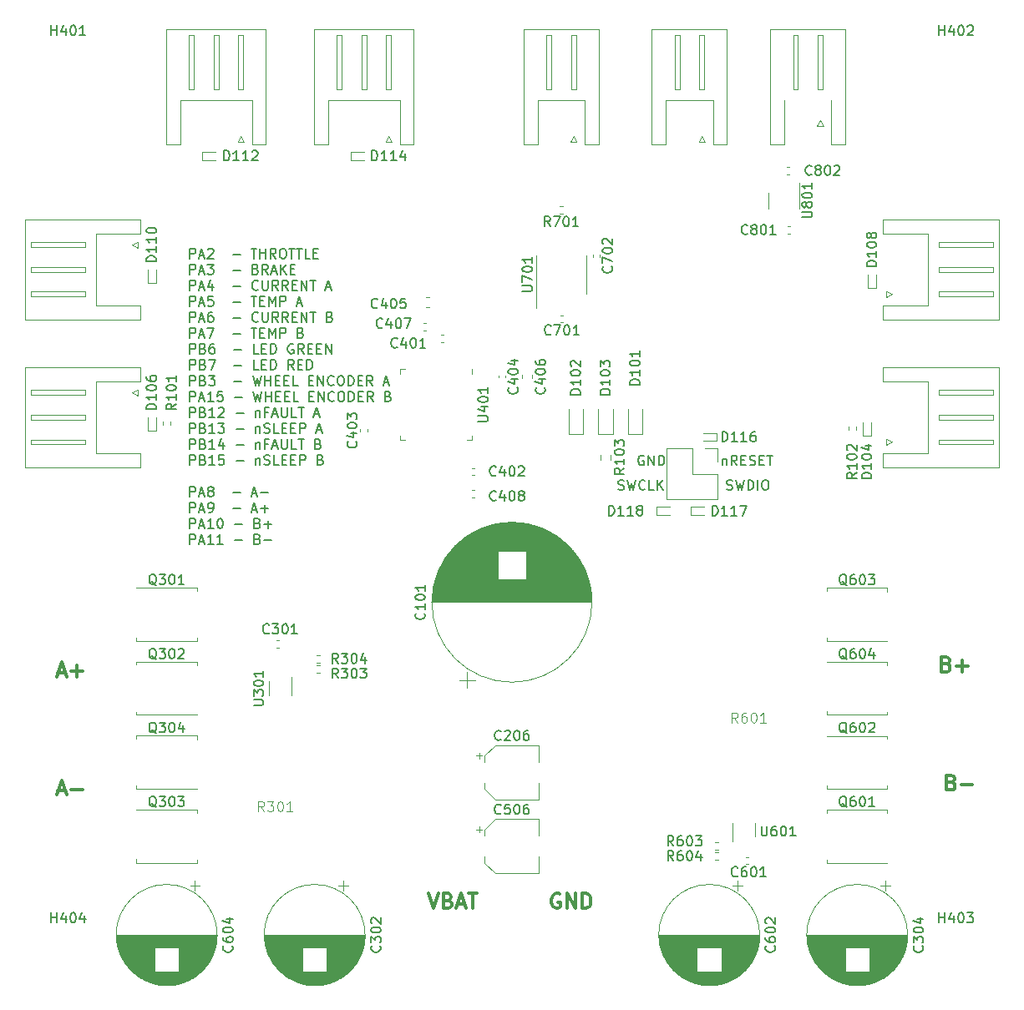
<source format=gbr>
%TF.GenerationSoftware,KiCad,Pcbnew,8.0.3*%
%TF.CreationDate,2024-07-05T23:28:03-07:00*%
%TF.ProjectId,go-kart-esc,676f2d6b-6172-4742-9d65-73632e6b6963,rev?*%
%TF.SameCoordinates,Original*%
%TF.FileFunction,Legend,Top*%
%TF.FilePolarity,Positive*%
%FSLAX46Y46*%
G04 Gerber Fmt 4.6, Leading zero omitted, Abs format (unit mm)*
G04 Created by KiCad (PCBNEW 8.0.3) date 2024-07-05 23:28:03*
%MOMM*%
%LPD*%
G01*
G04 APERTURE LIST*
%ADD10C,0.300000*%
%ADD11C,0.150000*%
%ADD12C,0.187500*%
%ADD13C,0.100000*%
%ADD14C,0.120000*%
G04 APERTURE END LIST*
D10*
X69857143Y-103372257D02*
X69714286Y-103300828D01*
X69714286Y-103300828D02*
X69500000Y-103300828D01*
X69500000Y-103300828D02*
X69285714Y-103372257D01*
X69285714Y-103372257D02*
X69142857Y-103515114D01*
X69142857Y-103515114D02*
X69071428Y-103657971D01*
X69071428Y-103657971D02*
X69000000Y-103943685D01*
X69000000Y-103943685D02*
X69000000Y-104157971D01*
X69000000Y-104157971D02*
X69071428Y-104443685D01*
X69071428Y-104443685D02*
X69142857Y-104586542D01*
X69142857Y-104586542D02*
X69285714Y-104729400D01*
X69285714Y-104729400D02*
X69500000Y-104800828D01*
X69500000Y-104800828D02*
X69642857Y-104800828D01*
X69642857Y-104800828D02*
X69857143Y-104729400D01*
X69857143Y-104729400D02*
X69928571Y-104657971D01*
X69928571Y-104657971D02*
X69928571Y-104157971D01*
X69928571Y-104157971D02*
X69642857Y-104157971D01*
X70571428Y-104800828D02*
X70571428Y-103300828D01*
X70571428Y-103300828D02*
X71428571Y-104800828D01*
X71428571Y-104800828D02*
X71428571Y-103300828D01*
X72142857Y-104800828D02*
X72142857Y-103300828D01*
X72142857Y-103300828D02*
X72500000Y-103300828D01*
X72500000Y-103300828D02*
X72714286Y-103372257D01*
X72714286Y-103372257D02*
X72857143Y-103515114D01*
X72857143Y-103515114D02*
X72928572Y-103657971D01*
X72928572Y-103657971D02*
X73000000Y-103943685D01*
X73000000Y-103943685D02*
X73000000Y-104157971D01*
X73000000Y-104157971D02*
X72928572Y-104443685D01*
X72928572Y-104443685D02*
X72857143Y-104586542D01*
X72857143Y-104586542D02*
X72714286Y-104729400D01*
X72714286Y-104729400D02*
X72500000Y-104800828D01*
X72500000Y-104800828D02*
X72142857Y-104800828D01*
D11*
X86336779Y-59203152D02*
X86336779Y-59869819D01*
X86336779Y-59298390D02*
X86384398Y-59250771D01*
X86384398Y-59250771D02*
X86479636Y-59203152D01*
X86479636Y-59203152D02*
X86622493Y-59203152D01*
X86622493Y-59203152D02*
X86717731Y-59250771D01*
X86717731Y-59250771D02*
X86765350Y-59346009D01*
X86765350Y-59346009D02*
X86765350Y-59869819D01*
X87812969Y-59869819D02*
X87479636Y-59393628D01*
X87241541Y-59869819D02*
X87241541Y-58869819D01*
X87241541Y-58869819D02*
X87622493Y-58869819D01*
X87622493Y-58869819D02*
X87717731Y-58917438D01*
X87717731Y-58917438D02*
X87765350Y-58965057D01*
X87765350Y-58965057D02*
X87812969Y-59060295D01*
X87812969Y-59060295D02*
X87812969Y-59203152D01*
X87812969Y-59203152D02*
X87765350Y-59298390D01*
X87765350Y-59298390D02*
X87717731Y-59346009D01*
X87717731Y-59346009D02*
X87622493Y-59393628D01*
X87622493Y-59393628D02*
X87241541Y-59393628D01*
X88241541Y-59346009D02*
X88574874Y-59346009D01*
X88717731Y-59869819D02*
X88241541Y-59869819D01*
X88241541Y-59869819D02*
X88241541Y-58869819D01*
X88241541Y-58869819D02*
X88717731Y-58869819D01*
X89098684Y-59822200D02*
X89241541Y-59869819D01*
X89241541Y-59869819D02*
X89479636Y-59869819D01*
X89479636Y-59869819D02*
X89574874Y-59822200D01*
X89574874Y-59822200D02*
X89622493Y-59774580D01*
X89622493Y-59774580D02*
X89670112Y-59679342D01*
X89670112Y-59679342D02*
X89670112Y-59584104D01*
X89670112Y-59584104D02*
X89622493Y-59488866D01*
X89622493Y-59488866D02*
X89574874Y-59441247D01*
X89574874Y-59441247D02*
X89479636Y-59393628D01*
X89479636Y-59393628D02*
X89289160Y-59346009D01*
X89289160Y-59346009D02*
X89193922Y-59298390D01*
X89193922Y-59298390D02*
X89146303Y-59250771D01*
X89146303Y-59250771D02*
X89098684Y-59155533D01*
X89098684Y-59155533D02*
X89098684Y-59060295D01*
X89098684Y-59060295D02*
X89146303Y-58965057D01*
X89146303Y-58965057D02*
X89193922Y-58917438D01*
X89193922Y-58917438D02*
X89289160Y-58869819D01*
X89289160Y-58869819D02*
X89527255Y-58869819D01*
X89527255Y-58869819D02*
X89670112Y-58917438D01*
X90098684Y-59346009D02*
X90432017Y-59346009D01*
X90574874Y-59869819D02*
X90098684Y-59869819D01*
X90098684Y-59869819D02*
X90098684Y-58869819D01*
X90098684Y-58869819D02*
X90574874Y-58869819D01*
X90860589Y-58869819D02*
X91432017Y-58869819D01*
X91146303Y-59869819D02*
X91146303Y-58869819D01*
D12*
X32361450Y-38888877D02*
X32361450Y-37888877D01*
X32361450Y-37888877D02*
X32742402Y-37888877D01*
X32742402Y-37888877D02*
X32837640Y-37936496D01*
X32837640Y-37936496D02*
X32885259Y-37984115D01*
X32885259Y-37984115D02*
X32932878Y-38079353D01*
X32932878Y-38079353D02*
X32932878Y-38222210D01*
X32932878Y-38222210D02*
X32885259Y-38317448D01*
X32885259Y-38317448D02*
X32837640Y-38365067D01*
X32837640Y-38365067D02*
X32742402Y-38412686D01*
X32742402Y-38412686D02*
X32361450Y-38412686D01*
X33313831Y-38603162D02*
X33790021Y-38603162D01*
X33218593Y-38888877D02*
X33551926Y-37888877D01*
X33551926Y-37888877D02*
X33885259Y-38888877D01*
X34170974Y-37984115D02*
X34218593Y-37936496D01*
X34218593Y-37936496D02*
X34313831Y-37888877D01*
X34313831Y-37888877D02*
X34551926Y-37888877D01*
X34551926Y-37888877D02*
X34647164Y-37936496D01*
X34647164Y-37936496D02*
X34694783Y-37984115D01*
X34694783Y-37984115D02*
X34742402Y-38079353D01*
X34742402Y-38079353D02*
X34742402Y-38174591D01*
X34742402Y-38174591D02*
X34694783Y-38317448D01*
X34694783Y-38317448D02*
X34123355Y-38888877D01*
X34123355Y-38888877D02*
X34742402Y-38888877D01*
X36694784Y-38507924D02*
X37456689Y-38507924D01*
X38551927Y-37888877D02*
X39123355Y-37888877D01*
X38837641Y-38888877D02*
X38837641Y-37888877D01*
X39456689Y-38888877D02*
X39456689Y-37888877D01*
X39456689Y-38365067D02*
X40028117Y-38365067D01*
X40028117Y-38888877D02*
X40028117Y-37888877D01*
X41075736Y-38888877D02*
X40742403Y-38412686D01*
X40504308Y-38888877D02*
X40504308Y-37888877D01*
X40504308Y-37888877D02*
X40885260Y-37888877D01*
X40885260Y-37888877D02*
X40980498Y-37936496D01*
X40980498Y-37936496D02*
X41028117Y-37984115D01*
X41028117Y-37984115D02*
X41075736Y-38079353D01*
X41075736Y-38079353D02*
X41075736Y-38222210D01*
X41075736Y-38222210D02*
X41028117Y-38317448D01*
X41028117Y-38317448D02*
X40980498Y-38365067D01*
X40980498Y-38365067D02*
X40885260Y-38412686D01*
X40885260Y-38412686D02*
X40504308Y-38412686D01*
X41694784Y-37888877D02*
X41885260Y-37888877D01*
X41885260Y-37888877D02*
X41980498Y-37936496D01*
X41980498Y-37936496D02*
X42075736Y-38031734D01*
X42075736Y-38031734D02*
X42123355Y-38222210D01*
X42123355Y-38222210D02*
X42123355Y-38555543D01*
X42123355Y-38555543D02*
X42075736Y-38746019D01*
X42075736Y-38746019D02*
X41980498Y-38841258D01*
X41980498Y-38841258D02*
X41885260Y-38888877D01*
X41885260Y-38888877D02*
X41694784Y-38888877D01*
X41694784Y-38888877D02*
X41599546Y-38841258D01*
X41599546Y-38841258D02*
X41504308Y-38746019D01*
X41504308Y-38746019D02*
X41456689Y-38555543D01*
X41456689Y-38555543D02*
X41456689Y-38222210D01*
X41456689Y-38222210D02*
X41504308Y-38031734D01*
X41504308Y-38031734D02*
X41599546Y-37936496D01*
X41599546Y-37936496D02*
X41694784Y-37888877D01*
X42409070Y-37888877D02*
X42980498Y-37888877D01*
X42694784Y-38888877D02*
X42694784Y-37888877D01*
X43170975Y-37888877D02*
X43742403Y-37888877D01*
X43456689Y-38888877D02*
X43456689Y-37888877D01*
X44551927Y-38888877D02*
X44075737Y-38888877D01*
X44075737Y-38888877D02*
X44075737Y-37888877D01*
X44885261Y-38365067D02*
X45218594Y-38365067D01*
X45361451Y-38888877D02*
X44885261Y-38888877D01*
X44885261Y-38888877D02*
X44885261Y-37888877D01*
X44885261Y-37888877D02*
X45361451Y-37888877D01*
X32361450Y-40498821D02*
X32361450Y-39498821D01*
X32361450Y-39498821D02*
X32742402Y-39498821D01*
X32742402Y-39498821D02*
X32837640Y-39546440D01*
X32837640Y-39546440D02*
X32885259Y-39594059D01*
X32885259Y-39594059D02*
X32932878Y-39689297D01*
X32932878Y-39689297D02*
X32932878Y-39832154D01*
X32932878Y-39832154D02*
X32885259Y-39927392D01*
X32885259Y-39927392D02*
X32837640Y-39975011D01*
X32837640Y-39975011D02*
X32742402Y-40022630D01*
X32742402Y-40022630D02*
X32361450Y-40022630D01*
X33313831Y-40213106D02*
X33790021Y-40213106D01*
X33218593Y-40498821D02*
X33551926Y-39498821D01*
X33551926Y-39498821D02*
X33885259Y-40498821D01*
X34123355Y-39498821D02*
X34742402Y-39498821D01*
X34742402Y-39498821D02*
X34409069Y-39879773D01*
X34409069Y-39879773D02*
X34551926Y-39879773D01*
X34551926Y-39879773D02*
X34647164Y-39927392D01*
X34647164Y-39927392D02*
X34694783Y-39975011D01*
X34694783Y-39975011D02*
X34742402Y-40070249D01*
X34742402Y-40070249D02*
X34742402Y-40308344D01*
X34742402Y-40308344D02*
X34694783Y-40403582D01*
X34694783Y-40403582D02*
X34647164Y-40451202D01*
X34647164Y-40451202D02*
X34551926Y-40498821D01*
X34551926Y-40498821D02*
X34266212Y-40498821D01*
X34266212Y-40498821D02*
X34170974Y-40451202D01*
X34170974Y-40451202D02*
X34123355Y-40403582D01*
X36694784Y-40117868D02*
X37456689Y-40117868D01*
X39028117Y-39975011D02*
X39170974Y-40022630D01*
X39170974Y-40022630D02*
X39218593Y-40070249D01*
X39218593Y-40070249D02*
X39266212Y-40165487D01*
X39266212Y-40165487D02*
X39266212Y-40308344D01*
X39266212Y-40308344D02*
X39218593Y-40403582D01*
X39218593Y-40403582D02*
X39170974Y-40451202D01*
X39170974Y-40451202D02*
X39075736Y-40498821D01*
X39075736Y-40498821D02*
X38694784Y-40498821D01*
X38694784Y-40498821D02*
X38694784Y-39498821D01*
X38694784Y-39498821D02*
X39028117Y-39498821D01*
X39028117Y-39498821D02*
X39123355Y-39546440D01*
X39123355Y-39546440D02*
X39170974Y-39594059D01*
X39170974Y-39594059D02*
X39218593Y-39689297D01*
X39218593Y-39689297D02*
X39218593Y-39784535D01*
X39218593Y-39784535D02*
X39170974Y-39879773D01*
X39170974Y-39879773D02*
X39123355Y-39927392D01*
X39123355Y-39927392D02*
X39028117Y-39975011D01*
X39028117Y-39975011D02*
X38694784Y-39975011D01*
X40266212Y-40498821D02*
X39932879Y-40022630D01*
X39694784Y-40498821D02*
X39694784Y-39498821D01*
X39694784Y-39498821D02*
X40075736Y-39498821D01*
X40075736Y-39498821D02*
X40170974Y-39546440D01*
X40170974Y-39546440D02*
X40218593Y-39594059D01*
X40218593Y-39594059D02*
X40266212Y-39689297D01*
X40266212Y-39689297D02*
X40266212Y-39832154D01*
X40266212Y-39832154D02*
X40218593Y-39927392D01*
X40218593Y-39927392D02*
X40170974Y-39975011D01*
X40170974Y-39975011D02*
X40075736Y-40022630D01*
X40075736Y-40022630D02*
X39694784Y-40022630D01*
X40647165Y-40213106D02*
X41123355Y-40213106D01*
X40551927Y-40498821D02*
X40885260Y-39498821D01*
X40885260Y-39498821D02*
X41218593Y-40498821D01*
X41551927Y-40498821D02*
X41551927Y-39498821D01*
X42123355Y-40498821D02*
X41694784Y-39927392D01*
X42123355Y-39498821D02*
X41551927Y-40070249D01*
X42551927Y-39975011D02*
X42885260Y-39975011D01*
X43028117Y-40498821D02*
X42551927Y-40498821D01*
X42551927Y-40498821D02*
X42551927Y-39498821D01*
X42551927Y-39498821D02*
X43028117Y-39498821D01*
X32361450Y-42108765D02*
X32361450Y-41108765D01*
X32361450Y-41108765D02*
X32742402Y-41108765D01*
X32742402Y-41108765D02*
X32837640Y-41156384D01*
X32837640Y-41156384D02*
X32885259Y-41204003D01*
X32885259Y-41204003D02*
X32932878Y-41299241D01*
X32932878Y-41299241D02*
X32932878Y-41442098D01*
X32932878Y-41442098D02*
X32885259Y-41537336D01*
X32885259Y-41537336D02*
X32837640Y-41584955D01*
X32837640Y-41584955D02*
X32742402Y-41632574D01*
X32742402Y-41632574D02*
X32361450Y-41632574D01*
X33313831Y-41823050D02*
X33790021Y-41823050D01*
X33218593Y-42108765D02*
X33551926Y-41108765D01*
X33551926Y-41108765D02*
X33885259Y-42108765D01*
X34647164Y-41442098D02*
X34647164Y-42108765D01*
X34409069Y-41061146D02*
X34170974Y-41775431D01*
X34170974Y-41775431D02*
X34790021Y-41775431D01*
X36694784Y-41727812D02*
X37456689Y-41727812D01*
X39266212Y-42013526D02*
X39218593Y-42061146D01*
X39218593Y-42061146D02*
X39075736Y-42108765D01*
X39075736Y-42108765D02*
X38980498Y-42108765D01*
X38980498Y-42108765D02*
X38837641Y-42061146D01*
X38837641Y-42061146D02*
X38742403Y-41965907D01*
X38742403Y-41965907D02*
X38694784Y-41870669D01*
X38694784Y-41870669D02*
X38647165Y-41680193D01*
X38647165Y-41680193D02*
X38647165Y-41537336D01*
X38647165Y-41537336D02*
X38694784Y-41346860D01*
X38694784Y-41346860D02*
X38742403Y-41251622D01*
X38742403Y-41251622D02*
X38837641Y-41156384D01*
X38837641Y-41156384D02*
X38980498Y-41108765D01*
X38980498Y-41108765D02*
X39075736Y-41108765D01*
X39075736Y-41108765D02*
X39218593Y-41156384D01*
X39218593Y-41156384D02*
X39266212Y-41204003D01*
X39694784Y-41108765D02*
X39694784Y-41918288D01*
X39694784Y-41918288D02*
X39742403Y-42013526D01*
X39742403Y-42013526D02*
X39790022Y-42061146D01*
X39790022Y-42061146D02*
X39885260Y-42108765D01*
X39885260Y-42108765D02*
X40075736Y-42108765D01*
X40075736Y-42108765D02*
X40170974Y-42061146D01*
X40170974Y-42061146D02*
X40218593Y-42013526D01*
X40218593Y-42013526D02*
X40266212Y-41918288D01*
X40266212Y-41918288D02*
X40266212Y-41108765D01*
X41313831Y-42108765D02*
X40980498Y-41632574D01*
X40742403Y-42108765D02*
X40742403Y-41108765D01*
X40742403Y-41108765D02*
X41123355Y-41108765D01*
X41123355Y-41108765D02*
X41218593Y-41156384D01*
X41218593Y-41156384D02*
X41266212Y-41204003D01*
X41266212Y-41204003D02*
X41313831Y-41299241D01*
X41313831Y-41299241D02*
X41313831Y-41442098D01*
X41313831Y-41442098D02*
X41266212Y-41537336D01*
X41266212Y-41537336D02*
X41218593Y-41584955D01*
X41218593Y-41584955D02*
X41123355Y-41632574D01*
X41123355Y-41632574D02*
X40742403Y-41632574D01*
X42313831Y-42108765D02*
X41980498Y-41632574D01*
X41742403Y-42108765D02*
X41742403Y-41108765D01*
X41742403Y-41108765D02*
X42123355Y-41108765D01*
X42123355Y-41108765D02*
X42218593Y-41156384D01*
X42218593Y-41156384D02*
X42266212Y-41204003D01*
X42266212Y-41204003D02*
X42313831Y-41299241D01*
X42313831Y-41299241D02*
X42313831Y-41442098D01*
X42313831Y-41442098D02*
X42266212Y-41537336D01*
X42266212Y-41537336D02*
X42218593Y-41584955D01*
X42218593Y-41584955D02*
X42123355Y-41632574D01*
X42123355Y-41632574D02*
X41742403Y-41632574D01*
X42742403Y-41584955D02*
X43075736Y-41584955D01*
X43218593Y-42108765D02*
X42742403Y-42108765D01*
X42742403Y-42108765D02*
X42742403Y-41108765D01*
X42742403Y-41108765D02*
X43218593Y-41108765D01*
X43647165Y-42108765D02*
X43647165Y-41108765D01*
X43647165Y-41108765D02*
X44218593Y-42108765D01*
X44218593Y-42108765D02*
X44218593Y-41108765D01*
X44551927Y-41108765D02*
X45123355Y-41108765D01*
X44837641Y-42108765D02*
X44837641Y-41108765D01*
X46170975Y-41823050D02*
X46647165Y-41823050D01*
X46075737Y-42108765D02*
X46409070Y-41108765D01*
X46409070Y-41108765D02*
X46742403Y-42108765D01*
X32361450Y-43718709D02*
X32361450Y-42718709D01*
X32361450Y-42718709D02*
X32742402Y-42718709D01*
X32742402Y-42718709D02*
X32837640Y-42766328D01*
X32837640Y-42766328D02*
X32885259Y-42813947D01*
X32885259Y-42813947D02*
X32932878Y-42909185D01*
X32932878Y-42909185D02*
X32932878Y-43052042D01*
X32932878Y-43052042D02*
X32885259Y-43147280D01*
X32885259Y-43147280D02*
X32837640Y-43194899D01*
X32837640Y-43194899D02*
X32742402Y-43242518D01*
X32742402Y-43242518D02*
X32361450Y-43242518D01*
X33313831Y-43432994D02*
X33790021Y-43432994D01*
X33218593Y-43718709D02*
X33551926Y-42718709D01*
X33551926Y-42718709D02*
X33885259Y-43718709D01*
X34694783Y-42718709D02*
X34218593Y-42718709D01*
X34218593Y-42718709D02*
X34170974Y-43194899D01*
X34170974Y-43194899D02*
X34218593Y-43147280D01*
X34218593Y-43147280D02*
X34313831Y-43099661D01*
X34313831Y-43099661D02*
X34551926Y-43099661D01*
X34551926Y-43099661D02*
X34647164Y-43147280D01*
X34647164Y-43147280D02*
X34694783Y-43194899D01*
X34694783Y-43194899D02*
X34742402Y-43290137D01*
X34742402Y-43290137D02*
X34742402Y-43528232D01*
X34742402Y-43528232D02*
X34694783Y-43623470D01*
X34694783Y-43623470D02*
X34647164Y-43671090D01*
X34647164Y-43671090D02*
X34551926Y-43718709D01*
X34551926Y-43718709D02*
X34313831Y-43718709D01*
X34313831Y-43718709D02*
X34218593Y-43671090D01*
X34218593Y-43671090D02*
X34170974Y-43623470D01*
X36694784Y-43337756D02*
X37456689Y-43337756D01*
X38551927Y-42718709D02*
X39123355Y-42718709D01*
X38837641Y-43718709D02*
X38837641Y-42718709D01*
X39456689Y-43194899D02*
X39790022Y-43194899D01*
X39932879Y-43718709D02*
X39456689Y-43718709D01*
X39456689Y-43718709D02*
X39456689Y-42718709D01*
X39456689Y-42718709D02*
X39932879Y-42718709D01*
X40361451Y-43718709D02*
X40361451Y-42718709D01*
X40361451Y-42718709D02*
X40694784Y-43432994D01*
X40694784Y-43432994D02*
X41028117Y-42718709D01*
X41028117Y-42718709D02*
X41028117Y-43718709D01*
X41504308Y-43718709D02*
X41504308Y-42718709D01*
X41504308Y-42718709D02*
X41885260Y-42718709D01*
X41885260Y-42718709D02*
X41980498Y-42766328D01*
X41980498Y-42766328D02*
X42028117Y-42813947D01*
X42028117Y-42813947D02*
X42075736Y-42909185D01*
X42075736Y-42909185D02*
X42075736Y-43052042D01*
X42075736Y-43052042D02*
X42028117Y-43147280D01*
X42028117Y-43147280D02*
X41980498Y-43194899D01*
X41980498Y-43194899D02*
X41885260Y-43242518D01*
X41885260Y-43242518D02*
X41504308Y-43242518D01*
X43218594Y-43432994D02*
X43694784Y-43432994D01*
X43123356Y-43718709D02*
X43456689Y-42718709D01*
X43456689Y-42718709D02*
X43790022Y-43718709D01*
X32361450Y-45328653D02*
X32361450Y-44328653D01*
X32361450Y-44328653D02*
X32742402Y-44328653D01*
X32742402Y-44328653D02*
X32837640Y-44376272D01*
X32837640Y-44376272D02*
X32885259Y-44423891D01*
X32885259Y-44423891D02*
X32932878Y-44519129D01*
X32932878Y-44519129D02*
X32932878Y-44661986D01*
X32932878Y-44661986D02*
X32885259Y-44757224D01*
X32885259Y-44757224D02*
X32837640Y-44804843D01*
X32837640Y-44804843D02*
X32742402Y-44852462D01*
X32742402Y-44852462D02*
X32361450Y-44852462D01*
X33313831Y-45042938D02*
X33790021Y-45042938D01*
X33218593Y-45328653D02*
X33551926Y-44328653D01*
X33551926Y-44328653D02*
X33885259Y-45328653D01*
X34647164Y-44328653D02*
X34456688Y-44328653D01*
X34456688Y-44328653D02*
X34361450Y-44376272D01*
X34361450Y-44376272D02*
X34313831Y-44423891D01*
X34313831Y-44423891D02*
X34218593Y-44566748D01*
X34218593Y-44566748D02*
X34170974Y-44757224D01*
X34170974Y-44757224D02*
X34170974Y-45138176D01*
X34170974Y-45138176D02*
X34218593Y-45233414D01*
X34218593Y-45233414D02*
X34266212Y-45281034D01*
X34266212Y-45281034D02*
X34361450Y-45328653D01*
X34361450Y-45328653D02*
X34551926Y-45328653D01*
X34551926Y-45328653D02*
X34647164Y-45281034D01*
X34647164Y-45281034D02*
X34694783Y-45233414D01*
X34694783Y-45233414D02*
X34742402Y-45138176D01*
X34742402Y-45138176D02*
X34742402Y-44900081D01*
X34742402Y-44900081D02*
X34694783Y-44804843D01*
X34694783Y-44804843D02*
X34647164Y-44757224D01*
X34647164Y-44757224D02*
X34551926Y-44709605D01*
X34551926Y-44709605D02*
X34361450Y-44709605D01*
X34361450Y-44709605D02*
X34266212Y-44757224D01*
X34266212Y-44757224D02*
X34218593Y-44804843D01*
X34218593Y-44804843D02*
X34170974Y-44900081D01*
X36694784Y-44947700D02*
X37456689Y-44947700D01*
X39266212Y-45233414D02*
X39218593Y-45281034D01*
X39218593Y-45281034D02*
X39075736Y-45328653D01*
X39075736Y-45328653D02*
X38980498Y-45328653D01*
X38980498Y-45328653D02*
X38837641Y-45281034D01*
X38837641Y-45281034D02*
X38742403Y-45185795D01*
X38742403Y-45185795D02*
X38694784Y-45090557D01*
X38694784Y-45090557D02*
X38647165Y-44900081D01*
X38647165Y-44900081D02*
X38647165Y-44757224D01*
X38647165Y-44757224D02*
X38694784Y-44566748D01*
X38694784Y-44566748D02*
X38742403Y-44471510D01*
X38742403Y-44471510D02*
X38837641Y-44376272D01*
X38837641Y-44376272D02*
X38980498Y-44328653D01*
X38980498Y-44328653D02*
X39075736Y-44328653D01*
X39075736Y-44328653D02*
X39218593Y-44376272D01*
X39218593Y-44376272D02*
X39266212Y-44423891D01*
X39694784Y-44328653D02*
X39694784Y-45138176D01*
X39694784Y-45138176D02*
X39742403Y-45233414D01*
X39742403Y-45233414D02*
X39790022Y-45281034D01*
X39790022Y-45281034D02*
X39885260Y-45328653D01*
X39885260Y-45328653D02*
X40075736Y-45328653D01*
X40075736Y-45328653D02*
X40170974Y-45281034D01*
X40170974Y-45281034D02*
X40218593Y-45233414D01*
X40218593Y-45233414D02*
X40266212Y-45138176D01*
X40266212Y-45138176D02*
X40266212Y-44328653D01*
X41313831Y-45328653D02*
X40980498Y-44852462D01*
X40742403Y-45328653D02*
X40742403Y-44328653D01*
X40742403Y-44328653D02*
X41123355Y-44328653D01*
X41123355Y-44328653D02*
X41218593Y-44376272D01*
X41218593Y-44376272D02*
X41266212Y-44423891D01*
X41266212Y-44423891D02*
X41313831Y-44519129D01*
X41313831Y-44519129D02*
X41313831Y-44661986D01*
X41313831Y-44661986D02*
X41266212Y-44757224D01*
X41266212Y-44757224D02*
X41218593Y-44804843D01*
X41218593Y-44804843D02*
X41123355Y-44852462D01*
X41123355Y-44852462D02*
X40742403Y-44852462D01*
X42313831Y-45328653D02*
X41980498Y-44852462D01*
X41742403Y-45328653D02*
X41742403Y-44328653D01*
X41742403Y-44328653D02*
X42123355Y-44328653D01*
X42123355Y-44328653D02*
X42218593Y-44376272D01*
X42218593Y-44376272D02*
X42266212Y-44423891D01*
X42266212Y-44423891D02*
X42313831Y-44519129D01*
X42313831Y-44519129D02*
X42313831Y-44661986D01*
X42313831Y-44661986D02*
X42266212Y-44757224D01*
X42266212Y-44757224D02*
X42218593Y-44804843D01*
X42218593Y-44804843D02*
X42123355Y-44852462D01*
X42123355Y-44852462D02*
X41742403Y-44852462D01*
X42742403Y-44804843D02*
X43075736Y-44804843D01*
X43218593Y-45328653D02*
X42742403Y-45328653D01*
X42742403Y-45328653D02*
X42742403Y-44328653D01*
X42742403Y-44328653D02*
X43218593Y-44328653D01*
X43647165Y-45328653D02*
X43647165Y-44328653D01*
X43647165Y-44328653D02*
X44218593Y-45328653D01*
X44218593Y-45328653D02*
X44218593Y-44328653D01*
X44551927Y-44328653D02*
X45123355Y-44328653D01*
X44837641Y-45328653D02*
X44837641Y-44328653D01*
X46551927Y-44804843D02*
X46694784Y-44852462D01*
X46694784Y-44852462D02*
X46742403Y-44900081D01*
X46742403Y-44900081D02*
X46790022Y-44995319D01*
X46790022Y-44995319D02*
X46790022Y-45138176D01*
X46790022Y-45138176D02*
X46742403Y-45233414D01*
X46742403Y-45233414D02*
X46694784Y-45281034D01*
X46694784Y-45281034D02*
X46599546Y-45328653D01*
X46599546Y-45328653D02*
X46218594Y-45328653D01*
X46218594Y-45328653D02*
X46218594Y-44328653D01*
X46218594Y-44328653D02*
X46551927Y-44328653D01*
X46551927Y-44328653D02*
X46647165Y-44376272D01*
X46647165Y-44376272D02*
X46694784Y-44423891D01*
X46694784Y-44423891D02*
X46742403Y-44519129D01*
X46742403Y-44519129D02*
X46742403Y-44614367D01*
X46742403Y-44614367D02*
X46694784Y-44709605D01*
X46694784Y-44709605D02*
X46647165Y-44757224D01*
X46647165Y-44757224D02*
X46551927Y-44804843D01*
X46551927Y-44804843D02*
X46218594Y-44804843D01*
X32361450Y-46938597D02*
X32361450Y-45938597D01*
X32361450Y-45938597D02*
X32742402Y-45938597D01*
X32742402Y-45938597D02*
X32837640Y-45986216D01*
X32837640Y-45986216D02*
X32885259Y-46033835D01*
X32885259Y-46033835D02*
X32932878Y-46129073D01*
X32932878Y-46129073D02*
X32932878Y-46271930D01*
X32932878Y-46271930D02*
X32885259Y-46367168D01*
X32885259Y-46367168D02*
X32837640Y-46414787D01*
X32837640Y-46414787D02*
X32742402Y-46462406D01*
X32742402Y-46462406D02*
X32361450Y-46462406D01*
X33313831Y-46652882D02*
X33790021Y-46652882D01*
X33218593Y-46938597D02*
X33551926Y-45938597D01*
X33551926Y-45938597D02*
X33885259Y-46938597D01*
X34123355Y-45938597D02*
X34790021Y-45938597D01*
X34790021Y-45938597D02*
X34361450Y-46938597D01*
X36694784Y-46557644D02*
X37456689Y-46557644D01*
X38551927Y-45938597D02*
X39123355Y-45938597D01*
X38837641Y-46938597D02*
X38837641Y-45938597D01*
X39456689Y-46414787D02*
X39790022Y-46414787D01*
X39932879Y-46938597D02*
X39456689Y-46938597D01*
X39456689Y-46938597D02*
X39456689Y-45938597D01*
X39456689Y-45938597D02*
X39932879Y-45938597D01*
X40361451Y-46938597D02*
X40361451Y-45938597D01*
X40361451Y-45938597D02*
X40694784Y-46652882D01*
X40694784Y-46652882D02*
X41028117Y-45938597D01*
X41028117Y-45938597D02*
X41028117Y-46938597D01*
X41504308Y-46938597D02*
X41504308Y-45938597D01*
X41504308Y-45938597D02*
X41885260Y-45938597D01*
X41885260Y-45938597D02*
X41980498Y-45986216D01*
X41980498Y-45986216D02*
X42028117Y-46033835D01*
X42028117Y-46033835D02*
X42075736Y-46129073D01*
X42075736Y-46129073D02*
X42075736Y-46271930D01*
X42075736Y-46271930D02*
X42028117Y-46367168D01*
X42028117Y-46367168D02*
X41980498Y-46414787D01*
X41980498Y-46414787D02*
X41885260Y-46462406D01*
X41885260Y-46462406D02*
X41504308Y-46462406D01*
X43599546Y-46414787D02*
X43742403Y-46462406D01*
X43742403Y-46462406D02*
X43790022Y-46510025D01*
X43790022Y-46510025D02*
X43837641Y-46605263D01*
X43837641Y-46605263D02*
X43837641Y-46748120D01*
X43837641Y-46748120D02*
X43790022Y-46843358D01*
X43790022Y-46843358D02*
X43742403Y-46890978D01*
X43742403Y-46890978D02*
X43647165Y-46938597D01*
X43647165Y-46938597D02*
X43266213Y-46938597D01*
X43266213Y-46938597D02*
X43266213Y-45938597D01*
X43266213Y-45938597D02*
X43599546Y-45938597D01*
X43599546Y-45938597D02*
X43694784Y-45986216D01*
X43694784Y-45986216D02*
X43742403Y-46033835D01*
X43742403Y-46033835D02*
X43790022Y-46129073D01*
X43790022Y-46129073D02*
X43790022Y-46224311D01*
X43790022Y-46224311D02*
X43742403Y-46319549D01*
X43742403Y-46319549D02*
X43694784Y-46367168D01*
X43694784Y-46367168D02*
X43599546Y-46414787D01*
X43599546Y-46414787D02*
X43266213Y-46414787D01*
X32361450Y-48548541D02*
X32361450Y-47548541D01*
X32361450Y-47548541D02*
X32742402Y-47548541D01*
X32742402Y-47548541D02*
X32837640Y-47596160D01*
X32837640Y-47596160D02*
X32885259Y-47643779D01*
X32885259Y-47643779D02*
X32932878Y-47739017D01*
X32932878Y-47739017D02*
X32932878Y-47881874D01*
X32932878Y-47881874D02*
X32885259Y-47977112D01*
X32885259Y-47977112D02*
X32837640Y-48024731D01*
X32837640Y-48024731D02*
X32742402Y-48072350D01*
X32742402Y-48072350D02*
X32361450Y-48072350D01*
X33694783Y-48024731D02*
X33837640Y-48072350D01*
X33837640Y-48072350D02*
X33885259Y-48119969D01*
X33885259Y-48119969D02*
X33932878Y-48215207D01*
X33932878Y-48215207D02*
X33932878Y-48358064D01*
X33932878Y-48358064D02*
X33885259Y-48453302D01*
X33885259Y-48453302D02*
X33837640Y-48500922D01*
X33837640Y-48500922D02*
X33742402Y-48548541D01*
X33742402Y-48548541D02*
X33361450Y-48548541D01*
X33361450Y-48548541D02*
X33361450Y-47548541D01*
X33361450Y-47548541D02*
X33694783Y-47548541D01*
X33694783Y-47548541D02*
X33790021Y-47596160D01*
X33790021Y-47596160D02*
X33837640Y-47643779D01*
X33837640Y-47643779D02*
X33885259Y-47739017D01*
X33885259Y-47739017D02*
X33885259Y-47834255D01*
X33885259Y-47834255D02*
X33837640Y-47929493D01*
X33837640Y-47929493D02*
X33790021Y-47977112D01*
X33790021Y-47977112D02*
X33694783Y-48024731D01*
X33694783Y-48024731D02*
X33361450Y-48024731D01*
X34790021Y-47548541D02*
X34599545Y-47548541D01*
X34599545Y-47548541D02*
X34504307Y-47596160D01*
X34504307Y-47596160D02*
X34456688Y-47643779D01*
X34456688Y-47643779D02*
X34361450Y-47786636D01*
X34361450Y-47786636D02*
X34313831Y-47977112D01*
X34313831Y-47977112D02*
X34313831Y-48358064D01*
X34313831Y-48358064D02*
X34361450Y-48453302D01*
X34361450Y-48453302D02*
X34409069Y-48500922D01*
X34409069Y-48500922D02*
X34504307Y-48548541D01*
X34504307Y-48548541D02*
X34694783Y-48548541D01*
X34694783Y-48548541D02*
X34790021Y-48500922D01*
X34790021Y-48500922D02*
X34837640Y-48453302D01*
X34837640Y-48453302D02*
X34885259Y-48358064D01*
X34885259Y-48358064D02*
X34885259Y-48119969D01*
X34885259Y-48119969D02*
X34837640Y-48024731D01*
X34837640Y-48024731D02*
X34790021Y-47977112D01*
X34790021Y-47977112D02*
X34694783Y-47929493D01*
X34694783Y-47929493D02*
X34504307Y-47929493D01*
X34504307Y-47929493D02*
X34409069Y-47977112D01*
X34409069Y-47977112D02*
X34361450Y-48024731D01*
X34361450Y-48024731D02*
X34313831Y-48119969D01*
X36837641Y-48167588D02*
X37599546Y-48167588D01*
X39313831Y-48548541D02*
X38837641Y-48548541D01*
X38837641Y-48548541D02*
X38837641Y-47548541D01*
X39647165Y-48024731D02*
X39980498Y-48024731D01*
X40123355Y-48548541D02*
X39647165Y-48548541D01*
X39647165Y-48548541D02*
X39647165Y-47548541D01*
X39647165Y-47548541D02*
X40123355Y-47548541D01*
X40551927Y-48548541D02*
X40551927Y-47548541D01*
X40551927Y-47548541D02*
X40790022Y-47548541D01*
X40790022Y-47548541D02*
X40932879Y-47596160D01*
X40932879Y-47596160D02*
X41028117Y-47691398D01*
X41028117Y-47691398D02*
X41075736Y-47786636D01*
X41075736Y-47786636D02*
X41123355Y-47977112D01*
X41123355Y-47977112D02*
X41123355Y-48119969D01*
X41123355Y-48119969D02*
X41075736Y-48310445D01*
X41075736Y-48310445D02*
X41028117Y-48405683D01*
X41028117Y-48405683D02*
X40932879Y-48500922D01*
X40932879Y-48500922D02*
X40790022Y-48548541D01*
X40790022Y-48548541D02*
X40551927Y-48548541D01*
X42837641Y-47596160D02*
X42742403Y-47548541D01*
X42742403Y-47548541D02*
X42599546Y-47548541D01*
X42599546Y-47548541D02*
X42456689Y-47596160D01*
X42456689Y-47596160D02*
X42361451Y-47691398D01*
X42361451Y-47691398D02*
X42313832Y-47786636D01*
X42313832Y-47786636D02*
X42266213Y-47977112D01*
X42266213Y-47977112D02*
X42266213Y-48119969D01*
X42266213Y-48119969D02*
X42313832Y-48310445D01*
X42313832Y-48310445D02*
X42361451Y-48405683D01*
X42361451Y-48405683D02*
X42456689Y-48500922D01*
X42456689Y-48500922D02*
X42599546Y-48548541D01*
X42599546Y-48548541D02*
X42694784Y-48548541D01*
X42694784Y-48548541D02*
X42837641Y-48500922D01*
X42837641Y-48500922D02*
X42885260Y-48453302D01*
X42885260Y-48453302D02*
X42885260Y-48119969D01*
X42885260Y-48119969D02*
X42694784Y-48119969D01*
X43885260Y-48548541D02*
X43551927Y-48072350D01*
X43313832Y-48548541D02*
X43313832Y-47548541D01*
X43313832Y-47548541D02*
X43694784Y-47548541D01*
X43694784Y-47548541D02*
X43790022Y-47596160D01*
X43790022Y-47596160D02*
X43837641Y-47643779D01*
X43837641Y-47643779D02*
X43885260Y-47739017D01*
X43885260Y-47739017D02*
X43885260Y-47881874D01*
X43885260Y-47881874D02*
X43837641Y-47977112D01*
X43837641Y-47977112D02*
X43790022Y-48024731D01*
X43790022Y-48024731D02*
X43694784Y-48072350D01*
X43694784Y-48072350D02*
X43313832Y-48072350D01*
X44313832Y-48024731D02*
X44647165Y-48024731D01*
X44790022Y-48548541D02*
X44313832Y-48548541D01*
X44313832Y-48548541D02*
X44313832Y-47548541D01*
X44313832Y-47548541D02*
X44790022Y-47548541D01*
X45218594Y-48024731D02*
X45551927Y-48024731D01*
X45694784Y-48548541D02*
X45218594Y-48548541D01*
X45218594Y-48548541D02*
X45218594Y-47548541D01*
X45218594Y-47548541D02*
X45694784Y-47548541D01*
X46123356Y-48548541D02*
X46123356Y-47548541D01*
X46123356Y-47548541D02*
X46694784Y-48548541D01*
X46694784Y-48548541D02*
X46694784Y-47548541D01*
X32361450Y-50158485D02*
X32361450Y-49158485D01*
X32361450Y-49158485D02*
X32742402Y-49158485D01*
X32742402Y-49158485D02*
X32837640Y-49206104D01*
X32837640Y-49206104D02*
X32885259Y-49253723D01*
X32885259Y-49253723D02*
X32932878Y-49348961D01*
X32932878Y-49348961D02*
X32932878Y-49491818D01*
X32932878Y-49491818D02*
X32885259Y-49587056D01*
X32885259Y-49587056D02*
X32837640Y-49634675D01*
X32837640Y-49634675D02*
X32742402Y-49682294D01*
X32742402Y-49682294D02*
X32361450Y-49682294D01*
X33694783Y-49634675D02*
X33837640Y-49682294D01*
X33837640Y-49682294D02*
X33885259Y-49729913D01*
X33885259Y-49729913D02*
X33932878Y-49825151D01*
X33932878Y-49825151D02*
X33932878Y-49968008D01*
X33932878Y-49968008D02*
X33885259Y-50063246D01*
X33885259Y-50063246D02*
X33837640Y-50110866D01*
X33837640Y-50110866D02*
X33742402Y-50158485D01*
X33742402Y-50158485D02*
X33361450Y-50158485D01*
X33361450Y-50158485D02*
X33361450Y-49158485D01*
X33361450Y-49158485D02*
X33694783Y-49158485D01*
X33694783Y-49158485D02*
X33790021Y-49206104D01*
X33790021Y-49206104D02*
X33837640Y-49253723D01*
X33837640Y-49253723D02*
X33885259Y-49348961D01*
X33885259Y-49348961D02*
X33885259Y-49444199D01*
X33885259Y-49444199D02*
X33837640Y-49539437D01*
X33837640Y-49539437D02*
X33790021Y-49587056D01*
X33790021Y-49587056D02*
X33694783Y-49634675D01*
X33694783Y-49634675D02*
X33361450Y-49634675D01*
X34266212Y-49158485D02*
X34932878Y-49158485D01*
X34932878Y-49158485D02*
X34504307Y-50158485D01*
X36837641Y-49777532D02*
X37599546Y-49777532D01*
X39313831Y-50158485D02*
X38837641Y-50158485D01*
X38837641Y-50158485D02*
X38837641Y-49158485D01*
X39647165Y-49634675D02*
X39980498Y-49634675D01*
X40123355Y-50158485D02*
X39647165Y-50158485D01*
X39647165Y-50158485D02*
X39647165Y-49158485D01*
X39647165Y-49158485D02*
X40123355Y-49158485D01*
X40551927Y-50158485D02*
X40551927Y-49158485D01*
X40551927Y-49158485D02*
X40790022Y-49158485D01*
X40790022Y-49158485D02*
X40932879Y-49206104D01*
X40932879Y-49206104D02*
X41028117Y-49301342D01*
X41028117Y-49301342D02*
X41075736Y-49396580D01*
X41075736Y-49396580D02*
X41123355Y-49587056D01*
X41123355Y-49587056D02*
X41123355Y-49729913D01*
X41123355Y-49729913D02*
X41075736Y-49920389D01*
X41075736Y-49920389D02*
X41028117Y-50015627D01*
X41028117Y-50015627D02*
X40932879Y-50110866D01*
X40932879Y-50110866D02*
X40790022Y-50158485D01*
X40790022Y-50158485D02*
X40551927Y-50158485D01*
X42885260Y-50158485D02*
X42551927Y-49682294D01*
X42313832Y-50158485D02*
X42313832Y-49158485D01*
X42313832Y-49158485D02*
X42694784Y-49158485D01*
X42694784Y-49158485D02*
X42790022Y-49206104D01*
X42790022Y-49206104D02*
X42837641Y-49253723D01*
X42837641Y-49253723D02*
X42885260Y-49348961D01*
X42885260Y-49348961D02*
X42885260Y-49491818D01*
X42885260Y-49491818D02*
X42837641Y-49587056D01*
X42837641Y-49587056D02*
X42790022Y-49634675D01*
X42790022Y-49634675D02*
X42694784Y-49682294D01*
X42694784Y-49682294D02*
X42313832Y-49682294D01*
X43313832Y-49634675D02*
X43647165Y-49634675D01*
X43790022Y-50158485D02*
X43313832Y-50158485D01*
X43313832Y-50158485D02*
X43313832Y-49158485D01*
X43313832Y-49158485D02*
X43790022Y-49158485D01*
X44218594Y-50158485D02*
X44218594Y-49158485D01*
X44218594Y-49158485D02*
X44456689Y-49158485D01*
X44456689Y-49158485D02*
X44599546Y-49206104D01*
X44599546Y-49206104D02*
X44694784Y-49301342D01*
X44694784Y-49301342D02*
X44742403Y-49396580D01*
X44742403Y-49396580D02*
X44790022Y-49587056D01*
X44790022Y-49587056D02*
X44790022Y-49729913D01*
X44790022Y-49729913D02*
X44742403Y-49920389D01*
X44742403Y-49920389D02*
X44694784Y-50015627D01*
X44694784Y-50015627D02*
X44599546Y-50110866D01*
X44599546Y-50110866D02*
X44456689Y-50158485D01*
X44456689Y-50158485D02*
X44218594Y-50158485D01*
X32361450Y-51768429D02*
X32361450Y-50768429D01*
X32361450Y-50768429D02*
X32742402Y-50768429D01*
X32742402Y-50768429D02*
X32837640Y-50816048D01*
X32837640Y-50816048D02*
X32885259Y-50863667D01*
X32885259Y-50863667D02*
X32932878Y-50958905D01*
X32932878Y-50958905D02*
X32932878Y-51101762D01*
X32932878Y-51101762D02*
X32885259Y-51197000D01*
X32885259Y-51197000D02*
X32837640Y-51244619D01*
X32837640Y-51244619D02*
X32742402Y-51292238D01*
X32742402Y-51292238D02*
X32361450Y-51292238D01*
X33694783Y-51244619D02*
X33837640Y-51292238D01*
X33837640Y-51292238D02*
X33885259Y-51339857D01*
X33885259Y-51339857D02*
X33932878Y-51435095D01*
X33932878Y-51435095D02*
X33932878Y-51577952D01*
X33932878Y-51577952D02*
X33885259Y-51673190D01*
X33885259Y-51673190D02*
X33837640Y-51720810D01*
X33837640Y-51720810D02*
X33742402Y-51768429D01*
X33742402Y-51768429D02*
X33361450Y-51768429D01*
X33361450Y-51768429D02*
X33361450Y-50768429D01*
X33361450Y-50768429D02*
X33694783Y-50768429D01*
X33694783Y-50768429D02*
X33790021Y-50816048D01*
X33790021Y-50816048D02*
X33837640Y-50863667D01*
X33837640Y-50863667D02*
X33885259Y-50958905D01*
X33885259Y-50958905D02*
X33885259Y-51054143D01*
X33885259Y-51054143D02*
X33837640Y-51149381D01*
X33837640Y-51149381D02*
X33790021Y-51197000D01*
X33790021Y-51197000D02*
X33694783Y-51244619D01*
X33694783Y-51244619D02*
X33361450Y-51244619D01*
X34266212Y-50768429D02*
X34885259Y-50768429D01*
X34885259Y-50768429D02*
X34551926Y-51149381D01*
X34551926Y-51149381D02*
X34694783Y-51149381D01*
X34694783Y-51149381D02*
X34790021Y-51197000D01*
X34790021Y-51197000D02*
X34837640Y-51244619D01*
X34837640Y-51244619D02*
X34885259Y-51339857D01*
X34885259Y-51339857D02*
X34885259Y-51577952D01*
X34885259Y-51577952D02*
X34837640Y-51673190D01*
X34837640Y-51673190D02*
X34790021Y-51720810D01*
X34790021Y-51720810D02*
X34694783Y-51768429D01*
X34694783Y-51768429D02*
X34409069Y-51768429D01*
X34409069Y-51768429D02*
X34313831Y-51720810D01*
X34313831Y-51720810D02*
X34266212Y-51673190D01*
X36837641Y-51387476D02*
X37599546Y-51387476D01*
X38742403Y-50768429D02*
X38980498Y-51768429D01*
X38980498Y-51768429D02*
X39170974Y-51054143D01*
X39170974Y-51054143D02*
X39361450Y-51768429D01*
X39361450Y-51768429D02*
X39599546Y-50768429D01*
X39980498Y-51768429D02*
X39980498Y-50768429D01*
X39980498Y-51244619D02*
X40551926Y-51244619D01*
X40551926Y-51768429D02*
X40551926Y-50768429D01*
X41028117Y-51244619D02*
X41361450Y-51244619D01*
X41504307Y-51768429D02*
X41028117Y-51768429D01*
X41028117Y-51768429D02*
X41028117Y-50768429D01*
X41028117Y-50768429D02*
X41504307Y-50768429D01*
X41932879Y-51244619D02*
X42266212Y-51244619D01*
X42409069Y-51768429D02*
X41932879Y-51768429D01*
X41932879Y-51768429D02*
X41932879Y-50768429D01*
X41932879Y-50768429D02*
X42409069Y-50768429D01*
X43313831Y-51768429D02*
X42837641Y-51768429D01*
X42837641Y-51768429D02*
X42837641Y-50768429D01*
X44409070Y-51244619D02*
X44742403Y-51244619D01*
X44885260Y-51768429D02*
X44409070Y-51768429D01*
X44409070Y-51768429D02*
X44409070Y-50768429D01*
X44409070Y-50768429D02*
X44885260Y-50768429D01*
X45313832Y-51768429D02*
X45313832Y-50768429D01*
X45313832Y-50768429D02*
X45885260Y-51768429D01*
X45885260Y-51768429D02*
X45885260Y-50768429D01*
X46932879Y-51673190D02*
X46885260Y-51720810D01*
X46885260Y-51720810D02*
X46742403Y-51768429D01*
X46742403Y-51768429D02*
X46647165Y-51768429D01*
X46647165Y-51768429D02*
X46504308Y-51720810D01*
X46504308Y-51720810D02*
X46409070Y-51625571D01*
X46409070Y-51625571D02*
X46361451Y-51530333D01*
X46361451Y-51530333D02*
X46313832Y-51339857D01*
X46313832Y-51339857D02*
X46313832Y-51197000D01*
X46313832Y-51197000D02*
X46361451Y-51006524D01*
X46361451Y-51006524D02*
X46409070Y-50911286D01*
X46409070Y-50911286D02*
X46504308Y-50816048D01*
X46504308Y-50816048D02*
X46647165Y-50768429D01*
X46647165Y-50768429D02*
X46742403Y-50768429D01*
X46742403Y-50768429D02*
X46885260Y-50816048D01*
X46885260Y-50816048D02*
X46932879Y-50863667D01*
X47551927Y-50768429D02*
X47742403Y-50768429D01*
X47742403Y-50768429D02*
X47837641Y-50816048D01*
X47837641Y-50816048D02*
X47932879Y-50911286D01*
X47932879Y-50911286D02*
X47980498Y-51101762D01*
X47980498Y-51101762D02*
X47980498Y-51435095D01*
X47980498Y-51435095D02*
X47932879Y-51625571D01*
X47932879Y-51625571D02*
X47837641Y-51720810D01*
X47837641Y-51720810D02*
X47742403Y-51768429D01*
X47742403Y-51768429D02*
X47551927Y-51768429D01*
X47551927Y-51768429D02*
X47456689Y-51720810D01*
X47456689Y-51720810D02*
X47361451Y-51625571D01*
X47361451Y-51625571D02*
X47313832Y-51435095D01*
X47313832Y-51435095D02*
X47313832Y-51101762D01*
X47313832Y-51101762D02*
X47361451Y-50911286D01*
X47361451Y-50911286D02*
X47456689Y-50816048D01*
X47456689Y-50816048D02*
X47551927Y-50768429D01*
X48409070Y-51768429D02*
X48409070Y-50768429D01*
X48409070Y-50768429D02*
X48647165Y-50768429D01*
X48647165Y-50768429D02*
X48790022Y-50816048D01*
X48790022Y-50816048D02*
X48885260Y-50911286D01*
X48885260Y-50911286D02*
X48932879Y-51006524D01*
X48932879Y-51006524D02*
X48980498Y-51197000D01*
X48980498Y-51197000D02*
X48980498Y-51339857D01*
X48980498Y-51339857D02*
X48932879Y-51530333D01*
X48932879Y-51530333D02*
X48885260Y-51625571D01*
X48885260Y-51625571D02*
X48790022Y-51720810D01*
X48790022Y-51720810D02*
X48647165Y-51768429D01*
X48647165Y-51768429D02*
X48409070Y-51768429D01*
X49409070Y-51244619D02*
X49742403Y-51244619D01*
X49885260Y-51768429D02*
X49409070Y-51768429D01*
X49409070Y-51768429D02*
X49409070Y-50768429D01*
X49409070Y-50768429D02*
X49885260Y-50768429D01*
X50885260Y-51768429D02*
X50551927Y-51292238D01*
X50313832Y-51768429D02*
X50313832Y-50768429D01*
X50313832Y-50768429D02*
X50694784Y-50768429D01*
X50694784Y-50768429D02*
X50790022Y-50816048D01*
X50790022Y-50816048D02*
X50837641Y-50863667D01*
X50837641Y-50863667D02*
X50885260Y-50958905D01*
X50885260Y-50958905D02*
X50885260Y-51101762D01*
X50885260Y-51101762D02*
X50837641Y-51197000D01*
X50837641Y-51197000D02*
X50790022Y-51244619D01*
X50790022Y-51244619D02*
X50694784Y-51292238D01*
X50694784Y-51292238D02*
X50313832Y-51292238D01*
X52028118Y-51482714D02*
X52504308Y-51482714D01*
X51932880Y-51768429D02*
X52266213Y-50768429D01*
X52266213Y-50768429D02*
X52599546Y-51768429D01*
X32361450Y-53378373D02*
X32361450Y-52378373D01*
X32361450Y-52378373D02*
X32742402Y-52378373D01*
X32742402Y-52378373D02*
X32837640Y-52425992D01*
X32837640Y-52425992D02*
X32885259Y-52473611D01*
X32885259Y-52473611D02*
X32932878Y-52568849D01*
X32932878Y-52568849D02*
X32932878Y-52711706D01*
X32932878Y-52711706D02*
X32885259Y-52806944D01*
X32885259Y-52806944D02*
X32837640Y-52854563D01*
X32837640Y-52854563D02*
X32742402Y-52902182D01*
X32742402Y-52902182D02*
X32361450Y-52902182D01*
X33313831Y-53092658D02*
X33790021Y-53092658D01*
X33218593Y-53378373D02*
X33551926Y-52378373D01*
X33551926Y-52378373D02*
X33885259Y-53378373D01*
X34742402Y-53378373D02*
X34170974Y-53378373D01*
X34456688Y-53378373D02*
X34456688Y-52378373D01*
X34456688Y-52378373D02*
X34361450Y-52521230D01*
X34361450Y-52521230D02*
X34266212Y-52616468D01*
X34266212Y-52616468D02*
X34170974Y-52664087D01*
X35647164Y-52378373D02*
X35170974Y-52378373D01*
X35170974Y-52378373D02*
X35123355Y-52854563D01*
X35123355Y-52854563D02*
X35170974Y-52806944D01*
X35170974Y-52806944D02*
X35266212Y-52759325D01*
X35266212Y-52759325D02*
X35504307Y-52759325D01*
X35504307Y-52759325D02*
X35599545Y-52806944D01*
X35599545Y-52806944D02*
X35647164Y-52854563D01*
X35647164Y-52854563D02*
X35694783Y-52949801D01*
X35694783Y-52949801D02*
X35694783Y-53187896D01*
X35694783Y-53187896D02*
X35647164Y-53283134D01*
X35647164Y-53283134D02*
X35599545Y-53330754D01*
X35599545Y-53330754D02*
X35504307Y-53378373D01*
X35504307Y-53378373D02*
X35266212Y-53378373D01*
X35266212Y-53378373D02*
X35170974Y-53330754D01*
X35170974Y-53330754D02*
X35123355Y-53283134D01*
X36885260Y-52997420D02*
X37647165Y-52997420D01*
X38790022Y-52378373D02*
X39028117Y-53378373D01*
X39028117Y-53378373D02*
X39218593Y-52664087D01*
X39218593Y-52664087D02*
X39409069Y-53378373D01*
X39409069Y-53378373D02*
X39647165Y-52378373D01*
X40028117Y-53378373D02*
X40028117Y-52378373D01*
X40028117Y-52854563D02*
X40599545Y-52854563D01*
X40599545Y-53378373D02*
X40599545Y-52378373D01*
X41075736Y-52854563D02*
X41409069Y-52854563D01*
X41551926Y-53378373D02*
X41075736Y-53378373D01*
X41075736Y-53378373D02*
X41075736Y-52378373D01*
X41075736Y-52378373D02*
X41551926Y-52378373D01*
X41980498Y-52854563D02*
X42313831Y-52854563D01*
X42456688Y-53378373D02*
X41980498Y-53378373D01*
X41980498Y-53378373D02*
X41980498Y-52378373D01*
X41980498Y-52378373D02*
X42456688Y-52378373D01*
X43361450Y-53378373D02*
X42885260Y-53378373D01*
X42885260Y-53378373D02*
X42885260Y-52378373D01*
X44456689Y-52854563D02*
X44790022Y-52854563D01*
X44932879Y-53378373D02*
X44456689Y-53378373D01*
X44456689Y-53378373D02*
X44456689Y-52378373D01*
X44456689Y-52378373D02*
X44932879Y-52378373D01*
X45361451Y-53378373D02*
X45361451Y-52378373D01*
X45361451Y-52378373D02*
X45932879Y-53378373D01*
X45932879Y-53378373D02*
X45932879Y-52378373D01*
X46980498Y-53283134D02*
X46932879Y-53330754D01*
X46932879Y-53330754D02*
X46790022Y-53378373D01*
X46790022Y-53378373D02*
X46694784Y-53378373D01*
X46694784Y-53378373D02*
X46551927Y-53330754D01*
X46551927Y-53330754D02*
X46456689Y-53235515D01*
X46456689Y-53235515D02*
X46409070Y-53140277D01*
X46409070Y-53140277D02*
X46361451Y-52949801D01*
X46361451Y-52949801D02*
X46361451Y-52806944D01*
X46361451Y-52806944D02*
X46409070Y-52616468D01*
X46409070Y-52616468D02*
X46456689Y-52521230D01*
X46456689Y-52521230D02*
X46551927Y-52425992D01*
X46551927Y-52425992D02*
X46694784Y-52378373D01*
X46694784Y-52378373D02*
X46790022Y-52378373D01*
X46790022Y-52378373D02*
X46932879Y-52425992D01*
X46932879Y-52425992D02*
X46980498Y-52473611D01*
X47599546Y-52378373D02*
X47790022Y-52378373D01*
X47790022Y-52378373D02*
X47885260Y-52425992D01*
X47885260Y-52425992D02*
X47980498Y-52521230D01*
X47980498Y-52521230D02*
X48028117Y-52711706D01*
X48028117Y-52711706D02*
X48028117Y-53045039D01*
X48028117Y-53045039D02*
X47980498Y-53235515D01*
X47980498Y-53235515D02*
X47885260Y-53330754D01*
X47885260Y-53330754D02*
X47790022Y-53378373D01*
X47790022Y-53378373D02*
X47599546Y-53378373D01*
X47599546Y-53378373D02*
X47504308Y-53330754D01*
X47504308Y-53330754D02*
X47409070Y-53235515D01*
X47409070Y-53235515D02*
X47361451Y-53045039D01*
X47361451Y-53045039D02*
X47361451Y-52711706D01*
X47361451Y-52711706D02*
X47409070Y-52521230D01*
X47409070Y-52521230D02*
X47504308Y-52425992D01*
X47504308Y-52425992D02*
X47599546Y-52378373D01*
X48456689Y-53378373D02*
X48456689Y-52378373D01*
X48456689Y-52378373D02*
X48694784Y-52378373D01*
X48694784Y-52378373D02*
X48837641Y-52425992D01*
X48837641Y-52425992D02*
X48932879Y-52521230D01*
X48932879Y-52521230D02*
X48980498Y-52616468D01*
X48980498Y-52616468D02*
X49028117Y-52806944D01*
X49028117Y-52806944D02*
X49028117Y-52949801D01*
X49028117Y-52949801D02*
X48980498Y-53140277D01*
X48980498Y-53140277D02*
X48932879Y-53235515D01*
X48932879Y-53235515D02*
X48837641Y-53330754D01*
X48837641Y-53330754D02*
X48694784Y-53378373D01*
X48694784Y-53378373D02*
X48456689Y-53378373D01*
X49456689Y-52854563D02*
X49790022Y-52854563D01*
X49932879Y-53378373D02*
X49456689Y-53378373D01*
X49456689Y-53378373D02*
X49456689Y-52378373D01*
X49456689Y-52378373D02*
X49932879Y-52378373D01*
X50932879Y-53378373D02*
X50599546Y-52902182D01*
X50361451Y-53378373D02*
X50361451Y-52378373D01*
X50361451Y-52378373D02*
X50742403Y-52378373D01*
X50742403Y-52378373D02*
X50837641Y-52425992D01*
X50837641Y-52425992D02*
X50885260Y-52473611D01*
X50885260Y-52473611D02*
X50932879Y-52568849D01*
X50932879Y-52568849D02*
X50932879Y-52711706D01*
X50932879Y-52711706D02*
X50885260Y-52806944D01*
X50885260Y-52806944D02*
X50837641Y-52854563D01*
X50837641Y-52854563D02*
X50742403Y-52902182D01*
X50742403Y-52902182D02*
X50361451Y-52902182D01*
X52456689Y-52854563D02*
X52599546Y-52902182D01*
X52599546Y-52902182D02*
X52647165Y-52949801D01*
X52647165Y-52949801D02*
X52694784Y-53045039D01*
X52694784Y-53045039D02*
X52694784Y-53187896D01*
X52694784Y-53187896D02*
X52647165Y-53283134D01*
X52647165Y-53283134D02*
X52599546Y-53330754D01*
X52599546Y-53330754D02*
X52504308Y-53378373D01*
X52504308Y-53378373D02*
X52123356Y-53378373D01*
X52123356Y-53378373D02*
X52123356Y-52378373D01*
X52123356Y-52378373D02*
X52456689Y-52378373D01*
X52456689Y-52378373D02*
X52551927Y-52425992D01*
X52551927Y-52425992D02*
X52599546Y-52473611D01*
X52599546Y-52473611D02*
X52647165Y-52568849D01*
X52647165Y-52568849D02*
X52647165Y-52664087D01*
X52647165Y-52664087D02*
X52599546Y-52759325D01*
X52599546Y-52759325D02*
X52551927Y-52806944D01*
X52551927Y-52806944D02*
X52456689Y-52854563D01*
X52456689Y-52854563D02*
X52123356Y-52854563D01*
X32361450Y-54988317D02*
X32361450Y-53988317D01*
X32361450Y-53988317D02*
X32742402Y-53988317D01*
X32742402Y-53988317D02*
X32837640Y-54035936D01*
X32837640Y-54035936D02*
X32885259Y-54083555D01*
X32885259Y-54083555D02*
X32932878Y-54178793D01*
X32932878Y-54178793D02*
X32932878Y-54321650D01*
X32932878Y-54321650D02*
X32885259Y-54416888D01*
X32885259Y-54416888D02*
X32837640Y-54464507D01*
X32837640Y-54464507D02*
X32742402Y-54512126D01*
X32742402Y-54512126D02*
X32361450Y-54512126D01*
X33694783Y-54464507D02*
X33837640Y-54512126D01*
X33837640Y-54512126D02*
X33885259Y-54559745D01*
X33885259Y-54559745D02*
X33932878Y-54654983D01*
X33932878Y-54654983D02*
X33932878Y-54797840D01*
X33932878Y-54797840D02*
X33885259Y-54893078D01*
X33885259Y-54893078D02*
X33837640Y-54940698D01*
X33837640Y-54940698D02*
X33742402Y-54988317D01*
X33742402Y-54988317D02*
X33361450Y-54988317D01*
X33361450Y-54988317D02*
X33361450Y-53988317D01*
X33361450Y-53988317D02*
X33694783Y-53988317D01*
X33694783Y-53988317D02*
X33790021Y-54035936D01*
X33790021Y-54035936D02*
X33837640Y-54083555D01*
X33837640Y-54083555D02*
X33885259Y-54178793D01*
X33885259Y-54178793D02*
X33885259Y-54274031D01*
X33885259Y-54274031D02*
X33837640Y-54369269D01*
X33837640Y-54369269D02*
X33790021Y-54416888D01*
X33790021Y-54416888D02*
X33694783Y-54464507D01*
X33694783Y-54464507D02*
X33361450Y-54464507D01*
X34885259Y-54988317D02*
X34313831Y-54988317D01*
X34599545Y-54988317D02*
X34599545Y-53988317D01*
X34599545Y-53988317D02*
X34504307Y-54131174D01*
X34504307Y-54131174D02*
X34409069Y-54226412D01*
X34409069Y-54226412D02*
X34313831Y-54274031D01*
X35266212Y-54083555D02*
X35313831Y-54035936D01*
X35313831Y-54035936D02*
X35409069Y-53988317D01*
X35409069Y-53988317D02*
X35647164Y-53988317D01*
X35647164Y-53988317D02*
X35742402Y-54035936D01*
X35742402Y-54035936D02*
X35790021Y-54083555D01*
X35790021Y-54083555D02*
X35837640Y-54178793D01*
X35837640Y-54178793D02*
X35837640Y-54274031D01*
X35837640Y-54274031D02*
X35790021Y-54416888D01*
X35790021Y-54416888D02*
X35218593Y-54988317D01*
X35218593Y-54988317D02*
X35837640Y-54988317D01*
X37028117Y-54607364D02*
X37790022Y-54607364D01*
X39028117Y-54321650D02*
X39028117Y-54988317D01*
X39028117Y-54416888D02*
X39075736Y-54369269D01*
X39075736Y-54369269D02*
X39170974Y-54321650D01*
X39170974Y-54321650D02*
X39313831Y-54321650D01*
X39313831Y-54321650D02*
X39409069Y-54369269D01*
X39409069Y-54369269D02*
X39456688Y-54464507D01*
X39456688Y-54464507D02*
X39456688Y-54988317D01*
X40266212Y-54464507D02*
X39932879Y-54464507D01*
X39932879Y-54988317D02*
X39932879Y-53988317D01*
X39932879Y-53988317D02*
X40409069Y-53988317D01*
X40742403Y-54702602D02*
X41218593Y-54702602D01*
X40647165Y-54988317D02*
X40980498Y-53988317D01*
X40980498Y-53988317D02*
X41313831Y-54988317D01*
X41647165Y-53988317D02*
X41647165Y-54797840D01*
X41647165Y-54797840D02*
X41694784Y-54893078D01*
X41694784Y-54893078D02*
X41742403Y-54940698D01*
X41742403Y-54940698D02*
X41837641Y-54988317D01*
X41837641Y-54988317D02*
X42028117Y-54988317D01*
X42028117Y-54988317D02*
X42123355Y-54940698D01*
X42123355Y-54940698D02*
X42170974Y-54893078D01*
X42170974Y-54893078D02*
X42218593Y-54797840D01*
X42218593Y-54797840D02*
X42218593Y-53988317D01*
X43170974Y-54988317D02*
X42694784Y-54988317D01*
X42694784Y-54988317D02*
X42694784Y-53988317D01*
X43361451Y-53988317D02*
X43932879Y-53988317D01*
X43647165Y-54988317D02*
X43647165Y-53988317D01*
X44980499Y-54702602D02*
X45456689Y-54702602D01*
X44885261Y-54988317D02*
X45218594Y-53988317D01*
X45218594Y-53988317D02*
X45551927Y-54988317D01*
X32361450Y-56598261D02*
X32361450Y-55598261D01*
X32361450Y-55598261D02*
X32742402Y-55598261D01*
X32742402Y-55598261D02*
X32837640Y-55645880D01*
X32837640Y-55645880D02*
X32885259Y-55693499D01*
X32885259Y-55693499D02*
X32932878Y-55788737D01*
X32932878Y-55788737D02*
X32932878Y-55931594D01*
X32932878Y-55931594D02*
X32885259Y-56026832D01*
X32885259Y-56026832D02*
X32837640Y-56074451D01*
X32837640Y-56074451D02*
X32742402Y-56122070D01*
X32742402Y-56122070D02*
X32361450Y-56122070D01*
X33694783Y-56074451D02*
X33837640Y-56122070D01*
X33837640Y-56122070D02*
X33885259Y-56169689D01*
X33885259Y-56169689D02*
X33932878Y-56264927D01*
X33932878Y-56264927D02*
X33932878Y-56407784D01*
X33932878Y-56407784D02*
X33885259Y-56503022D01*
X33885259Y-56503022D02*
X33837640Y-56550642D01*
X33837640Y-56550642D02*
X33742402Y-56598261D01*
X33742402Y-56598261D02*
X33361450Y-56598261D01*
X33361450Y-56598261D02*
X33361450Y-55598261D01*
X33361450Y-55598261D02*
X33694783Y-55598261D01*
X33694783Y-55598261D02*
X33790021Y-55645880D01*
X33790021Y-55645880D02*
X33837640Y-55693499D01*
X33837640Y-55693499D02*
X33885259Y-55788737D01*
X33885259Y-55788737D02*
X33885259Y-55883975D01*
X33885259Y-55883975D02*
X33837640Y-55979213D01*
X33837640Y-55979213D02*
X33790021Y-56026832D01*
X33790021Y-56026832D02*
X33694783Y-56074451D01*
X33694783Y-56074451D02*
X33361450Y-56074451D01*
X34885259Y-56598261D02*
X34313831Y-56598261D01*
X34599545Y-56598261D02*
X34599545Y-55598261D01*
X34599545Y-55598261D02*
X34504307Y-55741118D01*
X34504307Y-55741118D02*
X34409069Y-55836356D01*
X34409069Y-55836356D02*
X34313831Y-55883975D01*
X35218593Y-55598261D02*
X35837640Y-55598261D01*
X35837640Y-55598261D02*
X35504307Y-55979213D01*
X35504307Y-55979213D02*
X35647164Y-55979213D01*
X35647164Y-55979213D02*
X35742402Y-56026832D01*
X35742402Y-56026832D02*
X35790021Y-56074451D01*
X35790021Y-56074451D02*
X35837640Y-56169689D01*
X35837640Y-56169689D02*
X35837640Y-56407784D01*
X35837640Y-56407784D02*
X35790021Y-56503022D01*
X35790021Y-56503022D02*
X35742402Y-56550642D01*
X35742402Y-56550642D02*
X35647164Y-56598261D01*
X35647164Y-56598261D02*
X35361450Y-56598261D01*
X35361450Y-56598261D02*
X35266212Y-56550642D01*
X35266212Y-56550642D02*
X35218593Y-56503022D01*
X37028117Y-56217308D02*
X37790022Y-56217308D01*
X39028117Y-55931594D02*
X39028117Y-56598261D01*
X39028117Y-56026832D02*
X39075736Y-55979213D01*
X39075736Y-55979213D02*
X39170974Y-55931594D01*
X39170974Y-55931594D02*
X39313831Y-55931594D01*
X39313831Y-55931594D02*
X39409069Y-55979213D01*
X39409069Y-55979213D02*
X39456688Y-56074451D01*
X39456688Y-56074451D02*
X39456688Y-56598261D01*
X39885260Y-56550642D02*
X40028117Y-56598261D01*
X40028117Y-56598261D02*
X40266212Y-56598261D01*
X40266212Y-56598261D02*
X40361450Y-56550642D01*
X40361450Y-56550642D02*
X40409069Y-56503022D01*
X40409069Y-56503022D02*
X40456688Y-56407784D01*
X40456688Y-56407784D02*
X40456688Y-56312546D01*
X40456688Y-56312546D02*
X40409069Y-56217308D01*
X40409069Y-56217308D02*
X40361450Y-56169689D01*
X40361450Y-56169689D02*
X40266212Y-56122070D01*
X40266212Y-56122070D02*
X40075736Y-56074451D01*
X40075736Y-56074451D02*
X39980498Y-56026832D01*
X39980498Y-56026832D02*
X39932879Y-55979213D01*
X39932879Y-55979213D02*
X39885260Y-55883975D01*
X39885260Y-55883975D02*
X39885260Y-55788737D01*
X39885260Y-55788737D02*
X39932879Y-55693499D01*
X39932879Y-55693499D02*
X39980498Y-55645880D01*
X39980498Y-55645880D02*
X40075736Y-55598261D01*
X40075736Y-55598261D02*
X40313831Y-55598261D01*
X40313831Y-55598261D02*
X40456688Y-55645880D01*
X41361450Y-56598261D02*
X40885260Y-56598261D01*
X40885260Y-56598261D02*
X40885260Y-55598261D01*
X41694784Y-56074451D02*
X42028117Y-56074451D01*
X42170974Y-56598261D02*
X41694784Y-56598261D01*
X41694784Y-56598261D02*
X41694784Y-55598261D01*
X41694784Y-55598261D02*
X42170974Y-55598261D01*
X42599546Y-56074451D02*
X42932879Y-56074451D01*
X43075736Y-56598261D02*
X42599546Y-56598261D01*
X42599546Y-56598261D02*
X42599546Y-55598261D01*
X42599546Y-55598261D02*
X43075736Y-55598261D01*
X43504308Y-56598261D02*
X43504308Y-55598261D01*
X43504308Y-55598261D02*
X43885260Y-55598261D01*
X43885260Y-55598261D02*
X43980498Y-55645880D01*
X43980498Y-55645880D02*
X44028117Y-55693499D01*
X44028117Y-55693499D02*
X44075736Y-55788737D01*
X44075736Y-55788737D02*
X44075736Y-55931594D01*
X44075736Y-55931594D02*
X44028117Y-56026832D01*
X44028117Y-56026832D02*
X43980498Y-56074451D01*
X43980498Y-56074451D02*
X43885260Y-56122070D01*
X43885260Y-56122070D02*
X43504308Y-56122070D01*
X45218594Y-56312546D02*
X45694784Y-56312546D01*
X45123356Y-56598261D02*
X45456689Y-55598261D01*
X45456689Y-55598261D02*
X45790022Y-56598261D01*
X32361450Y-58208205D02*
X32361450Y-57208205D01*
X32361450Y-57208205D02*
X32742402Y-57208205D01*
X32742402Y-57208205D02*
X32837640Y-57255824D01*
X32837640Y-57255824D02*
X32885259Y-57303443D01*
X32885259Y-57303443D02*
X32932878Y-57398681D01*
X32932878Y-57398681D02*
X32932878Y-57541538D01*
X32932878Y-57541538D02*
X32885259Y-57636776D01*
X32885259Y-57636776D02*
X32837640Y-57684395D01*
X32837640Y-57684395D02*
X32742402Y-57732014D01*
X32742402Y-57732014D02*
X32361450Y-57732014D01*
X33694783Y-57684395D02*
X33837640Y-57732014D01*
X33837640Y-57732014D02*
X33885259Y-57779633D01*
X33885259Y-57779633D02*
X33932878Y-57874871D01*
X33932878Y-57874871D02*
X33932878Y-58017728D01*
X33932878Y-58017728D02*
X33885259Y-58112966D01*
X33885259Y-58112966D02*
X33837640Y-58160586D01*
X33837640Y-58160586D02*
X33742402Y-58208205D01*
X33742402Y-58208205D02*
X33361450Y-58208205D01*
X33361450Y-58208205D02*
X33361450Y-57208205D01*
X33361450Y-57208205D02*
X33694783Y-57208205D01*
X33694783Y-57208205D02*
X33790021Y-57255824D01*
X33790021Y-57255824D02*
X33837640Y-57303443D01*
X33837640Y-57303443D02*
X33885259Y-57398681D01*
X33885259Y-57398681D02*
X33885259Y-57493919D01*
X33885259Y-57493919D02*
X33837640Y-57589157D01*
X33837640Y-57589157D02*
X33790021Y-57636776D01*
X33790021Y-57636776D02*
X33694783Y-57684395D01*
X33694783Y-57684395D02*
X33361450Y-57684395D01*
X34885259Y-58208205D02*
X34313831Y-58208205D01*
X34599545Y-58208205D02*
X34599545Y-57208205D01*
X34599545Y-57208205D02*
X34504307Y-57351062D01*
X34504307Y-57351062D02*
X34409069Y-57446300D01*
X34409069Y-57446300D02*
X34313831Y-57493919D01*
X35742402Y-57541538D02*
X35742402Y-58208205D01*
X35504307Y-57160586D02*
X35266212Y-57874871D01*
X35266212Y-57874871D02*
X35885259Y-57874871D01*
X37028117Y-57827252D02*
X37790022Y-57827252D01*
X39028117Y-57541538D02*
X39028117Y-58208205D01*
X39028117Y-57636776D02*
X39075736Y-57589157D01*
X39075736Y-57589157D02*
X39170974Y-57541538D01*
X39170974Y-57541538D02*
X39313831Y-57541538D01*
X39313831Y-57541538D02*
X39409069Y-57589157D01*
X39409069Y-57589157D02*
X39456688Y-57684395D01*
X39456688Y-57684395D02*
X39456688Y-58208205D01*
X40266212Y-57684395D02*
X39932879Y-57684395D01*
X39932879Y-58208205D02*
X39932879Y-57208205D01*
X39932879Y-57208205D02*
X40409069Y-57208205D01*
X40742403Y-57922490D02*
X41218593Y-57922490D01*
X40647165Y-58208205D02*
X40980498Y-57208205D01*
X40980498Y-57208205D02*
X41313831Y-58208205D01*
X41647165Y-57208205D02*
X41647165Y-58017728D01*
X41647165Y-58017728D02*
X41694784Y-58112966D01*
X41694784Y-58112966D02*
X41742403Y-58160586D01*
X41742403Y-58160586D02*
X41837641Y-58208205D01*
X41837641Y-58208205D02*
X42028117Y-58208205D01*
X42028117Y-58208205D02*
X42123355Y-58160586D01*
X42123355Y-58160586D02*
X42170974Y-58112966D01*
X42170974Y-58112966D02*
X42218593Y-58017728D01*
X42218593Y-58017728D02*
X42218593Y-57208205D01*
X43170974Y-58208205D02*
X42694784Y-58208205D01*
X42694784Y-58208205D02*
X42694784Y-57208205D01*
X43361451Y-57208205D02*
X43932879Y-57208205D01*
X43647165Y-58208205D02*
X43647165Y-57208205D01*
X45361451Y-57684395D02*
X45504308Y-57732014D01*
X45504308Y-57732014D02*
X45551927Y-57779633D01*
X45551927Y-57779633D02*
X45599546Y-57874871D01*
X45599546Y-57874871D02*
X45599546Y-58017728D01*
X45599546Y-58017728D02*
X45551927Y-58112966D01*
X45551927Y-58112966D02*
X45504308Y-58160586D01*
X45504308Y-58160586D02*
X45409070Y-58208205D01*
X45409070Y-58208205D02*
X45028118Y-58208205D01*
X45028118Y-58208205D02*
X45028118Y-57208205D01*
X45028118Y-57208205D02*
X45361451Y-57208205D01*
X45361451Y-57208205D02*
X45456689Y-57255824D01*
X45456689Y-57255824D02*
X45504308Y-57303443D01*
X45504308Y-57303443D02*
X45551927Y-57398681D01*
X45551927Y-57398681D02*
X45551927Y-57493919D01*
X45551927Y-57493919D02*
X45504308Y-57589157D01*
X45504308Y-57589157D02*
X45456689Y-57636776D01*
X45456689Y-57636776D02*
X45361451Y-57684395D01*
X45361451Y-57684395D02*
X45028118Y-57684395D01*
X32361450Y-59818149D02*
X32361450Y-58818149D01*
X32361450Y-58818149D02*
X32742402Y-58818149D01*
X32742402Y-58818149D02*
X32837640Y-58865768D01*
X32837640Y-58865768D02*
X32885259Y-58913387D01*
X32885259Y-58913387D02*
X32932878Y-59008625D01*
X32932878Y-59008625D02*
X32932878Y-59151482D01*
X32932878Y-59151482D02*
X32885259Y-59246720D01*
X32885259Y-59246720D02*
X32837640Y-59294339D01*
X32837640Y-59294339D02*
X32742402Y-59341958D01*
X32742402Y-59341958D02*
X32361450Y-59341958D01*
X33694783Y-59294339D02*
X33837640Y-59341958D01*
X33837640Y-59341958D02*
X33885259Y-59389577D01*
X33885259Y-59389577D02*
X33932878Y-59484815D01*
X33932878Y-59484815D02*
X33932878Y-59627672D01*
X33932878Y-59627672D02*
X33885259Y-59722910D01*
X33885259Y-59722910D02*
X33837640Y-59770530D01*
X33837640Y-59770530D02*
X33742402Y-59818149D01*
X33742402Y-59818149D02*
X33361450Y-59818149D01*
X33361450Y-59818149D02*
X33361450Y-58818149D01*
X33361450Y-58818149D02*
X33694783Y-58818149D01*
X33694783Y-58818149D02*
X33790021Y-58865768D01*
X33790021Y-58865768D02*
X33837640Y-58913387D01*
X33837640Y-58913387D02*
X33885259Y-59008625D01*
X33885259Y-59008625D02*
X33885259Y-59103863D01*
X33885259Y-59103863D02*
X33837640Y-59199101D01*
X33837640Y-59199101D02*
X33790021Y-59246720D01*
X33790021Y-59246720D02*
X33694783Y-59294339D01*
X33694783Y-59294339D02*
X33361450Y-59294339D01*
X34885259Y-59818149D02*
X34313831Y-59818149D01*
X34599545Y-59818149D02*
X34599545Y-58818149D01*
X34599545Y-58818149D02*
X34504307Y-58961006D01*
X34504307Y-58961006D02*
X34409069Y-59056244D01*
X34409069Y-59056244D02*
X34313831Y-59103863D01*
X35790021Y-58818149D02*
X35313831Y-58818149D01*
X35313831Y-58818149D02*
X35266212Y-59294339D01*
X35266212Y-59294339D02*
X35313831Y-59246720D01*
X35313831Y-59246720D02*
X35409069Y-59199101D01*
X35409069Y-59199101D02*
X35647164Y-59199101D01*
X35647164Y-59199101D02*
X35742402Y-59246720D01*
X35742402Y-59246720D02*
X35790021Y-59294339D01*
X35790021Y-59294339D02*
X35837640Y-59389577D01*
X35837640Y-59389577D02*
X35837640Y-59627672D01*
X35837640Y-59627672D02*
X35790021Y-59722910D01*
X35790021Y-59722910D02*
X35742402Y-59770530D01*
X35742402Y-59770530D02*
X35647164Y-59818149D01*
X35647164Y-59818149D02*
X35409069Y-59818149D01*
X35409069Y-59818149D02*
X35313831Y-59770530D01*
X35313831Y-59770530D02*
X35266212Y-59722910D01*
X37028117Y-59437196D02*
X37790022Y-59437196D01*
X39028117Y-59151482D02*
X39028117Y-59818149D01*
X39028117Y-59246720D02*
X39075736Y-59199101D01*
X39075736Y-59199101D02*
X39170974Y-59151482D01*
X39170974Y-59151482D02*
X39313831Y-59151482D01*
X39313831Y-59151482D02*
X39409069Y-59199101D01*
X39409069Y-59199101D02*
X39456688Y-59294339D01*
X39456688Y-59294339D02*
X39456688Y-59818149D01*
X39885260Y-59770530D02*
X40028117Y-59818149D01*
X40028117Y-59818149D02*
X40266212Y-59818149D01*
X40266212Y-59818149D02*
X40361450Y-59770530D01*
X40361450Y-59770530D02*
X40409069Y-59722910D01*
X40409069Y-59722910D02*
X40456688Y-59627672D01*
X40456688Y-59627672D02*
X40456688Y-59532434D01*
X40456688Y-59532434D02*
X40409069Y-59437196D01*
X40409069Y-59437196D02*
X40361450Y-59389577D01*
X40361450Y-59389577D02*
X40266212Y-59341958D01*
X40266212Y-59341958D02*
X40075736Y-59294339D01*
X40075736Y-59294339D02*
X39980498Y-59246720D01*
X39980498Y-59246720D02*
X39932879Y-59199101D01*
X39932879Y-59199101D02*
X39885260Y-59103863D01*
X39885260Y-59103863D02*
X39885260Y-59008625D01*
X39885260Y-59008625D02*
X39932879Y-58913387D01*
X39932879Y-58913387D02*
X39980498Y-58865768D01*
X39980498Y-58865768D02*
X40075736Y-58818149D01*
X40075736Y-58818149D02*
X40313831Y-58818149D01*
X40313831Y-58818149D02*
X40456688Y-58865768D01*
X41361450Y-59818149D02*
X40885260Y-59818149D01*
X40885260Y-59818149D02*
X40885260Y-58818149D01*
X41694784Y-59294339D02*
X42028117Y-59294339D01*
X42170974Y-59818149D02*
X41694784Y-59818149D01*
X41694784Y-59818149D02*
X41694784Y-58818149D01*
X41694784Y-58818149D02*
X42170974Y-58818149D01*
X42599546Y-59294339D02*
X42932879Y-59294339D01*
X43075736Y-59818149D02*
X42599546Y-59818149D01*
X42599546Y-59818149D02*
X42599546Y-58818149D01*
X42599546Y-58818149D02*
X43075736Y-58818149D01*
X43504308Y-59818149D02*
X43504308Y-58818149D01*
X43504308Y-58818149D02*
X43885260Y-58818149D01*
X43885260Y-58818149D02*
X43980498Y-58865768D01*
X43980498Y-58865768D02*
X44028117Y-58913387D01*
X44028117Y-58913387D02*
X44075736Y-59008625D01*
X44075736Y-59008625D02*
X44075736Y-59151482D01*
X44075736Y-59151482D02*
X44028117Y-59246720D01*
X44028117Y-59246720D02*
X43980498Y-59294339D01*
X43980498Y-59294339D02*
X43885260Y-59341958D01*
X43885260Y-59341958D02*
X43504308Y-59341958D01*
X45599546Y-59294339D02*
X45742403Y-59341958D01*
X45742403Y-59341958D02*
X45790022Y-59389577D01*
X45790022Y-59389577D02*
X45837641Y-59484815D01*
X45837641Y-59484815D02*
X45837641Y-59627672D01*
X45837641Y-59627672D02*
X45790022Y-59722910D01*
X45790022Y-59722910D02*
X45742403Y-59770530D01*
X45742403Y-59770530D02*
X45647165Y-59818149D01*
X45647165Y-59818149D02*
X45266213Y-59818149D01*
X45266213Y-59818149D02*
X45266213Y-58818149D01*
X45266213Y-58818149D02*
X45599546Y-58818149D01*
X45599546Y-58818149D02*
X45694784Y-58865768D01*
X45694784Y-58865768D02*
X45742403Y-58913387D01*
X45742403Y-58913387D02*
X45790022Y-59008625D01*
X45790022Y-59008625D02*
X45790022Y-59103863D01*
X45790022Y-59103863D02*
X45742403Y-59199101D01*
X45742403Y-59199101D02*
X45694784Y-59246720D01*
X45694784Y-59246720D02*
X45599546Y-59294339D01*
X45599546Y-59294339D02*
X45266213Y-59294339D01*
X32361450Y-63038037D02*
X32361450Y-62038037D01*
X32361450Y-62038037D02*
X32742402Y-62038037D01*
X32742402Y-62038037D02*
X32837640Y-62085656D01*
X32837640Y-62085656D02*
X32885259Y-62133275D01*
X32885259Y-62133275D02*
X32932878Y-62228513D01*
X32932878Y-62228513D02*
X32932878Y-62371370D01*
X32932878Y-62371370D02*
X32885259Y-62466608D01*
X32885259Y-62466608D02*
X32837640Y-62514227D01*
X32837640Y-62514227D02*
X32742402Y-62561846D01*
X32742402Y-62561846D02*
X32361450Y-62561846D01*
X33313831Y-62752322D02*
X33790021Y-62752322D01*
X33218593Y-63038037D02*
X33551926Y-62038037D01*
X33551926Y-62038037D02*
X33885259Y-63038037D01*
X34361450Y-62466608D02*
X34266212Y-62418989D01*
X34266212Y-62418989D02*
X34218593Y-62371370D01*
X34218593Y-62371370D02*
X34170974Y-62276132D01*
X34170974Y-62276132D02*
X34170974Y-62228513D01*
X34170974Y-62228513D02*
X34218593Y-62133275D01*
X34218593Y-62133275D02*
X34266212Y-62085656D01*
X34266212Y-62085656D02*
X34361450Y-62038037D01*
X34361450Y-62038037D02*
X34551926Y-62038037D01*
X34551926Y-62038037D02*
X34647164Y-62085656D01*
X34647164Y-62085656D02*
X34694783Y-62133275D01*
X34694783Y-62133275D02*
X34742402Y-62228513D01*
X34742402Y-62228513D02*
X34742402Y-62276132D01*
X34742402Y-62276132D02*
X34694783Y-62371370D01*
X34694783Y-62371370D02*
X34647164Y-62418989D01*
X34647164Y-62418989D02*
X34551926Y-62466608D01*
X34551926Y-62466608D02*
X34361450Y-62466608D01*
X34361450Y-62466608D02*
X34266212Y-62514227D01*
X34266212Y-62514227D02*
X34218593Y-62561846D01*
X34218593Y-62561846D02*
X34170974Y-62657084D01*
X34170974Y-62657084D02*
X34170974Y-62847560D01*
X34170974Y-62847560D02*
X34218593Y-62942798D01*
X34218593Y-62942798D02*
X34266212Y-62990418D01*
X34266212Y-62990418D02*
X34361450Y-63038037D01*
X34361450Y-63038037D02*
X34551926Y-63038037D01*
X34551926Y-63038037D02*
X34647164Y-62990418D01*
X34647164Y-62990418D02*
X34694783Y-62942798D01*
X34694783Y-62942798D02*
X34742402Y-62847560D01*
X34742402Y-62847560D02*
X34742402Y-62657084D01*
X34742402Y-62657084D02*
X34694783Y-62561846D01*
X34694783Y-62561846D02*
X34647164Y-62514227D01*
X34647164Y-62514227D02*
X34551926Y-62466608D01*
X36694784Y-62657084D02*
X37456689Y-62657084D01*
X38647165Y-62752322D02*
X39123355Y-62752322D01*
X38551927Y-63038037D02*
X38885260Y-62038037D01*
X38885260Y-62038037D02*
X39218593Y-63038037D01*
X39551927Y-62657084D02*
X40313832Y-62657084D01*
X32361450Y-64647981D02*
X32361450Y-63647981D01*
X32361450Y-63647981D02*
X32742402Y-63647981D01*
X32742402Y-63647981D02*
X32837640Y-63695600D01*
X32837640Y-63695600D02*
X32885259Y-63743219D01*
X32885259Y-63743219D02*
X32932878Y-63838457D01*
X32932878Y-63838457D02*
X32932878Y-63981314D01*
X32932878Y-63981314D02*
X32885259Y-64076552D01*
X32885259Y-64076552D02*
X32837640Y-64124171D01*
X32837640Y-64124171D02*
X32742402Y-64171790D01*
X32742402Y-64171790D02*
X32361450Y-64171790D01*
X33313831Y-64362266D02*
X33790021Y-64362266D01*
X33218593Y-64647981D02*
X33551926Y-63647981D01*
X33551926Y-63647981D02*
X33885259Y-64647981D01*
X34266212Y-64647981D02*
X34456688Y-64647981D01*
X34456688Y-64647981D02*
X34551926Y-64600362D01*
X34551926Y-64600362D02*
X34599545Y-64552742D01*
X34599545Y-64552742D02*
X34694783Y-64409885D01*
X34694783Y-64409885D02*
X34742402Y-64219409D01*
X34742402Y-64219409D02*
X34742402Y-63838457D01*
X34742402Y-63838457D02*
X34694783Y-63743219D01*
X34694783Y-63743219D02*
X34647164Y-63695600D01*
X34647164Y-63695600D02*
X34551926Y-63647981D01*
X34551926Y-63647981D02*
X34361450Y-63647981D01*
X34361450Y-63647981D02*
X34266212Y-63695600D01*
X34266212Y-63695600D02*
X34218593Y-63743219D01*
X34218593Y-63743219D02*
X34170974Y-63838457D01*
X34170974Y-63838457D02*
X34170974Y-64076552D01*
X34170974Y-64076552D02*
X34218593Y-64171790D01*
X34218593Y-64171790D02*
X34266212Y-64219409D01*
X34266212Y-64219409D02*
X34361450Y-64267028D01*
X34361450Y-64267028D02*
X34551926Y-64267028D01*
X34551926Y-64267028D02*
X34647164Y-64219409D01*
X34647164Y-64219409D02*
X34694783Y-64171790D01*
X34694783Y-64171790D02*
X34742402Y-64076552D01*
X36694784Y-64267028D02*
X37456689Y-64267028D01*
X38647165Y-64362266D02*
X39123355Y-64362266D01*
X38551927Y-64647981D02*
X38885260Y-63647981D01*
X38885260Y-63647981D02*
X39218593Y-64647981D01*
X39551927Y-64267028D02*
X40313832Y-64267028D01*
X39932879Y-64647981D02*
X39932879Y-63886076D01*
X32361450Y-66257925D02*
X32361450Y-65257925D01*
X32361450Y-65257925D02*
X32742402Y-65257925D01*
X32742402Y-65257925D02*
X32837640Y-65305544D01*
X32837640Y-65305544D02*
X32885259Y-65353163D01*
X32885259Y-65353163D02*
X32932878Y-65448401D01*
X32932878Y-65448401D02*
X32932878Y-65591258D01*
X32932878Y-65591258D02*
X32885259Y-65686496D01*
X32885259Y-65686496D02*
X32837640Y-65734115D01*
X32837640Y-65734115D02*
X32742402Y-65781734D01*
X32742402Y-65781734D02*
X32361450Y-65781734D01*
X33313831Y-65972210D02*
X33790021Y-65972210D01*
X33218593Y-66257925D02*
X33551926Y-65257925D01*
X33551926Y-65257925D02*
X33885259Y-66257925D01*
X34742402Y-66257925D02*
X34170974Y-66257925D01*
X34456688Y-66257925D02*
X34456688Y-65257925D01*
X34456688Y-65257925D02*
X34361450Y-65400782D01*
X34361450Y-65400782D02*
X34266212Y-65496020D01*
X34266212Y-65496020D02*
X34170974Y-65543639D01*
X35361450Y-65257925D02*
X35456688Y-65257925D01*
X35456688Y-65257925D02*
X35551926Y-65305544D01*
X35551926Y-65305544D02*
X35599545Y-65353163D01*
X35599545Y-65353163D02*
X35647164Y-65448401D01*
X35647164Y-65448401D02*
X35694783Y-65638877D01*
X35694783Y-65638877D02*
X35694783Y-65876972D01*
X35694783Y-65876972D02*
X35647164Y-66067448D01*
X35647164Y-66067448D02*
X35599545Y-66162686D01*
X35599545Y-66162686D02*
X35551926Y-66210306D01*
X35551926Y-66210306D02*
X35456688Y-66257925D01*
X35456688Y-66257925D02*
X35361450Y-66257925D01*
X35361450Y-66257925D02*
X35266212Y-66210306D01*
X35266212Y-66210306D02*
X35218593Y-66162686D01*
X35218593Y-66162686D02*
X35170974Y-66067448D01*
X35170974Y-66067448D02*
X35123355Y-65876972D01*
X35123355Y-65876972D02*
X35123355Y-65638877D01*
X35123355Y-65638877D02*
X35170974Y-65448401D01*
X35170974Y-65448401D02*
X35218593Y-65353163D01*
X35218593Y-65353163D02*
X35266212Y-65305544D01*
X35266212Y-65305544D02*
X35361450Y-65257925D01*
X36885260Y-65876972D02*
X37647165Y-65876972D01*
X39218593Y-65734115D02*
X39361450Y-65781734D01*
X39361450Y-65781734D02*
X39409069Y-65829353D01*
X39409069Y-65829353D02*
X39456688Y-65924591D01*
X39456688Y-65924591D02*
X39456688Y-66067448D01*
X39456688Y-66067448D02*
X39409069Y-66162686D01*
X39409069Y-66162686D02*
X39361450Y-66210306D01*
X39361450Y-66210306D02*
X39266212Y-66257925D01*
X39266212Y-66257925D02*
X38885260Y-66257925D01*
X38885260Y-66257925D02*
X38885260Y-65257925D01*
X38885260Y-65257925D02*
X39218593Y-65257925D01*
X39218593Y-65257925D02*
X39313831Y-65305544D01*
X39313831Y-65305544D02*
X39361450Y-65353163D01*
X39361450Y-65353163D02*
X39409069Y-65448401D01*
X39409069Y-65448401D02*
X39409069Y-65543639D01*
X39409069Y-65543639D02*
X39361450Y-65638877D01*
X39361450Y-65638877D02*
X39313831Y-65686496D01*
X39313831Y-65686496D02*
X39218593Y-65734115D01*
X39218593Y-65734115D02*
X38885260Y-65734115D01*
X39885260Y-65876972D02*
X40647165Y-65876972D01*
X40266212Y-66257925D02*
X40266212Y-65496020D01*
X32361450Y-67867869D02*
X32361450Y-66867869D01*
X32361450Y-66867869D02*
X32742402Y-66867869D01*
X32742402Y-66867869D02*
X32837640Y-66915488D01*
X32837640Y-66915488D02*
X32885259Y-66963107D01*
X32885259Y-66963107D02*
X32932878Y-67058345D01*
X32932878Y-67058345D02*
X32932878Y-67201202D01*
X32932878Y-67201202D02*
X32885259Y-67296440D01*
X32885259Y-67296440D02*
X32837640Y-67344059D01*
X32837640Y-67344059D02*
X32742402Y-67391678D01*
X32742402Y-67391678D02*
X32361450Y-67391678D01*
X33313831Y-67582154D02*
X33790021Y-67582154D01*
X33218593Y-67867869D02*
X33551926Y-66867869D01*
X33551926Y-66867869D02*
X33885259Y-67867869D01*
X34742402Y-67867869D02*
X34170974Y-67867869D01*
X34456688Y-67867869D02*
X34456688Y-66867869D01*
X34456688Y-66867869D02*
X34361450Y-67010726D01*
X34361450Y-67010726D02*
X34266212Y-67105964D01*
X34266212Y-67105964D02*
X34170974Y-67153583D01*
X35694783Y-67867869D02*
X35123355Y-67867869D01*
X35409069Y-67867869D02*
X35409069Y-66867869D01*
X35409069Y-66867869D02*
X35313831Y-67010726D01*
X35313831Y-67010726D02*
X35218593Y-67105964D01*
X35218593Y-67105964D02*
X35123355Y-67153583D01*
X36885260Y-67486916D02*
X37647165Y-67486916D01*
X39218593Y-67344059D02*
X39361450Y-67391678D01*
X39361450Y-67391678D02*
X39409069Y-67439297D01*
X39409069Y-67439297D02*
X39456688Y-67534535D01*
X39456688Y-67534535D02*
X39456688Y-67677392D01*
X39456688Y-67677392D02*
X39409069Y-67772630D01*
X39409069Y-67772630D02*
X39361450Y-67820250D01*
X39361450Y-67820250D02*
X39266212Y-67867869D01*
X39266212Y-67867869D02*
X38885260Y-67867869D01*
X38885260Y-67867869D02*
X38885260Y-66867869D01*
X38885260Y-66867869D02*
X39218593Y-66867869D01*
X39218593Y-66867869D02*
X39313831Y-66915488D01*
X39313831Y-66915488D02*
X39361450Y-66963107D01*
X39361450Y-66963107D02*
X39409069Y-67058345D01*
X39409069Y-67058345D02*
X39409069Y-67153583D01*
X39409069Y-67153583D02*
X39361450Y-67248821D01*
X39361450Y-67248821D02*
X39313831Y-67296440D01*
X39313831Y-67296440D02*
X39218593Y-67344059D01*
X39218593Y-67344059D02*
X38885260Y-67344059D01*
X39885260Y-67486916D02*
X40647165Y-67486916D01*
D10*
X18983082Y-80872257D02*
X19697368Y-80872257D01*
X18840225Y-81300828D02*
X19340225Y-79800828D01*
X19340225Y-79800828D02*
X19840225Y-81300828D01*
X20340224Y-80729400D02*
X21483082Y-80729400D01*
X20911653Y-81300828D02*
X20911653Y-80157971D01*
X109054510Y-80015114D02*
X109268796Y-80086542D01*
X109268796Y-80086542D02*
X109340225Y-80157971D01*
X109340225Y-80157971D02*
X109411653Y-80300828D01*
X109411653Y-80300828D02*
X109411653Y-80515114D01*
X109411653Y-80515114D02*
X109340225Y-80657971D01*
X109340225Y-80657971D02*
X109268796Y-80729400D01*
X109268796Y-80729400D02*
X109125939Y-80800828D01*
X109125939Y-80800828D02*
X108554510Y-80800828D01*
X108554510Y-80800828D02*
X108554510Y-79300828D01*
X108554510Y-79300828D02*
X109054510Y-79300828D01*
X109054510Y-79300828D02*
X109197368Y-79372257D01*
X109197368Y-79372257D02*
X109268796Y-79443685D01*
X109268796Y-79443685D02*
X109340225Y-79586542D01*
X109340225Y-79586542D02*
X109340225Y-79729400D01*
X109340225Y-79729400D02*
X109268796Y-79872257D01*
X109268796Y-79872257D02*
X109197368Y-79943685D01*
X109197368Y-79943685D02*
X109054510Y-80015114D01*
X109054510Y-80015114D02*
X108554510Y-80015114D01*
X110054510Y-80229400D02*
X111197368Y-80229400D01*
X110625939Y-80800828D02*
X110625939Y-79657971D01*
X109554510Y-92015114D02*
X109768796Y-92086542D01*
X109768796Y-92086542D02*
X109840225Y-92157971D01*
X109840225Y-92157971D02*
X109911653Y-92300828D01*
X109911653Y-92300828D02*
X109911653Y-92515114D01*
X109911653Y-92515114D02*
X109840225Y-92657971D01*
X109840225Y-92657971D02*
X109768796Y-92729400D01*
X109768796Y-92729400D02*
X109625939Y-92800828D01*
X109625939Y-92800828D02*
X109054510Y-92800828D01*
X109054510Y-92800828D02*
X109054510Y-91300828D01*
X109054510Y-91300828D02*
X109554510Y-91300828D01*
X109554510Y-91300828D02*
X109697368Y-91372257D01*
X109697368Y-91372257D02*
X109768796Y-91443685D01*
X109768796Y-91443685D02*
X109840225Y-91586542D01*
X109840225Y-91586542D02*
X109840225Y-91729400D01*
X109840225Y-91729400D02*
X109768796Y-91872257D01*
X109768796Y-91872257D02*
X109697368Y-91943685D01*
X109697368Y-91943685D02*
X109554510Y-92015114D01*
X109554510Y-92015114D02*
X109054510Y-92015114D01*
X110554510Y-92229400D02*
X111697368Y-92229400D01*
X56535715Y-103300828D02*
X57035715Y-104800828D01*
X57035715Y-104800828D02*
X57535715Y-103300828D01*
X58535714Y-104015114D02*
X58750000Y-104086542D01*
X58750000Y-104086542D02*
X58821429Y-104157971D01*
X58821429Y-104157971D02*
X58892857Y-104300828D01*
X58892857Y-104300828D02*
X58892857Y-104515114D01*
X58892857Y-104515114D02*
X58821429Y-104657971D01*
X58821429Y-104657971D02*
X58750000Y-104729400D01*
X58750000Y-104729400D02*
X58607143Y-104800828D01*
X58607143Y-104800828D02*
X58035714Y-104800828D01*
X58035714Y-104800828D02*
X58035714Y-103300828D01*
X58035714Y-103300828D02*
X58535714Y-103300828D01*
X58535714Y-103300828D02*
X58678572Y-103372257D01*
X58678572Y-103372257D02*
X58750000Y-103443685D01*
X58750000Y-103443685D02*
X58821429Y-103586542D01*
X58821429Y-103586542D02*
X58821429Y-103729400D01*
X58821429Y-103729400D02*
X58750000Y-103872257D01*
X58750000Y-103872257D02*
X58678572Y-103943685D01*
X58678572Y-103943685D02*
X58535714Y-104015114D01*
X58535714Y-104015114D02*
X58035714Y-104015114D01*
X59464286Y-104372257D02*
X60178572Y-104372257D01*
X59321429Y-104800828D02*
X59821429Y-103300828D01*
X59821429Y-103300828D02*
X60321429Y-104800828D01*
X60607143Y-103300828D02*
X61464286Y-103300828D01*
X61035714Y-104800828D02*
X61035714Y-103300828D01*
D11*
X86789160Y-62322200D02*
X86932017Y-62369819D01*
X86932017Y-62369819D02*
X87170112Y-62369819D01*
X87170112Y-62369819D02*
X87265350Y-62322200D01*
X87265350Y-62322200D02*
X87312969Y-62274580D01*
X87312969Y-62274580D02*
X87360588Y-62179342D01*
X87360588Y-62179342D02*
X87360588Y-62084104D01*
X87360588Y-62084104D02*
X87312969Y-61988866D01*
X87312969Y-61988866D02*
X87265350Y-61941247D01*
X87265350Y-61941247D02*
X87170112Y-61893628D01*
X87170112Y-61893628D02*
X86979636Y-61846009D01*
X86979636Y-61846009D02*
X86884398Y-61798390D01*
X86884398Y-61798390D02*
X86836779Y-61750771D01*
X86836779Y-61750771D02*
X86789160Y-61655533D01*
X86789160Y-61655533D02*
X86789160Y-61560295D01*
X86789160Y-61560295D02*
X86836779Y-61465057D01*
X86836779Y-61465057D02*
X86884398Y-61417438D01*
X86884398Y-61417438D02*
X86979636Y-61369819D01*
X86979636Y-61369819D02*
X87217731Y-61369819D01*
X87217731Y-61369819D02*
X87360588Y-61417438D01*
X87693922Y-61369819D02*
X87932017Y-62369819D01*
X87932017Y-62369819D02*
X88122493Y-61655533D01*
X88122493Y-61655533D02*
X88312969Y-62369819D01*
X88312969Y-62369819D02*
X88551065Y-61369819D01*
X88932017Y-62369819D02*
X88932017Y-61369819D01*
X88932017Y-61369819D02*
X89170112Y-61369819D01*
X89170112Y-61369819D02*
X89312969Y-61417438D01*
X89312969Y-61417438D02*
X89408207Y-61512676D01*
X89408207Y-61512676D02*
X89455826Y-61607914D01*
X89455826Y-61607914D02*
X89503445Y-61798390D01*
X89503445Y-61798390D02*
X89503445Y-61941247D01*
X89503445Y-61941247D02*
X89455826Y-62131723D01*
X89455826Y-62131723D02*
X89408207Y-62226961D01*
X89408207Y-62226961D02*
X89312969Y-62322200D01*
X89312969Y-62322200D02*
X89170112Y-62369819D01*
X89170112Y-62369819D02*
X88932017Y-62369819D01*
X89932017Y-62369819D02*
X89932017Y-61369819D01*
X90598683Y-61369819D02*
X90789159Y-61369819D01*
X90789159Y-61369819D02*
X90884397Y-61417438D01*
X90884397Y-61417438D02*
X90979635Y-61512676D01*
X90979635Y-61512676D02*
X91027254Y-61703152D01*
X91027254Y-61703152D02*
X91027254Y-62036485D01*
X91027254Y-62036485D02*
X90979635Y-62226961D01*
X90979635Y-62226961D02*
X90884397Y-62322200D01*
X90884397Y-62322200D02*
X90789159Y-62369819D01*
X90789159Y-62369819D02*
X90598683Y-62369819D01*
X90598683Y-62369819D02*
X90503445Y-62322200D01*
X90503445Y-62322200D02*
X90408207Y-62226961D01*
X90408207Y-62226961D02*
X90360588Y-62036485D01*
X90360588Y-62036485D02*
X90360588Y-61703152D01*
X90360588Y-61703152D02*
X90408207Y-61512676D01*
X90408207Y-61512676D02*
X90503445Y-61417438D01*
X90503445Y-61417438D02*
X90598683Y-61369819D01*
D10*
X18983082Y-92872257D02*
X19697368Y-92872257D01*
X18840225Y-93300828D02*
X19340225Y-91800828D01*
X19340225Y-91800828D02*
X19840225Y-93300828D01*
X20340224Y-92729400D02*
X21483082Y-92729400D01*
D11*
X78360588Y-58917438D02*
X78265350Y-58869819D01*
X78265350Y-58869819D02*
X78122493Y-58869819D01*
X78122493Y-58869819D02*
X77979636Y-58917438D01*
X77979636Y-58917438D02*
X77884398Y-59012676D01*
X77884398Y-59012676D02*
X77836779Y-59107914D01*
X77836779Y-59107914D02*
X77789160Y-59298390D01*
X77789160Y-59298390D02*
X77789160Y-59441247D01*
X77789160Y-59441247D02*
X77836779Y-59631723D01*
X77836779Y-59631723D02*
X77884398Y-59726961D01*
X77884398Y-59726961D02*
X77979636Y-59822200D01*
X77979636Y-59822200D02*
X78122493Y-59869819D01*
X78122493Y-59869819D02*
X78217731Y-59869819D01*
X78217731Y-59869819D02*
X78360588Y-59822200D01*
X78360588Y-59822200D02*
X78408207Y-59774580D01*
X78408207Y-59774580D02*
X78408207Y-59441247D01*
X78408207Y-59441247D02*
X78217731Y-59441247D01*
X78836779Y-59869819D02*
X78836779Y-58869819D01*
X78836779Y-58869819D02*
X79408207Y-59869819D01*
X79408207Y-59869819D02*
X79408207Y-58869819D01*
X79884398Y-59869819D02*
X79884398Y-58869819D01*
X79884398Y-58869819D02*
X80122493Y-58869819D01*
X80122493Y-58869819D02*
X80265350Y-58917438D01*
X80265350Y-58917438D02*
X80360588Y-59012676D01*
X80360588Y-59012676D02*
X80408207Y-59107914D01*
X80408207Y-59107914D02*
X80455826Y-59298390D01*
X80455826Y-59298390D02*
X80455826Y-59441247D01*
X80455826Y-59441247D02*
X80408207Y-59631723D01*
X80408207Y-59631723D02*
X80360588Y-59726961D01*
X80360588Y-59726961D02*
X80265350Y-59822200D01*
X80265350Y-59822200D02*
X80122493Y-59869819D01*
X80122493Y-59869819D02*
X79884398Y-59869819D01*
X75789160Y-62322200D02*
X75932017Y-62369819D01*
X75932017Y-62369819D02*
X76170112Y-62369819D01*
X76170112Y-62369819D02*
X76265350Y-62322200D01*
X76265350Y-62322200D02*
X76312969Y-62274580D01*
X76312969Y-62274580D02*
X76360588Y-62179342D01*
X76360588Y-62179342D02*
X76360588Y-62084104D01*
X76360588Y-62084104D02*
X76312969Y-61988866D01*
X76312969Y-61988866D02*
X76265350Y-61941247D01*
X76265350Y-61941247D02*
X76170112Y-61893628D01*
X76170112Y-61893628D02*
X75979636Y-61846009D01*
X75979636Y-61846009D02*
X75884398Y-61798390D01*
X75884398Y-61798390D02*
X75836779Y-61750771D01*
X75836779Y-61750771D02*
X75789160Y-61655533D01*
X75789160Y-61655533D02*
X75789160Y-61560295D01*
X75789160Y-61560295D02*
X75836779Y-61465057D01*
X75836779Y-61465057D02*
X75884398Y-61417438D01*
X75884398Y-61417438D02*
X75979636Y-61369819D01*
X75979636Y-61369819D02*
X76217731Y-61369819D01*
X76217731Y-61369819D02*
X76360588Y-61417438D01*
X76693922Y-61369819D02*
X76932017Y-62369819D01*
X76932017Y-62369819D02*
X77122493Y-61655533D01*
X77122493Y-61655533D02*
X77312969Y-62369819D01*
X77312969Y-62369819D02*
X77551065Y-61369819D01*
X78503445Y-62274580D02*
X78455826Y-62322200D01*
X78455826Y-62322200D02*
X78312969Y-62369819D01*
X78312969Y-62369819D02*
X78217731Y-62369819D01*
X78217731Y-62369819D02*
X78074874Y-62322200D01*
X78074874Y-62322200D02*
X77979636Y-62226961D01*
X77979636Y-62226961D02*
X77932017Y-62131723D01*
X77932017Y-62131723D02*
X77884398Y-61941247D01*
X77884398Y-61941247D02*
X77884398Y-61798390D01*
X77884398Y-61798390D02*
X77932017Y-61607914D01*
X77932017Y-61607914D02*
X77979636Y-61512676D01*
X77979636Y-61512676D02*
X78074874Y-61417438D01*
X78074874Y-61417438D02*
X78217731Y-61369819D01*
X78217731Y-61369819D02*
X78312969Y-61369819D01*
X78312969Y-61369819D02*
X78455826Y-61417438D01*
X78455826Y-61417438D02*
X78503445Y-61465057D01*
X79408207Y-62369819D02*
X78932017Y-62369819D01*
X78932017Y-62369819D02*
X78932017Y-61369819D01*
X79741541Y-62369819D02*
X79741541Y-61369819D01*
X80312969Y-62369819D02*
X79884398Y-61798390D01*
X80312969Y-61369819D02*
X79741541Y-61941247D01*
X94422319Y-34714285D02*
X95231842Y-34714285D01*
X95231842Y-34714285D02*
X95327080Y-34666666D01*
X95327080Y-34666666D02*
X95374700Y-34619047D01*
X95374700Y-34619047D02*
X95422319Y-34523809D01*
X95422319Y-34523809D02*
X95422319Y-34333333D01*
X95422319Y-34333333D02*
X95374700Y-34238095D01*
X95374700Y-34238095D02*
X95327080Y-34190476D01*
X95327080Y-34190476D02*
X95231842Y-34142857D01*
X95231842Y-34142857D02*
X94422319Y-34142857D01*
X94850890Y-33523809D02*
X94803271Y-33619047D01*
X94803271Y-33619047D02*
X94755652Y-33666666D01*
X94755652Y-33666666D02*
X94660414Y-33714285D01*
X94660414Y-33714285D02*
X94612795Y-33714285D01*
X94612795Y-33714285D02*
X94517557Y-33666666D01*
X94517557Y-33666666D02*
X94469938Y-33619047D01*
X94469938Y-33619047D02*
X94422319Y-33523809D01*
X94422319Y-33523809D02*
X94422319Y-33333333D01*
X94422319Y-33333333D02*
X94469938Y-33238095D01*
X94469938Y-33238095D02*
X94517557Y-33190476D01*
X94517557Y-33190476D02*
X94612795Y-33142857D01*
X94612795Y-33142857D02*
X94660414Y-33142857D01*
X94660414Y-33142857D02*
X94755652Y-33190476D01*
X94755652Y-33190476D02*
X94803271Y-33238095D01*
X94803271Y-33238095D02*
X94850890Y-33333333D01*
X94850890Y-33333333D02*
X94850890Y-33523809D01*
X94850890Y-33523809D02*
X94898509Y-33619047D01*
X94898509Y-33619047D02*
X94946128Y-33666666D01*
X94946128Y-33666666D02*
X95041366Y-33714285D01*
X95041366Y-33714285D02*
X95231842Y-33714285D01*
X95231842Y-33714285D02*
X95327080Y-33666666D01*
X95327080Y-33666666D02*
X95374700Y-33619047D01*
X95374700Y-33619047D02*
X95422319Y-33523809D01*
X95422319Y-33523809D02*
X95422319Y-33333333D01*
X95422319Y-33333333D02*
X95374700Y-33238095D01*
X95374700Y-33238095D02*
X95327080Y-33190476D01*
X95327080Y-33190476D02*
X95231842Y-33142857D01*
X95231842Y-33142857D02*
X95041366Y-33142857D01*
X95041366Y-33142857D02*
X94946128Y-33190476D01*
X94946128Y-33190476D02*
X94898509Y-33238095D01*
X94898509Y-33238095D02*
X94850890Y-33333333D01*
X94422319Y-32523809D02*
X94422319Y-32428571D01*
X94422319Y-32428571D02*
X94469938Y-32333333D01*
X94469938Y-32333333D02*
X94517557Y-32285714D01*
X94517557Y-32285714D02*
X94612795Y-32238095D01*
X94612795Y-32238095D02*
X94803271Y-32190476D01*
X94803271Y-32190476D02*
X95041366Y-32190476D01*
X95041366Y-32190476D02*
X95231842Y-32238095D01*
X95231842Y-32238095D02*
X95327080Y-32285714D01*
X95327080Y-32285714D02*
X95374700Y-32333333D01*
X95374700Y-32333333D02*
X95422319Y-32428571D01*
X95422319Y-32428571D02*
X95422319Y-32523809D01*
X95422319Y-32523809D02*
X95374700Y-32619047D01*
X95374700Y-32619047D02*
X95327080Y-32666666D01*
X95327080Y-32666666D02*
X95231842Y-32714285D01*
X95231842Y-32714285D02*
X95041366Y-32761904D01*
X95041366Y-32761904D02*
X94803271Y-32761904D01*
X94803271Y-32761904D02*
X94612795Y-32714285D01*
X94612795Y-32714285D02*
X94517557Y-32666666D01*
X94517557Y-32666666D02*
X94469938Y-32619047D01*
X94469938Y-32619047D02*
X94422319Y-32523809D01*
X95422319Y-31238095D02*
X95422319Y-31809523D01*
X95422319Y-31523809D02*
X94422319Y-31523809D01*
X94422319Y-31523809D02*
X94565176Y-31619047D01*
X94565176Y-31619047D02*
X94660414Y-31714285D01*
X94660414Y-31714285D02*
X94708033Y-31809523D01*
X51380952Y-43859580D02*
X51333333Y-43907200D01*
X51333333Y-43907200D02*
X51190476Y-43954819D01*
X51190476Y-43954819D02*
X51095238Y-43954819D01*
X51095238Y-43954819D02*
X50952381Y-43907200D01*
X50952381Y-43907200D02*
X50857143Y-43811961D01*
X50857143Y-43811961D02*
X50809524Y-43716723D01*
X50809524Y-43716723D02*
X50761905Y-43526247D01*
X50761905Y-43526247D02*
X50761905Y-43383390D01*
X50761905Y-43383390D02*
X50809524Y-43192914D01*
X50809524Y-43192914D02*
X50857143Y-43097676D01*
X50857143Y-43097676D02*
X50952381Y-43002438D01*
X50952381Y-43002438D02*
X51095238Y-42954819D01*
X51095238Y-42954819D02*
X51190476Y-42954819D01*
X51190476Y-42954819D02*
X51333333Y-43002438D01*
X51333333Y-43002438D02*
X51380952Y-43050057D01*
X52238095Y-43288152D02*
X52238095Y-43954819D01*
X52000000Y-42907200D02*
X51761905Y-43621485D01*
X51761905Y-43621485D02*
X52380952Y-43621485D01*
X52952381Y-42954819D02*
X53047619Y-42954819D01*
X53047619Y-42954819D02*
X53142857Y-43002438D01*
X53142857Y-43002438D02*
X53190476Y-43050057D01*
X53190476Y-43050057D02*
X53238095Y-43145295D01*
X53238095Y-43145295D02*
X53285714Y-43335771D01*
X53285714Y-43335771D02*
X53285714Y-43573866D01*
X53285714Y-43573866D02*
X53238095Y-43764342D01*
X53238095Y-43764342D02*
X53190476Y-43859580D01*
X53190476Y-43859580D02*
X53142857Y-43907200D01*
X53142857Y-43907200D02*
X53047619Y-43954819D01*
X53047619Y-43954819D02*
X52952381Y-43954819D01*
X52952381Y-43954819D02*
X52857143Y-43907200D01*
X52857143Y-43907200D02*
X52809524Y-43859580D01*
X52809524Y-43859580D02*
X52761905Y-43764342D01*
X52761905Y-43764342D02*
X52714286Y-43573866D01*
X52714286Y-43573866D02*
X52714286Y-43335771D01*
X52714286Y-43335771D02*
X52761905Y-43145295D01*
X52761905Y-43145295D02*
X52809524Y-43050057D01*
X52809524Y-43050057D02*
X52857143Y-43002438D01*
X52857143Y-43002438D02*
X52952381Y-42954819D01*
X54190476Y-42954819D02*
X53714286Y-42954819D01*
X53714286Y-42954819D02*
X53666667Y-43431009D01*
X53666667Y-43431009D02*
X53714286Y-43383390D01*
X53714286Y-43383390D02*
X53809524Y-43335771D01*
X53809524Y-43335771D02*
X54047619Y-43335771D01*
X54047619Y-43335771D02*
X54142857Y-43383390D01*
X54142857Y-43383390D02*
X54190476Y-43431009D01*
X54190476Y-43431009D02*
X54238095Y-43526247D01*
X54238095Y-43526247D02*
X54238095Y-43764342D01*
X54238095Y-43764342D02*
X54190476Y-43859580D01*
X54190476Y-43859580D02*
X54142857Y-43907200D01*
X54142857Y-43907200D02*
X54047619Y-43954819D01*
X54047619Y-43954819D02*
X53809524Y-43954819D01*
X53809524Y-43954819D02*
X53714286Y-43907200D01*
X53714286Y-43907200D02*
X53666667Y-43859580D01*
X68880952Y-35624819D02*
X68547619Y-35148628D01*
X68309524Y-35624819D02*
X68309524Y-34624819D01*
X68309524Y-34624819D02*
X68690476Y-34624819D01*
X68690476Y-34624819D02*
X68785714Y-34672438D01*
X68785714Y-34672438D02*
X68833333Y-34720057D01*
X68833333Y-34720057D02*
X68880952Y-34815295D01*
X68880952Y-34815295D02*
X68880952Y-34958152D01*
X68880952Y-34958152D02*
X68833333Y-35053390D01*
X68833333Y-35053390D02*
X68785714Y-35101009D01*
X68785714Y-35101009D02*
X68690476Y-35148628D01*
X68690476Y-35148628D02*
X68309524Y-35148628D01*
X69214286Y-34624819D02*
X69880952Y-34624819D01*
X69880952Y-34624819D02*
X69452381Y-35624819D01*
X70452381Y-34624819D02*
X70547619Y-34624819D01*
X70547619Y-34624819D02*
X70642857Y-34672438D01*
X70642857Y-34672438D02*
X70690476Y-34720057D01*
X70690476Y-34720057D02*
X70738095Y-34815295D01*
X70738095Y-34815295D02*
X70785714Y-35005771D01*
X70785714Y-35005771D02*
X70785714Y-35243866D01*
X70785714Y-35243866D02*
X70738095Y-35434342D01*
X70738095Y-35434342D02*
X70690476Y-35529580D01*
X70690476Y-35529580D02*
X70642857Y-35577200D01*
X70642857Y-35577200D02*
X70547619Y-35624819D01*
X70547619Y-35624819D02*
X70452381Y-35624819D01*
X70452381Y-35624819D02*
X70357143Y-35577200D01*
X70357143Y-35577200D02*
X70309524Y-35529580D01*
X70309524Y-35529580D02*
X70261905Y-35434342D01*
X70261905Y-35434342D02*
X70214286Y-35243866D01*
X70214286Y-35243866D02*
X70214286Y-35005771D01*
X70214286Y-35005771D02*
X70261905Y-34815295D01*
X70261905Y-34815295D02*
X70309524Y-34720057D01*
X70309524Y-34720057D02*
X70357143Y-34672438D01*
X70357143Y-34672438D02*
X70452381Y-34624819D01*
X71738095Y-35624819D02*
X71166667Y-35624819D01*
X71452381Y-35624819D02*
X71452381Y-34624819D01*
X71452381Y-34624819D02*
X71357143Y-34767676D01*
X71357143Y-34767676D02*
X71261905Y-34862914D01*
X71261905Y-34862914D02*
X71166667Y-34910533D01*
X91609580Y-108619047D02*
X91657200Y-108666666D01*
X91657200Y-108666666D02*
X91704819Y-108809523D01*
X91704819Y-108809523D02*
X91704819Y-108904761D01*
X91704819Y-108904761D02*
X91657200Y-109047618D01*
X91657200Y-109047618D02*
X91561961Y-109142856D01*
X91561961Y-109142856D02*
X91466723Y-109190475D01*
X91466723Y-109190475D02*
X91276247Y-109238094D01*
X91276247Y-109238094D02*
X91133390Y-109238094D01*
X91133390Y-109238094D02*
X90942914Y-109190475D01*
X90942914Y-109190475D02*
X90847676Y-109142856D01*
X90847676Y-109142856D02*
X90752438Y-109047618D01*
X90752438Y-109047618D02*
X90704819Y-108904761D01*
X90704819Y-108904761D02*
X90704819Y-108809523D01*
X90704819Y-108809523D02*
X90752438Y-108666666D01*
X90752438Y-108666666D02*
X90800057Y-108619047D01*
X90704819Y-107761904D02*
X90704819Y-107952380D01*
X90704819Y-107952380D02*
X90752438Y-108047618D01*
X90752438Y-108047618D02*
X90800057Y-108095237D01*
X90800057Y-108095237D02*
X90942914Y-108190475D01*
X90942914Y-108190475D02*
X91133390Y-108238094D01*
X91133390Y-108238094D02*
X91514342Y-108238094D01*
X91514342Y-108238094D02*
X91609580Y-108190475D01*
X91609580Y-108190475D02*
X91657200Y-108142856D01*
X91657200Y-108142856D02*
X91704819Y-108047618D01*
X91704819Y-108047618D02*
X91704819Y-107857142D01*
X91704819Y-107857142D02*
X91657200Y-107761904D01*
X91657200Y-107761904D02*
X91609580Y-107714285D01*
X91609580Y-107714285D02*
X91514342Y-107666666D01*
X91514342Y-107666666D02*
X91276247Y-107666666D01*
X91276247Y-107666666D02*
X91181009Y-107714285D01*
X91181009Y-107714285D02*
X91133390Y-107761904D01*
X91133390Y-107761904D02*
X91085771Y-107857142D01*
X91085771Y-107857142D02*
X91085771Y-108047618D01*
X91085771Y-108047618D02*
X91133390Y-108142856D01*
X91133390Y-108142856D02*
X91181009Y-108190475D01*
X91181009Y-108190475D02*
X91276247Y-108238094D01*
X90704819Y-107047618D02*
X90704819Y-106952380D01*
X90704819Y-106952380D02*
X90752438Y-106857142D01*
X90752438Y-106857142D02*
X90800057Y-106809523D01*
X90800057Y-106809523D02*
X90895295Y-106761904D01*
X90895295Y-106761904D02*
X91085771Y-106714285D01*
X91085771Y-106714285D02*
X91323866Y-106714285D01*
X91323866Y-106714285D02*
X91514342Y-106761904D01*
X91514342Y-106761904D02*
X91609580Y-106809523D01*
X91609580Y-106809523D02*
X91657200Y-106857142D01*
X91657200Y-106857142D02*
X91704819Y-106952380D01*
X91704819Y-106952380D02*
X91704819Y-107047618D01*
X91704819Y-107047618D02*
X91657200Y-107142856D01*
X91657200Y-107142856D02*
X91609580Y-107190475D01*
X91609580Y-107190475D02*
X91514342Y-107238094D01*
X91514342Y-107238094D02*
X91323866Y-107285713D01*
X91323866Y-107285713D02*
X91085771Y-107285713D01*
X91085771Y-107285713D02*
X90895295Y-107238094D01*
X90895295Y-107238094D02*
X90800057Y-107190475D01*
X90800057Y-107190475D02*
X90752438Y-107142856D01*
X90752438Y-107142856D02*
X90704819Y-107047618D01*
X90800057Y-106333332D02*
X90752438Y-106285713D01*
X90752438Y-106285713D02*
X90704819Y-106190475D01*
X90704819Y-106190475D02*
X90704819Y-105952380D01*
X90704819Y-105952380D02*
X90752438Y-105857142D01*
X90752438Y-105857142D02*
X90800057Y-105809523D01*
X90800057Y-105809523D02*
X90895295Y-105761904D01*
X90895295Y-105761904D02*
X90990533Y-105761904D01*
X90990533Y-105761904D02*
X91133390Y-105809523D01*
X91133390Y-105809523D02*
X91704819Y-106380951D01*
X91704819Y-106380951D02*
X91704819Y-105761904D01*
X51609580Y-108619047D02*
X51657200Y-108666666D01*
X51657200Y-108666666D02*
X51704819Y-108809523D01*
X51704819Y-108809523D02*
X51704819Y-108904761D01*
X51704819Y-108904761D02*
X51657200Y-109047618D01*
X51657200Y-109047618D02*
X51561961Y-109142856D01*
X51561961Y-109142856D02*
X51466723Y-109190475D01*
X51466723Y-109190475D02*
X51276247Y-109238094D01*
X51276247Y-109238094D02*
X51133390Y-109238094D01*
X51133390Y-109238094D02*
X50942914Y-109190475D01*
X50942914Y-109190475D02*
X50847676Y-109142856D01*
X50847676Y-109142856D02*
X50752438Y-109047618D01*
X50752438Y-109047618D02*
X50704819Y-108904761D01*
X50704819Y-108904761D02*
X50704819Y-108809523D01*
X50704819Y-108809523D02*
X50752438Y-108666666D01*
X50752438Y-108666666D02*
X50800057Y-108619047D01*
X50704819Y-108285713D02*
X50704819Y-107666666D01*
X50704819Y-107666666D02*
X51085771Y-107999999D01*
X51085771Y-107999999D02*
X51085771Y-107857142D01*
X51085771Y-107857142D02*
X51133390Y-107761904D01*
X51133390Y-107761904D02*
X51181009Y-107714285D01*
X51181009Y-107714285D02*
X51276247Y-107666666D01*
X51276247Y-107666666D02*
X51514342Y-107666666D01*
X51514342Y-107666666D02*
X51609580Y-107714285D01*
X51609580Y-107714285D02*
X51657200Y-107761904D01*
X51657200Y-107761904D02*
X51704819Y-107857142D01*
X51704819Y-107857142D02*
X51704819Y-108142856D01*
X51704819Y-108142856D02*
X51657200Y-108238094D01*
X51657200Y-108238094D02*
X51609580Y-108285713D01*
X50704819Y-107047618D02*
X50704819Y-106952380D01*
X50704819Y-106952380D02*
X50752438Y-106857142D01*
X50752438Y-106857142D02*
X50800057Y-106809523D01*
X50800057Y-106809523D02*
X50895295Y-106761904D01*
X50895295Y-106761904D02*
X51085771Y-106714285D01*
X51085771Y-106714285D02*
X51323866Y-106714285D01*
X51323866Y-106714285D02*
X51514342Y-106761904D01*
X51514342Y-106761904D02*
X51609580Y-106809523D01*
X51609580Y-106809523D02*
X51657200Y-106857142D01*
X51657200Y-106857142D02*
X51704819Y-106952380D01*
X51704819Y-106952380D02*
X51704819Y-107047618D01*
X51704819Y-107047618D02*
X51657200Y-107142856D01*
X51657200Y-107142856D02*
X51609580Y-107190475D01*
X51609580Y-107190475D02*
X51514342Y-107238094D01*
X51514342Y-107238094D02*
X51323866Y-107285713D01*
X51323866Y-107285713D02*
X51085771Y-107285713D01*
X51085771Y-107285713D02*
X50895295Y-107238094D01*
X50895295Y-107238094D02*
X50800057Y-107190475D01*
X50800057Y-107190475D02*
X50752438Y-107142856D01*
X50752438Y-107142856D02*
X50704819Y-107047618D01*
X50800057Y-106333332D02*
X50752438Y-106285713D01*
X50752438Y-106285713D02*
X50704819Y-106190475D01*
X50704819Y-106190475D02*
X50704819Y-105952380D01*
X50704819Y-105952380D02*
X50752438Y-105857142D01*
X50752438Y-105857142D02*
X50800057Y-105809523D01*
X50800057Y-105809523D02*
X50895295Y-105761904D01*
X50895295Y-105761904D02*
X50990533Y-105761904D01*
X50990533Y-105761904D02*
X51133390Y-105809523D01*
X51133390Y-105809523D02*
X51704819Y-106380951D01*
X51704819Y-106380951D02*
X51704819Y-105761904D01*
X56109580Y-74869047D02*
X56157200Y-74916666D01*
X56157200Y-74916666D02*
X56204819Y-75059523D01*
X56204819Y-75059523D02*
X56204819Y-75154761D01*
X56204819Y-75154761D02*
X56157200Y-75297618D01*
X56157200Y-75297618D02*
X56061961Y-75392856D01*
X56061961Y-75392856D02*
X55966723Y-75440475D01*
X55966723Y-75440475D02*
X55776247Y-75488094D01*
X55776247Y-75488094D02*
X55633390Y-75488094D01*
X55633390Y-75488094D02*
X55442914Y-75440475D01*
X55442914Y-75440475D02*
X55347676Y-75392856D01*
X55347676Y-75392856D02*
X55252438Y-75297618D01*
X55252438Y-75297618D02*
X55204819Y-75154761D01*
X55204819Y-75154761D02*
X55204819Y-75059523D01*
X55204819Y-75059523D02*
X55252438Y-74916666D01*
X55252438Y-74916666D02*
X55300057Y-74869047D01*
X56204819Y-73916666D02*
X56204819Y-74488094D01*
X56204819Y-74202380D02*
X55204819Y-74202380D01*
X55204819Y-74202380D02*
X55347676Y-74297618D01*
X55347676Y-74297618D02*
X55442914Y-74392856D01*
X55442914Y-74392856D02*
X55490533Y-74488094D01*
X55204819Y-73297618D02*
X55204819Y-73202380D01*
X55204819Y-73202380D02*
X55252438Y-73107142D01*
X55252438Y-73107142D02*
X55300057Y-73059523D01*
X55300057Y-73059523D02*
X55395295Y-73011904D01*
X55395295Y-73011904D02*
X55585771Y-72964285D01*
X55585771Y-72964285D02*
X55823866Y-72964285D01*
X55823866Y-72964285D02*
X56014342Y-73011904D01*
X56014342Y-73011904D02*
X56109580Y-73059523D01*
X56109580Y-73059523D02*
X56157200Y-73107142D01*
X56157200Y-73107142D02*
X56204819Y-73202380D01*
X56204819Y-73202380D02*
X56204819Y-73297618D01*
X56204819Y-73297618D02*
X56157200Y-73392856D01*
X56157200Y-73392856D02*
X56109580Y-73440475D01*
X56109580Y-73440475D02*
X56014342Y-73488094D01*
X56014342Y-73488094D02*
X55823866Y-73535713D01*
X55823866Y-73535713D02*
X55585771Y-73535713D01*
X55585771Y-73535713D02*
X55395295Y-73488094D01*
X55395295Y-73488094D02*
X55300057Y-73440475D01*
X55300057Y-73440475D02*
X55252438Y-73392856D01*
X55252438Y-73392856D02*
X55204819Y-73297618D01*
X56204819Y-72011904D02*
X56204819Y-72583332D01*
X56204819Y-72297618D02*
X55204819Y-72297618D01*
X55204819Y-72297618D02*
X55347676Y-72392856D01*
X55347676Y-72392856D02*
X55442914Y-72488094D01*
X55442914Y-72488094D02*
X55490533Y-72583332D01*
X85309524Y-64954819D02*
X85309524Y-63954819D01*
X85309524Y-63954819D02*
X85547619Y-63954819D01*
X85547619Y-63954819D02*
X85690476Y-64002438D01*
X85690476Y-64002438D02*
X85785714Y-64097676D01*
X85785714Y-64097676D02*
X85833333Y-64192914D01*
X85833333Y-64192914D02*
X85880952Y-64383390D01*
X85880952Y-64383390D02*
X85880952Y-64526247D01*
X85880952Y-64526247D02*
X85833333Y-64716723D01*
X85833333Y-64716723D02*
X85785714Y-64811961D01*
X85785714Y-64811961D02*
X85690476Y-64907200D01*
X85690476Y-64907200D02*
X85547619Y-64954819D01*
X85547619Y-64954819D02*
X85309524Y-64954819D01*
X86833333Y-64954819D02*
X86261905Y-64954819D01*
X86547619Y-64954819D02*
X86547619Y-63954819D01*
X86547619Y-63954819D02*
X86452381Y-64097676D01*
X86452381Y-64097676D02*
X86357143Y-64192914D01*
X86357143Y-64192914D02*
X86261905Y-64240533D01*
X87785714Y-64954819D02*
X87214286Y-64954819D01*
X87500000Y-64954819D02*
X87500000Y-63954819D01*
X87500000Y-63954819D02*
X87404762Y-64097676D01*
X87404762Y-64097676D02*
X87309524Y-64192914D01*
X87309524Y-64192914D02*
X87214286Y-64240533D01*
X88119048Y-63954819D02*
X88785714Y-63954819D01*
X88785714Y-63954819D02*
X88357143Y-64954819D01*
X98952380Y-79550057D02*
X98857142Y-79502438D01*
X98857142Y-79502438D02*
X98761904Y-79407200D01*
X98761904Y-79407200D02*
X98619047Y-79264342D01*
X98619047Y-79264342D02*
X98523809Y-79216723D01*
X98523809Y-79216723D02*
X98428571Y-79216723D01*
X98476190Y-79454819D02*
X98380952Y-79407200D01*
X98380952Y-79407200D02*
X98285714Y-79311961D01*
X98285714Y-79311961D02*
X98238095Y-79121485D01*
X98238095Y-79121485D02*
X98238095Y-78788152D01*
X98238095Y-78788152D02*
X98285714Y-78597676D01*
X98285714Y-78597676D02*
X98380952Y-78502438D01*
X98380952Y-78502438D02*
X98476190Y-78454819D01*
X98476190Y-78454819D02*
X98666666Y-78454819D01*
X98666666Y-78454819D02*
X98761904Y-78502438D01*
X98761904Y-78502438D02*
X98857142Y-78597676D01*
X98857142Y-78597676D02*
X98904761Y-78788152D01*
X98904761Y-78788152D02*
X98904761Y-79121485D01*
X98904761Y-79121485D02*
X98857142Y-79311961D01*
X98857142Y-79311961D02*
X98761904Y-79407200D01*
X98761904Y-79407200D02*
X98666666Y-79454819D01*
X98666666Y-79454819D02*
X98476190Y-79454819D01*
X99761904Y-78454819D02*
X99571428Y-78454819D01*
X99571428Y-78454819D02*
X99476190Y-78502438D01*
X99476190Y-78502438D02*
X99428571Y-78550057D01*
X99428571Y-78550057D02*
X99333333Y-78692914D01*
X99333333Y-78692914D02*
X99285714Y-78883390D01*
X99285714Y-78883390D02*
X99285714Y-79264342D01*
X99285714Y-79264342D02*
X99333333Y-79359580D01*
X99333333Y-79359580D02*
X99380952Y-79407200D01*
X99380952Y-79407200D02*
X99476190Y-79454819D01*
X99476190Y-79454819D02*
X99666666Y-79454819D01*
X99666666Y-79454819D02*
X99761904Y-79407200D01*
X99761904Y-79407200D02*
X99809523Y-79359580D01*
X99809523Y-79359580D02*
X99857142Y-79264342D01*
X99857142Y-79264342D02*
X99857142Y-79026247D01*
X99857142Y-79026247D02*
X99809523Y-78931009D01*
X99809523Y-78931009D02*
X99761904Y-78883390D01*
X99761904Y-78883390D02*
X99666666Y-78835771D01*
X99666666Y-78835771D02*
X99476190Y-78835771D01*
X99476190Y-78835771D02*
X99380952Y-78883390D01*
X99380952Y-78883390D02*
X99333333Y-78931009D01*
X99333333Y-78931009D02*
X99285714Y-79026247D01*
X100476190Y-78454819D02*
X100571428Y-78454819D01*
X100571428Y-78454819D02*
X100666666Y-78502438D01*
X100666666Y-78502438D02*
X100714285Y-78550057D01*
X100714285Y-78550057D02*
X100761904Y-78645295D01*
X100761904Y-78645295D02*
X100809523Y-78835771D01*
X100809523Y-78835771D02*
X100809523Y-79073866D01*
X100809523Y-79073866D02*
X100761904Y-79264342D01*
X100761904Y-79264342D02*
X100714285Y-79359580D01*
X100714285Y-79359580D02*
X100666666Y-79407200D01*
X100666666Y-79407200D02*
X100571428Y-79454819D01*
X100571428Y-79454819D02*
X100476190Y-79454819D01*
X100476190Y-79454819D02*
X100380952Y-79407200D01*
X100380952Y-79407200D02*
X100333333Y-79359580D01*
X100333333Y-79359580D02*
X100285714Y-79264342D01*
X100285714Y-79264342D02*
X100238095Y-79073866D01*
X100238095Y-79073866D02*
X100238095Y-78835771D01*
X100238095Y-78835771D02*
X100285714Y-78645295D01*
X100285714Y-78645295D02*
X100333333Y-78550057D01*
X100333333Y-78550057D02*
X100380952Y-78502438D01*
X100380952Y-78502438D02*
X100476190Y-78454819D01*
X101666666Y-78788152D02*
X101666666Y-79454819D01*
X101428571Y-78407200D02*
X101190476Y-79121485D01*
X101190476Y-79121485D02*
X101809523Y-79121485D01*
X51880952Y-45859580D02*
X51833333Y-45907200D01*
X51833333Y-45907200D02*
X51690476Y-45954819D01*
X51690476Y-45954819D02*
X51595238Y-45954819D01*
X51595238Y-45954819D02*
X51452381Y-45907200D01*
X51452381Y-45907200D02*
X51357143Y-45811961D01*
X51357143Y-45811961D02*
X51309524Y-45716723D01*
X51309524Y-45716723D02*
X51261905Y-45526247D01*
X51261905Y-45526247D02*
X51261905Y-45383390D01*
X51261905Y-45383390D02*
X51309524Y-45192914D01*
X51309524Y-45192914D02*
X51357143Y-45097676D01*
X51357143Y-45097676D02*
X51452381Y-45002438D01*
X51452381Y-45002438D02*
X51595238Y-44954819D01*
X51595238Y-44954819D02*
X51690476Y-44954819D01*
X51690476Y-44954819D02*
X51833333Y-45002438D01*
X51833333Y-45002438D02*
X51880952Y-45050057D01*
X52738095Y-45288152D02*
X52738095Y-45954819D01*
X52500000Y-44907200D02*
X52261905Y-45621485D01*
X52261905Y-45621485D02*
X52880952Y-45621485D01*
X53452381Y-44954819D02*
X53547619Y-44954819D01*
X53547619Y-44954819D02*
X53642857Y-45002438D01*
X53642857Y-45002438D02*
X53690476Y-45050057D01*
X53690476Y-45050057D02*
X53738095Y-45145295D01*
X53738095Y-45145295D02*
X53785714Y-45335771D01*
X53785714Y-45335771D02*
X53785714Y-45573866D01*
X53785714Y-45573866D02*
X53738095Y-45764342D01*
X53738095Y-45764342D02*
X53690476Y-45859580D01*
X53690476Y-45859580D02*
X53642857Y-45907200D01*
X53642857Y-45907200D02*
X53547619Y-45954819D01*
X53547619Y-45954819D02*
X53452381Y-45954819D01*
X53452381Y-45954819D02*
X53357143Y-45907200D01*
X53357143Y-45907200D02*
X53309524Y-45859580D01*
X53309524Y-45859580D02*
X53261905Y-45764342D01*
X53261905Y-45764342D02*
X53214286Y-45573866D01*
X53214286Y-45573866D02*
X53214286Y-45335771D01*
X53214286Y-45335771D02*
X53261905Y-45145295D01*
X53261905Y-45145295D02*
X53309524Y-45050057D01*
X53309524Y-45050057D02*
X53357143Y-45002438D01*
X53357143Y-45002438D02*
X53452381Y-44954819D01*
X54119048Y-44954819D02*
X54785714Y-44954819D01*
X54785714Y-44954819D02*
X54357143Y-45954819D01*
X18285714Y-16254819D02*
X18285714Y-15254819D01*
X18285714Y-15731009D02*
X18857142Y-15731009D01*
X18857142Y-16254819D02*
X18857142Y-15254819D01*
X19761904Y-15588152D02*
X19761904Y-16254819D01*
X19523809Y-15207200D02*
X19285714Y-15921485D01*
X19285714Y-15921485D02*
X19904761Y-15921485D01*
X20476190Y-15254819D02*
X20571428Y-15254819D01*
X20571428Y-15254819D02*
X20666666Y-15302438D01*
X20666666Y-15302438D02*
X20714285Y-15350057D01*
X20714285Y-15350057D02*
X20761904Y-15445295D01*
X20761904Y-15445295D02*
X20809523Y-15635771D01*
X20809523Y-15635771D02*
X20809523Y-15873866D01*
X20809523Y-15873866D02*
X20761904Y-16064342D01*
X20761904Y-16064342D02*
X20714285Y-16159580D01*
X20714285Y-16159580D02*
X20666666Y-16207200D01*
X20666666Y-16207200D02*
X20571428Y-16254819D01*
X20571428Y-16254819D02*
X20476190Y-16254819D01*
X20476190Y-16254819D02*
X20380952Y-16207200D01*
X20380952Y-16207200D02*
X20333333Y-16159580D01*
X20333333Y-16159580D02*
X20285714Y-16064342D01*
X20285714Y-16064342D02*
X20238095Y-15873866D01*
X20238095Y-15873866D02*
X20238095Y-15635771D01*
X20238095Y-15635771D02*
X20285714Y-15445295D01*
X20285714Y-15445295D02*
X20333333Y-15350057D01*
X20333333Y-15350057D02*
X20380952Y-15302438D01*
X20380952Y-15302438D02*
X20476190Y-15254819D01*
X21761904Y-16254819D02*
X21190476Y-16254819D01*
X21476190Y-16254819D02*
X21476190Y-15254819D01*
X21476190Y-15254819D02*
X21380952Y-15397676D01*
X21380952Y-15397676D02*
X21285714Y-15492914D01*
X21285714Y-15492914D02*
X21190476Y-15540533D01*
X49199580Y-57451547D02*
X49247200Y-57499166D01*
X49247200Y-57499166D02*
X49294819Y-57642023D01*
X49294819Y-57642023D02*
X49294819Y-57737261D01*
X49294819Y-57737261D02*
X49247200Y-57880118D01*
X49247200Y-57880118D02*
X49151961Y-57975356D01*
X49151961Y-57975356D02*
X49056723Y-58022975D01*
X49056723Y-58022975D02*
X48866247Y-58070594D01*
X48866247Y-58070594D02*
X48723390Y-58070594D01*
X48723390Y-58070594D02*
X48532914Y-58022975D01*
X48532914Y-58022975D02*
X48437676Y-57975356D01*
X48437676Y-57975356D02*
X48342438Y-57880118D01*
X48342438Y-57880118D02*
X48294819Y-57737261D01*
X48294819Y-57737261D02*
X48294819Y-57642023D01*
X48294819Y-57642023D02*
X48342438Y-57499166D01*
X48342438Y-57499166D02*
X48390057Y-57451547D01*
X48628152Y-56594404D02*
X49294819Y-56594404D01*
X48247200Y-56832499D02*
X48961485Y-57070594D01*
X48961485Y-57070594D02*
X48961485Y-56451547D01*
X48294819Y-55880118D02*
X48294819Y-55784880D01*
X48294819Y-55784880D02*
X48342438Y-55689642D01*
X48342438Y-55689642D02*
X48390057Y-55642023D01*
X48390057Y-55642023D02*
X48485295Y-55594404D01*
X48485295Y-55594404D02*
X48675771Y-55546785D01*
X48675771Y-55546785D02*
X48913866Y-55546785D01*
X48913866Y-55546785D02*
X49104342Y-55594404D01*
X49104342Y-55594404D02*
X49199580Y-55642023D01*
X49199580Y-55642023D02*
X49247200Y-55689642D01*
X49247200Y-55689642D02*
X49294819Y-55784880D01*
X49294819Y-55784880D02*
X49294819Y-55880118D01*
X49294819Y-55880118D02*
X49247200Y-55975356D01*
X49247200Y-55975356D02*
X49199580Y-56022975D01*
X49199580Y-56022975D02*
X49104342Y-56070594D01*
X49104342Y-56070594D02*
X48913866Y-56118213D01*
X48913866Y-56118213D02*
X48675771Y-56118213D01*
X48675771Y-56118213D02*
X48485295Y-56070594D01*
X48485295Y-56070594D02*
X48390057Y-56022975D01*
X48390057Y-56022975D02*
X48342438Y-55975356D01*
X48342438Y-55975356D02*
X48294819Y-55880118D01*
X48294819Y-55213451D02*
X48294819Y-54594404D01*
X48294819Y-54594404D02*
X48675771Y-54927737D01*
X48675771Y-54927737D02*
X48675771Y-54784880D01*
X48675771Y-54784880D02*
X48723390Y-54689642D01*
X48723390Y-54689642D02*
X48771009Y-54642023D01*
X48771009Y-54642023D02*
X48866247Y-54594404D01*
X48866247Y-54594404D02*
X49104342Y-54594404D01*
X49104342Y-54594404D02*
X49199580Y-54642023D01*
X49199580Y-54642023D02*
X49247200Y-54689642D01*
X49247200Y-54689642D02*
X49294819Y-54784880D01*
X49294819Y-54784880D02*
X49294819Y-55070594D01*
X49294819Y-55070594D02*
X49247200Y-55165832D01*
X49247200Y-55165832D02*
X49199580Y-55213451D01*
X108285714Y-106254819D02*
X108285714Y-105254819D01*
X108285714Y-105731009D02*
X108857142Y-105731009D01*
X108857142Y-106254819D02*
X108857142Y-105254819D01*
X109761904Y-105588152D02*
X109761904Y-106254819D01*
X109523809Y-105207200D02*
X109285714Y-105921485D01*
X109285714Y-105921485D02*
X109904761Y-105921485D01*
X110476190Y-105254819D02*
X110571428Y-105254819D01*
X110571428Y-105254819D02*
X110666666Y-105302438D01*
X110666666Y-105302438D02*
X110714285Y-105350057D01*
X110714285Y-105350057D02*
X110761904Y-105445295D01*
X110761904Y-105445295D02*
X110809523Y-105635771D01*
X110809523Y-105635771D02*
X110809523Y-105873866D01*
X110809523Y-105873866D02*
X110761904Y-106064342D01*
X110761904Y-106064342D02*
X110714285Y-106159580D01*
X110714285Y-106159580D02*
X110666666Y-106207200D01*
X110666666Y-106207200D02*
X110571428Y-106254819D01*
X110571428Y-106254819D02*
X110476190Y-106254819D01*
X110476190Y-106254819D02*
X110380952Y-106207200D01*
X110380952Y-106207200D02*
X110333333Y-106159580D01*
X110333333Y-106159580D02*
X110285714Y-106064342D01*
X110285714Y-106064342D02*
X110238095Y-105873866D01*
X110238095Y-105873866D02*
X110238095Y-105635771D01*
X110238095Y-105635771D02*
X110285714Y-105445295D01*
X110285714Y-105445295D02*
X110333333Y-105350057D01*
X110333333Y-105350057D02*
X110380952Y-105302438D01*
X110380952Y-105302438D02*
X110476190Y-105254819D01*
X111142857Y-105254819D02*
X111761904Y-105254819D01*
X111761904Y-105254819D02*
X111428571Y-105635771D01*
X111428571Y-105635771D02*
X111571428Y-105635771D01*
X111571428Y-105635771D02*
X111666666Y-105683390D01*
X111666666Y-105683390D02*
X111714285Y-105731009D01*
X111714285Y-105731009D02*
X111761904Y-105826247D01*
X111761904Y-105826247D02*
X111761904Y-106064342D01*
X111761904Y-106064342D02*
X111714285Y-106159580D01*
X111714285Y-106159580D02*
X111666666Y-106207200D01*
X111666666Y-106207200D02*
X111571428Y-106254819D01*
X111571428Y-106254819D02*
X111285714Y-106254819D01*
X111285714Y-106254819D02*
X111190476Y-106207200D01*
X111190476Y-106207200D02*
X111142857Y-106159580D01*
X90285714Y-96454819D02*
X90285714Y-97264342D01*
X90285714Y-97264342D02*
X90333333Y-97359580D01*
X90333333Y-97359580D02*
X90380952Y-97407200D01*
X90380952Y-97407200D02*
X90476190Y-97454819D01*
X90476190Y-97454819D02*
X90666666Y-97454819D01*
X90666666Y-97454819D02*
X90761904Y-97407200D01*
X90761904Y-97407200D02*
X90809523Y-97359580D01*
X90809523Y-97359580D02*
X90857142Y-97264342D01*
X90857142Y-97264342D02*
X90857142Y-96454819D01*
X91761904Y-96454819D02*
X91571428Y-96454819D01*
X91571428Y-96454819D02*
X91476190Y-96502438D01*
X91476190Y-96502438D02*
X91428571Y-96550057D01*
X91428571Y-96550057D02*
X91333333Y-96692914D01*
X91333333Y-96692914D02*
X91285714Y-96883390D01*
X91285714Y-96883390D02*
X91285714Y-97264342D01*
X91285714Y-97264342D02*
X91333333Y-97359580D01*
X91333333Y-97359580D02*
X91380952Y-97407200D01*
X91380952Y-97407200D02*
X91476190Y-97454819D01*
X91476190Y-97454819D02*
X91666666Y-97454819D01*
X91666666Y-97454819D02*
X91761904Y-97407200D01*
X91761904Y-97407200D02*
X91809523Y-97359580D01*
X91809523Y-97359580D02*
X91857142Y-97264342D01*
X91857142Y-97264342D02*
X91857142Y-97026247D01*
X91857142Y-97026247D02*
X91809523Y-96931009D01*
X91809523Y-96931009D02*
X91761904Y-96883390D01*
X91761904Y-96883390D02*
X91666666Y-96835771D01*
X91666666Y-96835771D02*
X91476190Y-96835771D01*
X91476190Y-96835771D02*
X91380952Y-96883390D01*
X91380952Y-96883390D02*
X91333333Y-96931009D01*
X91333333Y-96931009D02*
X91285714Y-97026247D01*
X92476190Y-96454819D02*
X92571428Y-96454819D01*
X92571428Y-96454819D02*
X92666666Y-96502438D01*
X92666666Y-96502438D02*
X92714285Y-96550057D01*
X92714285Y-96550057D02*
X92761904Y-96645295D01*
X92761904Y-96645295D02*
X92809523Y-96835771D01*
X92809523Y-96835771D02*
X92809523Y-97073866D01*
X92809523Y-97073866D02*
X92761904Y-97264342D01*
X92761904Y-97264342D02*
X92714285Y-97359580D01*
X92714285Y-97359580D02*
X92666666Y-97407200D01*
X92666666Y-97407200D02*
X92571428Y-97454819D01*
X92571428Y-97454819D02*
X92476190Y-97454819D01*
X92476190Y-97454819D02*
X92380952Y-97407200D01*
X92380952Y-97407200D02*
X92333333Y-97359580D01*
X92333333Y-97359580D02*
X92285714Y-97264342D01*
X92285714Y-97264342D02*
X92238095Y-97073866D01*
X92238095Y-97073866D02*
X92238095Y-96835771D01*
X92238095Y-96835771D02*
X92285714Y-96645295D01*
X92285714Y-96645295D02*
X92333333Y-96550057D01*
X92333333Y-96550057D02*
X92380952Y-96502438D01*
X92380952Y-96502438D02*
X92476190Y-96454819D01*
X93761904Y-97454819D02*
X93190476Y-97454819D01*
X93476190Y-97454819D02*
X93476190Y-96454819D01*
X93476190Y-96454819D02*
X93380952Y-96597676D01*
X93380952Y-96597676D02*
X93285714Y-96692914D01*
X93285714Y-96692914D02*
X93190476Y-96740533D01*
X47380952Y-79954819D02*
X47047619Y-79478628D01*
X46809524Y-79954819D02*
X46809524Y-78954819D01*
X46809524Y-78954819D02*
X47190476Y-78954819D01*
X47190476Y-78954819D02*
X47285714Y-79002438D01*
X47285714Y-79002438D02*
X47333333Y-79050057D01*
X47333333Y-79050057D02*
X47380952Y-79145295D01*
X47380952Y-79145295D02*
X47380952Y-79288152D01*
X47380952Y-79288152D02*
X47333333Y-79383390D01*
X47333333Y-79383390D02*
X47285714Y-79431009D01*
X47285714Y-79431009D02*
X47190476Y-79478628D01*
X47190476Y-79478628D02*
X46809524Y-79478628D01*
X47714286Y-78954819D02*
X48333333Y-78954819D01*
X48333333Y-78954819D02*
X48000000Y-79335771D01*
X48000000Y-79335771D02*
X48142857Y-79335771D01*
X48142857Y-79335771D02*
X48238095Y-79383390D01*
X48238095Y-79383390D02*
X48285714Y-79431009D01*
X48285714Y-79431009D02*
X48333333Y-79526247D01*
X48333333Y-79526247D02*
X48333333Y-79764342D01*
X48333333Y-79764342D02*
X48285714Y-79859580D01*
X48285714Y-79859580D02*
X48238095Y-79907200D01*
X48238095Y-79907200D02*
X48142857Y-79954819D01*
X48142857Y-79954819D02*
X47857143Y-79954819D01*
X47857143Y-79954819D02*
X47761905Y-79907200D01*
X47761905Y-79907200D02*
X47714286Y-79859580D01*
X48952381Y-78954819D02*
X49047619Y-78954819D01*
X49047619Y-78954819D02*
X49142857Y-79002438D01*
X49142857Y-79002438D02*
X49190476Y-79050057D01*
X49190476Y-79050057D02*
X49238095Y-79145295D01*
X49238095Y-79145295D02*
X49285714Y-79335771D01*
X49285714Y-79335771D02*
X49285714Y-79573866D01*
X49285714Y-79573866D02*
X49238095Y-79764342D01*
X49238095Y-79764342D02*
X49190476Y-79859580D01*
X49190476Y-79859580D02*
X49142857Y-79907200D01*
X49142857Y-79907200D02*
X49047619Y-79954819D01*
X49047619Y-79954819D02*
X48952381Y-79954819D01*
X48952381Y-79954819D02*
X48857143Y-79907200D01*
X48857143Y-79907200D02*
X48809524Y-79859580D01*
X48809524Y-79859580D02*
X48761905Y-79764342D01*
X48761905Y-79764342D02*
X48714286Y-79573866D01*
X48714286Y-79573866D02*
X48714286Y-79335771D01*
X48714286Y-79335771D02*
X48761905Y-79145295D01*
X48761905Y-79145295D02*
X48809524Y-79050057D01*
X48809524Y-79050057D02*
X48857143Y-79002438D01*
X48857143Y-79002438D02*
X48952381Y-78954819D01*
X50142857Y-79288152D02*
X50142857Y-79954819D01*
X49904762Y-78907200D02*
X49666667Y-79621485D01*
X49666667Y-79621485D02*
X50285714Y-79621485D01*
X75087080Y-39711547D02*
X75134700Y-39759166D01*
X75134700Y-39759166D02*
X75182319Y-39902023D01*
X75182319Y-39902023D02*
X75182319Y-39997261D01*
X75182319Y-39997261D02*
X75134700Y-40140118D01*
X75134700Y-40140118D02*
X75039461Y-40235356D01*
X75039461Y-40235356D02*
X74944223Y-40282975D01*
X74944223Y-40282975D02*
X74753747Y-40330594D01*
X74753747Y-40330594D02*
X74610890Y-40330594D01*
X74610890Y-40330594D02*
X74420414Y-40282975D01*
X74420414Y-40282975D02*
X74325176Y-40235356D01*
X74325176Y-40235356D02*
X74229938Y-40140118D01*
X74229938Y-40140118D02*
X74182319Y-39997261D01*
X74182319Y-39997261D02*
X74182319Y-39902023D01*
X74182319Y-39902023D02*
X74229938Y-39759166D01*
X74229938Y-39759166D02*
X74277557Y-39711547D01*
X74182319Y-39378213D02*
X74182319Y-38711547D01*
X74182319Y-38711547D02*
X75182319Y-39140118D01*
X74182319Y-38140118D02*
X74182319Y-38044880D01*
X74182319Y-38044880D02*
X74229938Y-37949642D01*
X74229938Y-37949642D02*
X74277557Y-37902023D01*
X74277557Y-37902023D02*
X74372795Y-37854404D01*
X74372795Y-37854404D02*
X74563271Y-37806785D01*
X74563271Y-37806785D02*
X74801366Y-37806785D01*
X74801366Y-37806785D02*
X74991842Y-37854404D01*
X74991842Y-37854404D02*
X75087080Y-37902023D01*
X75087080Y-37902023D02*
X75134700Y-37949642D01*
X75134700Y-37949642D02*
X75182319Y-38044880D01*
X75182319Y-38044880D02*
X75182319Y-38140118D01*
X75182319Y-38140118D02*
X75134700Y-38235356D01*
X75134700Y-38235356D02*
X75087080Y-38282975D01*
X75087080Y-38282975D02*
X74991842Y-38330594D01*
X74991842Y-38330594D02*
X74801366Y-38378213D01*
X74801366Y-38378213D02*
X74563271Y-38378213D01*
X74563271Y-38378213D02*
X74372795Y-38330594D01*
X74372795Y-38330594D02*
X74277557Y-38282975D01*
X74277557Y-38282975D02*
X74229938Y-38235356D01*
X74229938Y-38235356D02*
X74182319Y-38140118D01*
X74277557Y-37425832D02*
X74229938Y-37378213D01*
X74229938Y-37378213D02*
X74182319Y-37282975D01*
X74182319Y-37282975D02*
X74182319Y-37044880D01*
X74182319Y-37044880D02*
X74229938Y-36949642D01*
X74229938Y-36949642D02*
X74277557Y-36902023D01*
X74277557Y-36902023D02*
X74372795Y-36854404D01*
X74372795Y-36854404D02*
X74468033Y-36854404D01*
X74468033Y-36854404D02*
X74610890Y-36902023D01*
X74610890Y-36902023D02*
X75182319Y-37473451D01*
X75182319Y-37473451D02*
X75182319Y-36854404D01*
X28954819Y-39190475D02*
X27954819Y-39190475D01*
X27954819Y-39190475D02*
X27954819Y-38952380D01*
X27954819Y-38952380D02*
X28002438Y-38809523D01*
X28002438Y-38809523D02*
X28097676Y-38714285D01*
X28097676Y-38714285D02*
X28192914Y-38666666D01*
X28192914Y-38666666D02*
X28383390Y-38619047D01*
X28383390Y-38619047D02*
X28526247Y-38619047D01*
X28526247Y-38619047D02*
X28716723Y-38666666D01*
X28716723Y-38666666D02*
X28811961Y-38714285D01*
X28811961Y-38714285D02*
X28907200Y-38809523D01*
X28907200Y-38809523D02*
X28954819Y-38952380D01*
X28954819Y-38952380D02*
X28954819Y-39190475D01*
X28954819Y-37666666D02*
X28954819Y-38238094D01*
X28954819Y-37952380D02*
X27954819Y-37952380D01*
X27954819Y-37952380D02*
X28097676Y-38047618D01*
X28097676Y-38047618D02*
X28192914Y-38142856D01*
X28192914Y-38142856D02*
X28240533Y-38238094D01*
X28954819Y-36714285D02*
X28954819Y-37285713D01*
X28954819Y-36999999D02*
X27954819Y-36999999D01*
X27954819Y-36999999D02*
X28097676Y-37095237D01*
X28097676Y-37095237D02*
X28192914Y-37190475D01*
X28192914Y-37190475D02*
X28240533Y-37285713D01*
X27954819Y-36095237D02*
X27954819Y-35999999D01*
X27954819Y-35999999D02*
X28002438Y-35904761D01*
X28002438Y-35904761D02*
X28050057Y-35857142D01*
X28050057Y-35857142D02*
X28145295Y-35809523D01*
X28145295Y-35809523D02*
X28335771Y-35761904D01*
X28335771Y-35761904D02*
X28573866Y-35761904D01*
X28573866Y-35761904D02*
X28764342Y-35809523D01*
X28764342Y-35809523D02*
X28859580Y-35857142D01*
X28859580Y-35857142D02*
X28907200Y-35904761D01*
X28907200Y-35904761D02*
X28954819Y-35999999D01*
X28954819Y-35999999D02*
X28954819Y-36095237D01*
X28954819Y-36095237D02*
X28907200Y-36190475D01*
X28907200Y-36190475D02*
X28859580Y-36238094D01*
X28859580Y-36238094D02*
X28764342Y-36285713D01*
X28764342Y-36285713D02*
X28573866Y-36333332D01*
X28573866Y-36333332D02*
X28335771Y-36333332D01*
X28335771Y-36333332D02*
X28145295Y-36285713D01*
X28145295Y-36285713D02*
X28050057Y-36238094D01*
X28050057Y-36238094D02*
X28002438Y-36190475D01*
X28002438Y-36190475D02*
X27954819Y-36095237D01*
X81380952Y-98454819D02*
X81047619Y-97978628D01*
X80809524Y-98454819D02*
X80809524Y-97454819D01*
X80809524Y-97454819D02*
X81190476Y-97454819D01*
X81190476Y-97454819D02*
X81285714Y-97502438D01*
X81285714Y-97502438D02*
X81333333Y-97550057D01*
X81333333Y-97550057D02*
X81380952Y-97645295D01*
X81380952Y-97645295D02*
X81380952Y-97788152D01*
X81380952Y-97788152D02*
X81333333Y-97883390D01*
X81333333Y-97883390D02*
X81285714Y-97931009D01*
X81285714Y-97931009D02*
X81190476Y-97978628D01*
X81190476Y-97978628D02*
X80809524Y-97978628D01*
X82238095Y-97454819D02*
X82047619Y-97454819D01*
X82047619Y-97454819D02*
X81952381Y-97502438D01*
X81952381Y-97502438D02*
X81904762Y-97550057D01*
X81904762Y-97550057D02*
X81809524Y-97692914D01*
X81809524Y-97692914D02*
X81761905Y-97883390D01*
X81761905Y-97883390D02*
X81761905Y-98264342D01*
X81761905Y-98264342D02*
X81809524Y-98359580D01*
X81809524Y-98359580D02*
X81857143Y-98407200D01*
X81857143Y-98407200D02*
X81952381Y-98454819D01*
X81952381Y-98454819D02*
X82142857Y-98454819D01*
X82142857Y-98454819D02*
X82238095Y-98407200D01*
X82238095Y-98407200D02*
X82285714Y-98359580D01*
X82285714Y-98359580D02*
X82333333Y-98264342D01*
X82333333Y-98264342D02*
X82333333Y-98026247D01*
X82333333Y-98026247D02*
X82285714Y-97931009D01*
X82285714Y-97931009D02*
X82238095Y-97883390D01*
X82238095Y-97883390D02*
X82142857Y-97835771D01*
X82142857Y-97835771D02*
X81952381Y-97835771D01*
X81952381Y-97835771D02*
X81857143Y-97883390D01*
X81857143Y-97883390D02*
X81809524Y-97931009D01*
X81809524Y-97931009D02*
X81761905Y-98026247D01*
X82952381Y-97454819D02*
X83047619Y-97454819D01*
X83047619Y-97454819D02*
X83142857Y-97502438D01*
X83142857Y-97502438D02*
X83190476Y-97550057D01*
X83190476Y-97550057D02*
X83238095Y-97645295D01*
X83238095Y-97645295D02*
X83285714Y-97835771D01*
X83285714Y-97835771D02*
X83285714Y-98073866D01*
X83285714Y-98073866D02*
X83238095Y-98264342D01*
X83238095Y-98264342D02*
X83190476Y-98359580D01*
X83190476Y-98359580D02*
X83142857Y-98407200D01*
X83142857Y-98407200D02*
X83047619Y-98454819D01*
X83047619Y-98454819D02*
X82952381Y-98454819D01*
X82952381Y-98454819D02*
X82857143Y-98407200D01*
X82857143Y-98407200D02*
X82809524Y-98359580D01*
X82809524Y-98359580D02*
X82761905Y-98264342D01*
X82761905Y-98264342D02*
X82714286Y-98073866D01*
X82714286Y-98073866D02*
X82714286Y-97835771D01*
X82714286Y-97835771D02*
X82761905Y-97645295D01*
X82761905Y-97645295D02*
X82809524Y-97550057D01*
X82809524Y-97550057D02*
X82857143Y-97502438D01*
X82857143Y-97502438D02*
X82952381Y-97454819D01*
X83619048Y-97454819D02*
X84238095Y-97454819D01*
X84238095Y-97454819D02*
X83904762Y-97835771D01*
X83904762Y-97835771D02*
X84047619Y-97835771D01*
X84047619Y-97835771D02*
X84142857Y-97883390D01*
X84142857Y-97883390D02*
X84190476Y-97931009D01*
X84190476Y-97931009D02*
X84238095Y-98026247D01*
X84238095Y-98026247D02*
X84238095Y-98264342D01*
X84238095Y-98264342D02*
X84190476Y-98359580D01*
X84190476Y-98359580D02*
X84142857Y-98407200D01*
X84142857Y-98407200D02*
X84047619Y-98454819D01*
X84047619Y-98454819D02*
X83761905Y-98454819D01*
X83761905Y-98454819D02*
X83666667Y-98407200D01*
X83666667Y-98407200D02*
X83619048Y-98359580D01*
X63380952Y-60859580D02*
X63333333Y-60907200D01*
X63333333Y-60907200D02*
X63190476Y-60954819D01*
X63190476Y-60954819D02*
X63095238Y-60954819D01*
X63095238Y-60954819D02*
X62952381Y-60907200D01*
X62952381Y-60907200D02*
X62857143Y-60811961D01*
X62857143Y-60811961D02*
X62809524Y-60716723D01*
X62809524Y-60716723D02*
X62761905Y-60526247D01*
X62761905Y-60526247D02*
X62761905Y-60383390D01*
X62761905Y-60383390D02*
X62809524Y-60192914D01*
X62809524Y-60192914D02*
X62857143Y-60097676D01*
X62857143Y-60097676D02*
X62952381Y-60002438D01*
X62952381Y-60002438D02*
X63095238Y-59954819D01*
X63095238Y-59954819D02*
X63190476Y-59954819D01*
X63190476Y-59954819D02*
X63333333Y-60002438D01*
X63333333Y-60002438D02*
X63380952Y-60050057D01*
X64238095Y-60288152D02*
X64238095Y-60954819D01*
X64000000Y-59907200D02*
X63761905Y-60621485D01*
X63761905Y-60621485D02*
X64380952Y-60621485D01*
X64952381Y-59954819D02*
X65047619Y-59954819D01*
X65047619Y-59954819D02*
X65142857Y-60002438D01*
X65142857Y-60002438D02*
X65190476Y-60050057D01*
X65190476Y-60050057D02*
X65238095Y-60145295D01*
X65238095Y-60145295D02*
X65285714Y-60335771D01*
X65285714Y-60335771D02*
X65285714Y-60573866D01*
X65285714Y-60573866D02*
X65238095Y-60764342D01*
X65238095Y-60764342D02*
X65190476Y-60859580D01*
X65190476Y-60859580D02*
X65142857Y-60907200D01*
X65142857Y-60907200D02*
X65047619Y-60954819D01*
X65047619Y-60954819D02*
X64952381Y-60954819D01*
X64952381Y-60954819D02*
X64857143Y-60907200D01*
X64857143Y-60907200D02*
X64809524Y-60859580D01*
X64809524Y-60859580D02*
X64761905Y-60764342D01*
X64761905Y-60764342D02*
X64714286Y-60573866D01*
X64714286Y-60573866D02*
X64714286Y-60335771D01*
X64714286Y-60335771D02*
X64761905Y-60145295D01*
X64761905Y-60145295D02*
X64809524Y-60050057D01*
X64809524Y-60050057D02*
X64857143Y-60002438D01*
X64857143Y-60002438D02*
X64952381Y-59954819D01*
X65666667Y-60050057D02*
X65714286Y-60002438D01*
X65714286Y-60002438D02*
X65809524Y-59954819D01*
X65809524Y-59954819D02*
X66047619Y-59954819D01*
X66047619Y-59954819D02*
X66142857Y-60002438D01*
X66142857Y-60002438D02*
X66190476Y-60050057D01*
X66190476Y-60050057D02*
X66238095Y-60145295D01*
X66238095Y-60145295D02*
X66238095Y-60240533D01*
X66238095Y-60240533D02*
X66190476Y-60383390D01*
X66190476Y-60383390D02*
X65619048Y-60954819D01*
X65619048Y-60954819D02*
X66238095Y-60954819D01*
D13*
X39880952Y-94957419D02*
X39547619Y-94481228D01*
X39309524Y-94957419D02*
X39309524Y-93957419D01*
X39309524Y-93957419D02*
X39690476Y-93957419D01*
X39690476Y-93957419D02*
X39785714Y-94005038D01*
X39785714Y-94005038D02*
X39833333Y-94052657D01*
X39833333Y-94052657D02*
X39880952Y-94147895D01*
X39880952Y-94147895D02*
X39880952Y-94290752D01*
X39880952Y-94290752D02*
X39833333Y-94385990D01*
X39833333Y-94385990D02*
X39785714Y-94433609D01*
X39785714Y-94433609D02*
X39690476Y-94481228D01*
X39690476Y-94481228D02*
X39309524Y-94481228D01*
X40214286Y-93957419D02*
X40833333Y-93957419D01*
X40833333Y-93957419D02*
X40500000Y-94338371D01*
X40500000Y-94338371D02*
X40642857Y-94338371D01*
X40642857Y-94338371D02*
X40738095Y-94385990D01*
X40738095Y-94385990D02*
X40785714Y-94433609D01*
X40785714Y-94433609D02*
X40833333Y-94528847D01*
X40833333Y-94528847D02*
X40833333Y-94766942D01*
X40833333Y-94766942D02*
X40785714Y-94862180D01*
X40785714Y-94862180D02*
X40738095Y-94909800D01*
X40738095Y-94909800D02*
X40642857Y-94957419D01*
X40642857Y-94957419D02*
X40357143Y-94957419D01*
X40357143Y-94957419D02*
X40261905Y-94909800D01*
X40261905Y-94909800D02*
X40214286Y-94862180D01*
X41452381Y-93957419D02*
X41547619Y-93957419D01*
X41547619Y-93957419D02*
X41642857Y-94005038D01*
X41642857Y-94005038D02*
X41690476Y-94052657D01*
X41690476Y-94052657D02*
X41738095Y-94147895D01*
X41738095Y-94147895D02*
X41785714Y-94338371D01*
X41785714Y-94338371D02*
X41785714Y-94576466D01*
X41785714Y-94576466D02*
X41738095Y-94766942D01*
X41738095Y-94766942D02*
X41690476Y-94862180D01*
X41690476Y-94862180D02*
X41642857Y-94909800D01*
X41642857Y-94909800D02*
X41547619Y-94957419D01*
X41547619Y-94957419D02*
X41452381Y-94957419D01*
X41452381Y-94957419D02*
X41357143Y-94909800D01*
X41357143Y-94909800D02*
X41309524Y-94862180D01*
X41309524Y-94862180D02*
X41261905Y-94766942D01*
X41261905Y-94766942D02*
X41214286Y-94576466D01*
X41214286Y-94576466D02*
X41214286Y-94338371D01*
X41214286Y-94338371D02*
X41261905Y-94147895D01*
X41261905Y-94147895D02*
X41309524Y-94052657D01*
X41309524Y-94052657D02*
X41357143Y-94005038D01*
X41357143Y-94005038D02*
X41452381Y-93957419D01*
X42738095Y-94957419D02*
X42166667Y-94957419D01*
X42452381Y-94957419D02*
X42452381Y-93957419D01*
X42452381Y-93957419D02*
X42357143Y-94100276D01*
X42357143Y-94100276D02*
X42261905Y-94195514D01*
X42261905Y-94195514D02*
X42166667Y-94243133D01*
D11*
X108285714Y-16254819D02*
X108285714Y-15254819D01*
X108285714Y-15731009D02*
X108857142Y-15731009D01*
X108857142Y-16254819D02*
X108857142Y-15254819D01*
X109761904Y-15588152D02*
X109761904Y-16254819D01*
X109523809Y-15207200D02*
X109285714Y-15921485D01*
X109285714Y-15921485D02*
X109904761Y-15921485D01*
X110476190Y-15254819D02*
X110571428Y-15254819D01*
X110571428Y-15254819D02*
X110666666Y-15302438D01*
X110666666Y-15302438D02*
X110714285Y-15350057D01*
X110714285Y-15350057D02*
X110761904Y-15445295D01*
X110761904Y-15445295D02*
X110809523Y-15635771D01*
X110809523Y-15635771D02*
X110809523Y-15873866D01*
X110809523Y-15873866D02*
X110761904Y-16064342D01*
X110761904Y-16064342D02*
X110714285Y-16159580D01*
X110714285Y-16159580D02*
X110666666Y-16207200D01*
X110666666Y-16207200D02*
X110571428Y-16254819D01*
X110571428Y-16254819D02*
X110476190Y-16254819D01*
X110476190Y-16254819D02*
X110380952Y-16207200D01*
X110380952Y-16207200D02*
X110333333Y-16159580D01*
X110333333Y-16159580D02*
X110285714Y-16064342D01*
X110285714Y-16064342D02*
X110238095Y-15873866D01*
X110238095Y-15873866D02*
X110238095Y-15635771D01*
X110238095Y-15635771D02*
X110285714Y-15445295D01*
X110285714Y-15445295D02*
X110333333Y-15350057D01*
X110333333Y-15350057D02*
X110380952Y-15302438D01*
X110380952Y-15302438D02*
X110476190Y-15254819D01*
X111190476Y-15350057D02*
X111238095Y-15302438D01*
X111238095Y-15302438D02*
X111333333Y-15254819D01*
X111333333Y-15254819D02*
X111571428Y-15254819D01*
X111571428Y-15254819D02*
X111666666Y-15302438D01*
X111666666Y-15302438D02*
X111714285Y-15350057D01*
X111714285Y-15350057D02*
X111761904Y-15445295D01*
X111761904Y-15445295D02*
X111761904Y-15540533D01*
X111761904Y-15540533D02*
X111714285Y-15683390D01*
X111714285Y-15683390D02*
X111142857Y-16254819D01*
X111142857Y-16254819D02*
X111761904Y-16254819D01*
X99954819Y-60619047D02*
X99478628Y-60952380D01*
X99954819Y-61190475D02*
X98954819Y-61190475D01*
X98954819Y-61190475D02*
X98954819Y-60809523D01*
X98954819Y-60809523D02*
X99002438Y-60714285D01*
X99002438Y-60714285D02*
X99050057Y-60666666D01*
X99050057Y-60666666D02*
X99145295Y-60619047D01*
X99145295Y-60619047D02*
X99288152Y-60619047D01*
X99288152Y-60619047D02*
X99383390Y-60666666D01*
X99383390Y-60666666D02*
X99431009Y-60714285D01*
X99431009Y-60714285D02*
X99478628Y-60809523D01*
X99478628Y-60809523D02*
X99478628Y-61190475D01*
X99954819Y-59666666D02*
X99954819Y-60238094D01*
X99954819Y-59952380D02*
X98954819Y-59952380D01*
X98954819Y-59952380D02*
X99097676Y-60047618D01*
X99097676Y-60047618D02*
X99192914Y-60142856D01*
X99192914Y-60142856D02*
X99240533Y-60238094D01*
X98954819Y-59047618D02*
X98954819Y-58952380D01*
X98954819Y-58952380D02*
X99002438Y-58857142D01*
X99002438Y-58857142D02*
X99050057Y-58809523D01*
X99050057Y-58809523D02*
X99145295Y-58761904D01*
X99145295Y-58761904D02*
X99335771Y-58714285D01*
X99335771Y-58714285D02*
X99573866Y-58714285D01*
X99573866Y-58714285D02*
X99764342Y-58761904D01*
X99764342Y-58761904D02*
X99859580Y-58809523D01*
X99859580Y-58809523D02*
X99907200Y-58857142D01*
X99907200Y-58857142D02*
X99954819Y-58952380D01*
X99954819Y-58952380D02*
X99954819Y-59047618D01*
X99954819Y-59047618D02*
X99907200Y-59142856D01*
X99907200Y-59142856D02*
X99859580Y-59190475D01*
X99859580Y-59190475D02*
X99764342Y-59238094D01*
X99764342Y-59238094D02*
X99573866Y-59285713D01*
X99573866Y-59285713D02*
X99335771Y-59285713D01*
X99335771Y-59285713D02*
X99145295Y-59238094D01*
X99145295Y-59238094D02*
X99050057Y-59190475D01*
X99050057Y-59190475D02*
X99002438Y-59142856D01*
X99002438Y-59142856D02*
X98954819Y-59047618D01*
X99050057Y-58333332D02*
X99002438Y-58285713D01*
X99002438Y-58285713D02*
X98954819Y-58190475D01*
X98954819Y-58190475D02*
X98954819Y-57952380D01*
X98954819Y-57952380D02*
X99002438Y-57857142D01*
X99002438Y-57857142D02*
X99050057Y-57809523D01*
X99050057Y-57809523D02*
X99145295Y-57761904D01*
X99145295Y-57761904D02*
X99240533Y-57761904D01*
X99240533Y-57761904D02*
X99383390Y-57809523D01*
X99383390Y-57809523D02*
X99954819Y-58380951D01*
X99954819Y-58380951D02*
X99954819Y-57761904D01*
X63380952Y-63359580D02*
X63333333Y-63407200D01*
X63333333Y-63407200D02*
X63190476Y-63454819D01*
X63190476Y-63454819D02*
X63095238Y-63454819D01*
X63095238Y-63454819D02*
X62952381Y-63407200D01*
X62952381Y-63407200D02*
X62857143Y-63311961D01*
X62857143Y-63311961D02*
X62809524Y-63216723D01*
X62809524Y-63216723D02*
X62761905Y-63026247D01*
X62761905Y-63026247D02*
X62761905Y-62883390D01*
X62761905Y-62883390D02*
X62809524Y-62692914D01*
X62809524Y-62692914D02*
X62857143Y-62597676D01*
X62857143Y-62597676D02*
X62952381Y-62502438D01*
X62952381Y-62502438D02*
X63095238Y-62454819D01*
X63095238Y-62454819D02*
X63190476Y-62454819D01*
X63190476Y-62454819D02*
X63333333Y-62502438D01*
X63333333Y-62502438D02*
X63380952Y-62550057D01*
X64238095Y-62788152D02*
X64238095Y-63454819D01*
X64000000Y-62407200D02*
X63761905Y-63121485D01*
X63761905Y-63121485D02*
X64380952Y-63121485D01*
X64952381Y-62454819D02*
X65047619Y-62454819D01*
X65047619Y-62454819D02*
X65142857Y-62502438D01*
X65142857Y-62502438D02*
X65190476Y-62550057D01*
X65190476Y-62550057D02*
X65238095Y-62645295D01*
X65238095Y-62645295D02*
X65285714Y-62835771D01*
X65285714Y-62835771D02*
X65285714Y-63073866D01*
X65285714Y-63073866D02*
X65238095Y-63264342D01*
X65238095Y-63264342D02*
X65190476Y-63359580D01*
X65190476Y-63359580D02*
X65142857Y-63407200D01*
X65142857Y-63407200D02*
X65047619Y-63454819D01*
X65047619Y-63454819D02*
X64952381Y-63454819D01*
X64952381Y-63454819D02*
X64857143Y-63407200D01*
X64857143Y-63407200D02*
X64809524Y-63359580D01*
X64809524Y-63359580D02*
X64761905Y-63264342D01*
X64761905Y-63264342D02*
X64714286Y-63073866D01*
X64714286Y-63073866D02*
X64714286Y-62835771D01*
X64714286Y-62835771D02*
X64761905Y-62645295D01*
X64761905Y-62645295D02*
X64809524Y-62550057D01*
X64809524Y-62550057D02*
X64857143Y-62502438D01*
X64857143Y-62502438D02*
X64952381Y-62454819D01*
X65857143Y-62883390D02*
X65761905Y-62835771D01*
X65761905Y-62835771D02*
X65714286Y-62788152D01*
X65714286Y-62788152D02*
X65666667Y-62692914D01*
X65666667Y-62692914D02*
X65666667Y-62645295D01*
X65666667Y-62645295D02*
X65714286Y-62550057D01*
X65714286Y-62550057D02*
X65761905Y-62502438D01*
X65761905Y-62502438D02*
X65857143Y-62454819D01*
X65857143Y-62454819D02*
X66047619Y-62454819D01*
X66047619Y-62454819D02*
X66142857Y-62502438D01*
X66142857Y-62502438D02*
X66190476Y-62550057D01*
X66190476Y-62550057D02*
X66238095Y-62645295D01*
X66238095Y-62645295D02*
X66238095Y-62692914D01*
X66238095Y-62692914D02*
X66190476Y-62788152D01*
X66190476Y-62788152D02*
X66142857Y-62835771D01*
X66142857Y-62835771D02*
X66047619Y-62883390D01*
X66047619Y-62883390D02*
X65857143Y-62883390D01*
X65857143Y-62883390D02*
X65761905Y-62931009D01*
X65761905Y-62931009D02*
X65714286Y-62978628D01*
X65714286Y-62978628D02*
X65666667Y-63073866D01*
X65666667Y-63073866D02*
X65666667Y-63264342D01*
X65666667Y-63264342D02*
X65714286Y-63359580D01*
X65714286Y-63359580D02*
X65761905Y-63407200D01*
X65761905Y-63407200D02*
X65857143Y-63454819D01*
X65857143Y-63454819D02*
X66047619Y-63454819D01*
X66047619Y-63454819D02*
X66142857Y-63407200D01*
X66142857Y-63407200D02*
X66190476Y-63359580D01*
X66190476Y-63359580D02*
X66238095Y-63264342D01*
X66238095Y-63264342D02*
X66238095Y-63073866D01*
X66238095Y-63073866D02*
X66190476Y-62978628D01*
X66190476Y-62978628D02*
X66142857Y-62931009D01*
X66142857Y-62931009D02*
X66047619Y-62883390D01*
D13*
X87880952Y-85957419D02*
X87547619Y-85481228D01*
X87309524Y-85957419D02*
X87309524Y-84957419D01*
X87309524Y-84957419D02*
X87690476Y-84957419D01*
X87690476Y-84957419D02*
X87785714Y-85005038D01*
X87785714Y-85005038D02*
X87833333Y-85052657D01*
X87833333Y-85052657D02*
X87880952Y-85147895D01*
X87880952Y-85147895D02*
X87880952Y-85290752D01*
X87880952Y-85290752D02*
X87833333Y-85385990D01*
X87833333Y-85385990D02*
X87785714Y-85433609D01*
X87785714Y-85433609D02*
X87690476Y-85481228D01*
X87690476Y-85481228D02*
X87309524Y-85481228D01*
X88738095Y-84957419D02*
X88547619Y-84957419D01*
X88547619Y-84957419D02*
X88452381Y-85005038D01*
X88452381Y-85005038D02*
X88404762Y-85052657D01*
X88404762Y-85052657D02*
X88309524Y-85195514D01*
X88309524Y-85195514D02*
X88261905Y-85385990D01*
X88261905Y-85385990D02*
X88261905Y-85766942D01*
X88261905Y-85766942D02*
X88309524Y-85862180D01*
X88309524Y-85862180D02*
X88357143Y-85909800D01*
X88357143Y-85909800D02*
X88452381Y-85957419D01*
X88452381Y-85957419D02*
X88642857Y-85957419D01*
X88642857Y-85957419D02*
X88738095Y-85909800D01*
X88738095Y-85909800D02*
X88785714Y-85862180D01*
X88785714Y-85862180D02*
X88833333Y-85766942D01*
X88833333Y-85766942D02*
X88833333Y-85528847D01*
X88833333Y-85528847D02*
X88785714Y-85433609D01*
X88785714Y-85433609D02*
X88738095Y-85385990D01*
X88738095Y-85385990D02*
X88642857Y-85338371D01*
X88642857Y-85338371D02*
X88452381Y-85338371D01*
X88452381Y-85338371D02*
X88357143Y-85385990D01*
X88357143Y-85385990D02*
X88309524Y-85433609D01*
X88309524Y-85433609D02*
X88261905Y-85528847D01*
X89452381Y-84957419D02*
X89547619Y-84957419D01*
X89547619Y-84957419D02*
X89642857Y-85005038D01*
X89642857Y-85005038D02*
X89690476Y-85052657D01*
X89690476Y-85052657D02*
X89738095Y-85147895D01*
X89738095Y-85147895D02*
X89785714Y-85338371D01*
X89785714Y-85338371D02*
X89785714Y-85576466D01*
X89785714Y-85576466D02*
X89738095Y-85766942D01*
X89738095Y-85766942D02*
X89690476Y-85862180D01*
X89690476Y-85862180D02*
X89642857Y-85909800D01*
X89642857Y-85909800D02*
X89547619Y-85957419D01*
X89547619Y-85957419D02*
X89452381Y-85957419D01*
X89452381Y-85957419D02*
X89357143Y-85909800D01*
X89357143Y-85909800D02*
X89309524Y-85862180D01*
X89309524Y-85862180D02*
X89261905Y-85766942D01*
X89261905Y-85766942D02*
X89214286Y-85576466D01*
X89214286Y-85576466D02*
X89214286Y-85338371D01*
X89214286Y-85338371D02*
X89261905Y-85147895D01*
X89261905Y-85147895D02*
X89309524Y-85052657D01*
X89309524Y-85052657D02*
X89357143Y-85005038D01*
X89357143Y-85005038D02*
X89452381Y-84957419D01*
X90738095Y-85957419D02*
X90166667Y-85957419D01*
X90452381Y-85957419D02*
X90452381Y-84957419D01*
X90452381Y-84957419D02*
X90357143Y-85100276D01*
X90357143Y-85100276D02*
X90261905Y-85195514D01*
X90261905Y-85195514D02*
X90166667Y-85243133D01*
D11*
X77954819Y-51690475D02*
X76954819Y-51690475D01*
X76954819Y-51690475D02*
X76954819Y-51452380D01*
X76954819Y-51452380D02*
X77002438Y-51309523D01*
X77002438Y-51309523D02*
X77097676Y-51214285D01*
X77097676Y-51214285D02*
X77192914Y-51166666D01*
X77192914Y-51166666D02*
X77383390Y-51119047D01*
X77383390Y-51119047D02*
X77526247Y-51119047D01*
X77526247Y-51119047D02*
X77716723Y-51166666D01*
X77716723Y-51166666D02*
X77811961Y-51214285D01*
X77811961Y-51214285D02*
X77907200Y-51309523D01*
X77907200Y-51309523D02*
X77954819Y-51452380D01*
X77954819Y-51452380D02*
X77954819Y-51690475D01*
X77954819Y-50166666D02*
X77954819Y-50738094D01*
X77954819Y-50452380D02*
X76954819Y-50452380D01*
X76954819Y-50452380D02*
X77097676Y-50547618D01*
X77097676Y-50547618D02*
X77192914Y-50642856D01*
X77192914Y-50642856D02*
X77240533Y-50738094D01*
X76954819Y-49547618D02*
X76954819Y-49452380D01*
X76954819Y-49452380D02*
X77002438Y-49357142D01*
X77002438Y-49357142D02*
X77050057Y-49309523D01*
X77050057Y-49309523D02*
X77145295Y-49261904D01*
X77145295Y-49261904D02*
X77335771Y-49214285D01*
X77335771Y-49214285D02*
X77573866Y-49214285D01*
X77573866Y-49214285D02*
X77764342Y-49261904D01*
X77764342Y-49261904D02*
X77859580Y-49309523D01*
X77859580Y-49309523D02*
X77907200Y-49357142D01*
X77907200Y-49357142D02*
X77954819Y-49452380D01*
X77954819Y-49452380D02*
X77954819Y-49547618D01*
X77954819Y-49547618D02*
X77907200Y-49642856D01*
X77907200Y-49642856D02*
X77859580Y-49690475D01*
X77859580Y-49690475D02*
X77764342Y-49738094D01*
X77764342Y-49738094D02*
X77573866Y-49785713D01*
X77573866Y-49785713D02*
X77335771Y-49785713D01*
X77335771Y-49785713D02*
X77145295Y-49738094D01*
X77145295Y-49738094D02*
X77050057Y-49690475D01*
X77050057Y-49690475D02*
X77002438Y-49642856D01*
X77002438Y-49642856D02*
X76954819Y-49547618D01*
X77954819Y-48261904D02*
X77954819Y-48833332D01*
X77954819Y-48547618D02*
X76954819Y-48547618D01*
X76954819Y-48547618D02*
X77097676Y-48642856D01*
X77097676Y-48642856D02*
X77192914Y-48738094D01*
X77192914Y-48738094D02*
X77240533Y-48833332D01*
X66054819Y-42214285D02*
X66864342Y-42214285D01*
X66864342Y-42214285D02*
X66959580Y-42166666D01*
X66959580Y-42166666D02*
X67007200Y-42119047D01*
X67007200Y-42119047D02*
X67054819Y-42023809D01*
X67054819Y-42023809D02*
X67054819Y-41833333D01*
X67054819Y-41833333D02*
X67007200Y-41738095D01*
X67007200Y-41738095D02*
X66959580Y-41690476D01*
X66959580Y-41690476D02*
X66864342Y-41642857D01*
X66864342Y-41642857D02*
X66054819Y-41642857D01*
X66054819Y-41261904D02*
X66054819Y-40595238D01*
X66054819Y-40595238D02*
X67054819Y-41023809D01*
X66054819Y-40023809D02*
X66054819Y-39928571D01*
X66054819Y-39928571D02*
X66102438Y-39833333D01*
X66102438Y-39833333D02*
X66150057Y-39785714D01*
X66150057Y-39785714D02*
X66245295Y-39738095D01*
X66245295Y-39738095D02*
X66435771Y-39690476D01*
X66435771Y-39690476D02*
X66673866Y-39690476D01*
X66673866Y-39690476D02*
X66864342Y-39738095D01*
X66864342Y-39738095D02*
X66959580Y-39785714D01*
X66959580Y-39785714D02*
X67007200Y-39833333D01*
X67007200Y-39833333D02*
X67054819Y-39928571D01*
X67054819Y-39928571D02*
X67054819Y-40023809D01*
X67054819Y-40023809D02*
X67007200Y-40119047D01*
X67007200Y-40119047D02*
X66959580Y-40166666D01*
X66959580Y-40166666D02*
X66864342Y-40214285D01*
X66864342Y-40214285D02*
X66673866Y-40261904D01*
X66673866Y-40261904D02*
X66435771Y-40261904D01*
X66435771Y-40261904D02*
X66245295Y-40214285D01*
X66245295Y-40214285D02*
X66150057Y-40166666D01*
X66150057Y-40166666D02*
X66102438Y-40119047D01*
X66102438Y-40119047D02*
X66054819Y-40023809D01*
X67054819Y-38738095D02*
X67054819Y-39309523D01*
X67054819Y-39023809D02*
X66054819Y-39023809D01*
X66054819Y-39023809D02*
X66197676Y-39119047D01*
X66197676Y-39119047D02*
X66292914Y-39214285D01*
X66292914Y-39214285D02*
X66340533Y-39309523D01*
X81380952Y-99954819D02*
X81047619Y-99478628D01*
X80809524Y-99954819D02*
X80809524Y-98954819D01*
X80809524Y-98954819D02*
X81190476Y-98954819D01*
X81190476Y-98954819D02*
X81285714Y-99002438D01*
X81285714Y-99002438D02*
X81333333Y-99050057D01*
X81333333Y-99050057D02*
X81380952Y-99145295D01*
X81380952Y-99145295D02*
X81380952Y-99288152D01*
X81380952Y-99288152D02*
X81333333Y-99383390D01*
X81333333Y-99383390D02*
X81285714Y-99431009D01*
X81285714Y-99431009D02*
X81190476Y-99478628D01*
X81190476Y-99478628D02*
X80809524Y-99478628D01*
X82238095Y-98954819D02*
X82047619Y-98954819D01*
X82047619Y-98954819D02*
X81952381Y-99002438D01*
X81952381Y-99002438D02*
X81904762Y-99050057D01*
X81904762Y-99050057D02*
X81809524Y-99192914D01*
X81809524Y-99192914D02*
X81761905Y-99383390D01*
X81761905Y-99383390D02*
X81761905Y-99764342D01*
X81761905Y-99764342D02*
X81809524Y-99859580D01*
X81809524Y-99859580D02*
X81857143Y-99907200D01*
X81857143Y-99907200D02*
X81952381Y-99954819D01*
X81952381Y-99954819D02*
X82142857Y-99954819D01*
X82142857Y-99954819D02*
X82238095Y-99907200D01*
X82238095Y-99907200D02*
X82285714Y-99859580D01*
X82285714Y-99859580D02*
X82333333Y-99764342D01*
X82333333Y-99764342D02*
X82333333Y-99526247D01*
X82333333Y-99526247D02*
X82285714Y-99431009D01*
X82285714Y-99431009D02*
X82238095Y-99383390D01*
X82238095Y-99383390D02*
X82142857Y-99335771D01*
X82142857Y-99335771D02*
X81952381Y-99335771D01*
X81952381Y-99335771D02*
X81857143Y-99383390D01*
X81857143Y-99383390D02*
X81809524Y-99431009D01*
X81809524Y-99431009D02*
X81761905Y-99526247D01*
X82952381Y-98954819D02*
X83047619Y-98954819D01*
X83047619Y-98954819D02*
X83142857Y-99002438D01*
X83142857Y-99002438D02*
X83190476Y-99050057D01*
X83190476Y-99050057D02*
X83238095Y-99145295D01*
X83238095Y-99145295D02*
X83285714Y-99335771D01*
X83285714Y-99335771D02*
X83285714Y-99573866D01*
X83285714Y-99573866D02*
X83238095Y-99764342D01*
X83238095Y-99764342D02*
X83190476Y-99859580D01*
X83190476Y-99859580D02*
X83142857Y-99907200D01*
X83142857Y-99907200D02*
X83047619Y-99954819D01*
X83047619Y-99954819D02*
X82952381Y-99954819D01*
X82952381Y-99954819D02*
X82857143Y-99907200D01*
X82857143Y-99907200D02*
X82809524Y-99859580D01*
X82809524Y-99859580D02*
X82761905Y-99764342D01*
X82761905Y-99764342D02*
X82714286Y-99573866D01*
X82714286Y-99573866D02*
X82714286Y-99335771D01*
X82714286Y-99335771D02*
X82761905Y-99145295D01*
X82761905Y-99145295D02*
X82809524Y-99050057D01*
X82809524Y-99050057D02*
X82857143Y-99002438D01*
X82857143Y-99002438D02*
X82952381Y-98954819D01*
X84142857Y-99288152D02*
X84142857Y-99954819D01*
X83904762Y-98907200D02*
X83666667Y-99621485D01*
X83666667Y-99621485D02*
X84285714Y-99621485D01*
X71954819Y-52690475D02*
X70954819Y-52690475D01*
X70954819Y-52690475D02*
X70954819Y-52452380D01*
X70954819Y-52452380D02*
X71002438Y-52309523D01*
X71002438Y-52309523D02*
X71097676Y-52214285D01*
X71097676Y-52214285D02*
X71192914Y-52166666D01*
X71192914Y-52166666D02*
X71383390Y-52119047D01*
X71383390Y-52119047D02*
X71526247Y-52119047D01*
X71526247Y-52119047D02*
X71716723Y-52166666D01*
X71716723Y-52166666D02*
X71811961Y-52214285D01*
X71811961Y-52214285D02*
X71907200Y-52309523D01*
X71907200Y-52309523D02*
X71954819Y-52452380D01*
X71954819Y-52452380D02*
X71954819Y-52690475D01*
X71954819Y-51166666D02*
X71954819Y-51738094D01*
X71954819Y-51452380D02*
X70954819Y-51452380D01*
X70954819Y-51452380D02*
X71097676Y-51547618D01*
X71097676Y-51547618D02*
X71192914Y-51642856D01*
X71192914Y-51642856D02*
X71240533Y-51738094D01*
X70954819Y-50547618D02*
X70954819Y-50452380D01*
X70954819Y-50452380D02*
X71002438Y-50357142D01*
X71002438Y-50357142D02*
X71050057Y-50309523D01*
X71050057Y-50309523D02*
X71145295Y-50261904D01*
X71145295Y-50261904D02*
X71335771Y-50214285D01*
X71335771Y-50214285D02*
X71573866Y-50214285D01*
X71573866Y-50214285D02*
X71764342Y-50261904D01*
X71764342Y-50261904D02*
X71859580Y-50309523D01*
X71859580Y-50309523D02*
X71907200Y-50357142D01*
X71907200Y-50357142D02*
X71954819Y-50452380D01*
X71954819Y-50452380D02*
X71954819Y-50547618D01*
X71954819Y-50547618D02*
X71907200Y-50642856D01*
X71907200Y-50642856D02*
X71859580Y-50690475D01*
X71859580Y-50690475D02*
X71764342Y-50738094D01*
X71764342Y-50738094D02*
X71573866Y-50785713D01*
X71573866Y-50785713D02*
X71335771Y-50785713D01*
X71335771Y-50785713D02*
X71145295Y-50738094D01*
X71145295Y-50738094D02*
X71050057Y-50690475D01*
X71050057Y-50690475D02*
X71002438Y-50642856D01*
X71002438Y-50642856D02*
X70954819Y-50547618D01*
X71050057Y-49833332D02*
X71002438Y-49785713D01*
X71002438Y-49785713D02*
X70954819Y-49690475D01*
X70954819Y-49690475D02*
X70954819Y-49452380D01*
X70954819Y-49452380D02*
X71002438Y-49357142D01*
X71002438Y-49357142D02*
X71050057Y-49309523D01*
X71050057Y-49309523D02*
X71145295Y-49261904D01*
X71145295Y-49261904D02*
X71240533Y-49261904D01*
X71240533Y-49261904D02*
X71383390Y-49309523D01*
X71383390Y-49309523D02*
X71954819Y-49880951D01*
X71954819Y-49880951D02*
X71954819Y-49261904D01*
X98952380Y-72050057D02*
X98857142Y-72002438D01*
X98857142Y-72002438D02*
X98761904Y-71907200D01*
X98761904Y-71907200D02*
X98619047Y-71764342D01*
X98619047Y-71764342D02*
X98523809Y-71716723D01*
X98523809Y-71716723D02*
X98428571Y-71716723D01*
X98476190Y-71954819D02*
X98380952Y-71907200D01*
X98380952Y-71907200D02*
X98285714Y-71811961D01*
X98285714Y-71811961D02*
X98238095Y-71621485D01*
X98238095Y-71621485D02*
X98238095Y-71288152D01*
X98238095Y-71288152D02*
X98285714Y-71097676D01*
X98285714Y-71097676D02*
X98380952Y-71002438D01*
X98380952Y-71002438D02*
X98476190Y-70954819D01*
X98476190Y-70954819D02*
X98666666Y-70954819D01*
X98666666Y-70954819D02*
X98761904Y-71002438D01*
X98761904Y-71002438D02*
X98857142Y-71097676D01*
X98857142Y-71097676D02*
X98904761Y-71288152D01*
X98904761Y-71288152D02*
X98904761Y-71621485D01*
X98904761Y-71621485D02*
X98857142Y-71811961D01*
X98857142Y-71811961D02*
X98761904Y-71907200D01*
X98761904Y-71907200D02*
X98666666Y-71954819D01*
X98666666Y-71954819D02*
X98476190Y-71954819D01*
X99761904Y-70954819D02*
X99571428Y-70954819D01*
X99571428Y-70954819D02*
X99476190Y-71002438D01*
X99476190Y-71002438D02*
X99428571Y-71050057D01*
X99428571Y-71050057D02*
X99333333Y-71192914D01*
X99333333Y-71192914D02*
X99285714Y-71383390D01*
X99285714Y-71383390D02*
X99285714Y-71764342D01*
X99285714Y-71764342D02*
X99333333Y-71859580D01*
X99333333Y-71859580D02*
X99380952Y-71907200D01*
X99380952Y-71907200D02*
X99476190Y-71954819D01*
X99476190Y-71954819D02*
X99666666Y-71954819D01*
X99666666Y-71954819D02*
X99761904Y-71907200D01*
X99761904Y-71907200D02*
X99809523Y-71859580D01*
X99809523Y-71859580D02*
X99857142Y-71764342D01*
X99857142Y-71764342D02*
X99857142Y-71526247D01*
X99857142Y-71526247D02*
X99809523Y-71431009D01*
X99809523Y-71431009D02*
X99761904Y-71383390D01*
X99761904Y-71383390D02*
X99666666Y-71335771D01*
X99666666Y-71335771D02*
X99476190Y-71335771D01*
X99476190Y-71335771D02*
X99380952Y-71383390D01*
X99380952Y-71383390D02*
X99333333Y-71431009D01*
X99333333Y-71431009D02*
X99285714Y-71526247D01*
X100476190Y-70954819D02*
X100571428Y-70954819D01*
X100571428Y-70954819D02*
X100666666Y-71002438D01*
X100666666Y-71002438D02*
X100714285Y-71050057D01*
X100714285Y-71050057D02*
X100761904Y-71145295D01*
X100761904Y-71145295D02*
X100809523Y-71335771D01*
X100809523Y-71335771D02*
X100809523Y-71573866D01*
X100809523Y-71573866D02*
X100761904Y-71764342D01*
X100761904Y-71764342D02*
X100714285Y-71859580D01*
X100714285Y-71859580D02*
X100666666Y-71907200D01*
X100666666Y-71907200D02*
X100571428Y-71954819D01*
X100571428Y-71954819D02*
X100476190Y-71954819D01*
X100476190Y-71954819D02*
X100380952Y-71907200D01*
X100380952Y-71907200D02*
X100333333Y-71859580D01*
X100333333Y-71859580D02*
X100285714Y-71764342D01*
X100285714Y-71764342D02*
X100238095Y-71573866D01*
X100238095Y-71573866D02*
X100238095Y-71335771D01*
X100238095Y-71335771D02*
X100285714Y-71145295D01*
X100285714Y-71145295D02*
X100333333Y-71050057D01*
X100333333Y-71050057D02*
X100380952Y-71002438D01*
X100380952Y-71002438D02*
X100476190Y-70954819D01*
X101142857Y-70954819D02*
X101761904Y-70954819D01*
X101761904Y-70954819D02*
X101428571Y-71335771D01*
X101428571Y-71335771D02*
X101571428Y-71335771D01*
X101571428Y-71335771D02*
X101666666Y-71383390D01*
X101666666Y-71383390D02*
X101714285Y-71431009D01*
X101714285Y-71431009D02*
X101761904Y-71526247D01*
X101761904Y-71526247D02*
X101761904Y-71764342D01*
X101761904Y-71764342D02*
X101714285Y-71859580D01*
X101714285Y-71859580D02*
X101666666Y-71907200D01*
X101666666Y-71907200D02*
X101571428Y-71954819D01*
X101571428Y-71954819D02*
X101285714Y-71954819D01*
X101285714Y-71954819D02*
X101190476Y-71907200D01*
X101190476Y-71907200D02*
X101142857Y-71859580D01*
X63880952Y-95159580D02*
X63833333Y-95207200D01*
X63833333Y-95207200D02*
X63690476Y-95254819D01*
X63690476Y-95254819D02*
X63595238Y-95254819D01*
X63595238Y-95254819D02*
X63452381Y-95207200D01*
X63452381Y-95207200D02*
X63357143Y-95111961D01*
X63357143Y-95111961D02*
X63309524Y-95016723D01*
X63309524Y-95016723D02*
X63261905Y-94826247D01*
X63261905Y-94826247D02*
X63261905Y-94683390D01*
X63261905Y-94683390D02*
X63309524Y-94492914D01*
X63309524Y-94492914D02*
X63357143Y-94397676D01*
X63357143Y-94397676D02*
X63452381Y-94302438D01*
X63452381Y-94302438D02*
X63595238Y-94254819D01*
X63595238Y-94254819D02*
X63690476Y-94254819D01*
X63690476Y-94254819D02*
X63833333Y-94302438D01*
X63833333Y-94302438D02*
X63880952Y-94350057D01*
X64785714Y-94254819D02*
X64309524Y-94254819D01*
X64309524Y-94254819D02*
X64261905Y-94731009D01*
X64261905Y-94731009D02*
X64309524Y-94683390D01*
X64309524Y-94683390D02*
X64404762Y-94635771D01*
X64404762Y-94635771D02*
X64642857Y-94635771D01*
X64642857Y-94635771D02*
X64738095Y-94683390D01*
X64738095Y-94683390D02*
X64785714Y-94731009D01*
X64785714Y-94731009D02*
X64833333Y-94826247D01*
X64833333Y-94826247D02*
X64833333Y-95064342D01*
X64833333Y-95064342D02*
X64785714Y-95159580D01*
X64785714Y-95159580D02*
X64738095Y-95207200D01*
X64738095Y-95207200D02*
X64642857Y-95254819D01*
X64642857Y-95254819D02*
X64404762Y-95254819D01*
X64404762Y-95254819D02*
X64309524Y-95207200D01*
X64309524Y-95207200D02*
X64261905Y-95159580D01*
X65452381Y-94254819D02*
X65547619Y-94254819D01*
X65547619Y-94254819D02*
X65642857Y-94302438D01*
X65642857Y-94302438D02*
X65690476Y-94350057D01*
X65690476Y-94350057D02*
X65738095Y-94445295D01*
X65738095Y-94445295D02*
X65785714Y-94635771D01*
X65785714Y-94635771D02*
X65785714Y-94873866D01*
X65785714Y-94873866D02*
X65738095Y-95064342D01*
X65738095Y-95064342D02*
X65690476Y-95159580D01*
X65690476Y-95159580D02*
X65642857Y-95207200D01*
X65642857Y-95207200D02*
X65547619Y-95254819D01*
X65547619Y-95254819D02*
X65452381Y-95254819D01*
X65452381Y-95254819D02*
X65357143Y-95207200D01*
X65357143Y-95207200D02*
X65309524Y-95159580D01*
X65309524Y-95159580D02*
X65261905Y-95064342D01*
X65261905Y-95064342D02*
X65214286Y-94873866D01*
X65214286Y-94873866D02*
X65214286Y-94635771D01*
X65214286Y-94635771D02*
X65261905Y-94445295D01*
X65261905Y-94445295D02*
X65309524Y-94350057D01*
X65309524Y-94350057D02*
X65357143Y-94302438D01*
X65357143Y-94302438D02*
X65452381Y-94254819D01*
X66642857Y-94254819D02*
X66452381Y-94254819D01*
X66452381Y-94254819D02*
X66357143Y-94302438D01*
X66357143Y-94302438D02*
X66309524Y-94350057D01*
X66309524Y-94350057D02*
X66214286Y-94492914D01*
X66214286Y-94492914D02*
X66166667Y-94683390D01*
X66166667Y-94683390D02*
X66166667Y-95064342D01*
X66166667Y-95064342D02*
X66214286Y-95159580D01*
X66214286Y-95159580D02*
X66261905Y-95207200D01*
X66261905Y-95207200D02*
X66357143Y-95254819D01*
X66357143Y-95254819D02*
X66547619Y-95254819D01*
X66547619Y-95254819D02*
X66642857Y-95207200D01*
X66642857Y-95207200D02*
X66690476Y-95159580D01*
X66690476Y-95159580D02*
X66738095Y-95064342D01*
X66738095Y-95064342D02*
X66738095Y-94826247D01*
X66738095Y-94826247D02*
X66690476Y-94731009D01*
X66690476Y-94731009D02*
X66642857Y-94683390D01*
X66642857Y-94683390D02*
X66547619Y-94635771D01*
X66547619Y-94635771D02*
X66357143Y-94635771D01*
X66357143Y-94635771D02*
X66261905Y-94683390D01*
X66261905Y-94683390D02*
X66214286Y-94731009D01*
X66214286Y-94731009D02*
X66166667Y-94826247D01*
X28952380Y-72035057D02*
X28857142Y-71987438D01*
X28857142Y-71987438D02*
X28761904Y-71892200D01*
X28761904Y-71892200D02*
X28619047Y-71749342D01*
X28619047Y-71749342D02*
X28523809Y-71701723D01*
X28523809Y-71701723D02*
X28428571Y-71701723D01*
X28476190Y-71939819D02*
X28380952Y-71892200D01*
X28380952Y-71892200D02*
X28285714Y-71796961D01*
X28285714Y-71796961D02*
X28238095Y-71606485D01*
X28238095Y-71606485D02*
X28238095Y-71273152D01*
X28238095Y-71273152D02*
X28285714Y-71082676D01*
X28285714Y-71082676D02*
X28380952Y-70987438D01*
X28380952Y-70987438D02*
X28476190Y-70939819D01*
X28476190Y-70939819D02*
X28666666Y-70939819D01*
X28666666Y-70939819D02*
X28761904Y-70987438D01*
X28761904Y-70987438D02*
X28857142Y-71082676D01*
X28857142Y-71082676D02*
X28904761Y-71273152D01*
X28904761Y-71273152D02*
X28904761Y-71606485D01*
X28904761Y-71606485D02*
X28857142Y-71796961D01*
X28857142Y-71796961D02*
X28761904Y-71892200D01*
X28761904Y-71892200D02*
X28666666Y-71939819D01*
X28666666Y-71939819D02*
X28476190Y-71939819D01*
X29238095Y-70939819D02*
X29857142Y-70939819D01*
X29857142Y-70939819D02*
X29523809Y-71320771D01*
X29523809Y-71320771D02*
X29666666Y-71320771D01*
X29666666Y-71320771D02*
X29761904Y-71368390D01*
X29761904Y-71368390D02*
X29809523Y-71416009D01*
X29809523Y-71416009D02*
X29857142Y-71511247D01*
X29857142Y-71511247D02*
X29857142Y-71749342D01*
X29857142Y-71749342D02*
X29809523Y-71844580D01*
X29809523Y-71844580D02*
X29761904Y-71892200D01*
X29761904Y-71892200D02*
X29666666Y-71939819D01*
X29666666Y-71939819D02*
X29380952Y-71939819D01*
X29380952Y-71939819D02*
X29285714Y-71892200D01*
X29285714Y-71892200D02*
X29238095Y-71844580D01*
X30476190Y-70939819D02*
X30571428Y-70939819D01*
X30571428Y-70939819D02*
X30666666Y-70987438D01*
X30666666Y-70987438D02*
X30714285Y-71035057D01*
X30714285Y-71035057D02*
X30761904Y-71130295D01*
X30761904Y-71130295D02*
X30809523Y-71320771D01*
X30809523Y-71320771D02*
X30809523Y-71558866D01*
X30809523Y-71558866D02*
X30761904Y-71749342D01*
X30761904Y-71749342D02*
X30714285Y-71844580D01*
X30714285Y-71844580D02*
X30666666Y-71892200D01*
X30666666Y-71892200D02*
X30571428Y-71939819D01*
X30571428Y-71939819D02*
X30476190Y-71939819D01*
X30476190Y-71939819D02*
X30380952Y-71892200D01*
X30380952Y-71892200D02*
X30333333Y-71844580D01*
X30333333Y-71844580D02*
X30285714Y-71749342D01*
X30285714Y-71749342D02*
X30238095Y-71558866D01*
X30238095Y-71558866D02*
X30238095Y-71320771D01*
X30238095Y-71320771D02*
X30285714Y-71130295D01*
X30285714Y-71130295D02*
X30333333Y-71035057D01*
X30333333Y-71035057D02*
X30380952Y-70987438D01*
X30380952Y-70987438D02*
X30476190Y-70939819D01*
X31761904Y-71939819D02*
X31190476Y-71939819D01*
X31476190Y-71939819D02*
X31476190Y-70939819D01*
X31476190Y-70939819D02*
X31380952Y-71082676D01*
X31380952Y-71082676D02*
X31285714Y-71177914D01*
X31285714Y-71177914D02*
X31190476Y-71225533D01*
X101954819Y-39690475D02*
X100954819Y-39690475D01*
X100954819Y-39690475D02*
X100954819Y-39452380D01*
X100954819Y-39452380D02*
X101002438Y-39309523D01*
X101002438Y-39309523D02*
X101097676Y-39214285D01*
X101097676Y-39214285D02*
X101192914Y-39166666D01*
X101192914Y-39166666D02*
X101383390Y-39119047D01*
X101383390Y-39119047D02*
X101526247Y-39119047D01*
X101526247Y-39119047D02*
X101716723Y-39166666D01*
X101716723Y-39166666D02*
X101811961Y-39214285D01*
X101811961Y-39214285D02*
X101907200Y-39309523D01*
X101907200Y-39309523D02*
X101954819Y-39452380D01*
X101954819Y-39452380D02*
X101954819Y-39690475D01*
X101954819Y-38166666D02*
X101954819Y-38738094D01*
X101954819Y-38452380D02*
X100954819Y-38452380D01*
X100954819Y-38452380D02*
X101097676Y-38547618D01*
X101097676Y-38547618D02*
X101192914Y-38642856D01*
X101192914Y-38642856D02*
X101240533Y-38738094D01*
X100954819Y-37547618D02*
X100954819Y-37452380D01*
X100954819Y-37452380D02*
X101002438Y-37357142D01*
X101002438Y-37357142D02*
X101050057Y-37309523D01*
X101050057Y-37309523D02*
X101145295Y-37261904D01*
X101145295Y-37261904D02*
X101335771Y-37214285D01*
X101335771Y-37214285D02*
X101573866Y-37214285D01*
X101573866Y-37214285D02*
X101764342Y-37261904D01*
X101764342Y-37261904D02*
X101859580Y-37309523D01*
X101859580Y-37309523D02*
X101907200Y-37357142D01*
X101907200Y-37357142D02*
X101954819Y-37452380D01*
X101954819Y-37452380D02*
X101954819Y-37547618D01*
X101954819Y-37547618D02*
X101907200Y-37642856D01*
X101907200Y-37642856D02*
X101859580Y-37690475D01*
X101859580Y-37690475D02*
X101764342Y-37738094D01*
X101764342Y-37738094D02*
X101573866Y-37785713D01*
X101573866Y-37785713D02*
X101335771Y-37785713D01*
X101335771Y-37785713D02*
X101145295Y-37738094D01*
X101145295Y-37738094D02*
X101050057Y-37690475D01*
X101050057Y-37690475D02*
X101002438Y-37642856D01*
X101002438Y-37642856D02*
X100954819Y-37547618D01*
X101383390Y-36642856D02*
X101335771Y-36738094D01*
X101335771Y-36738094D02*
X101288152Y-36785713D01*
X101288152Y-36785713D02*
X101192914Y-36833332D01*
X101192914Y-36833332D02*
X101145295Y-36833332D01*
X101145295Y-36833332D02*
X101050057Y-36785713D01*
X101050057Y-36785713D02*
X101002438Y-36738094D01*
X101002438Y-36738094D02*
X100954819Y-36642856D01*
X100954819Y-36642856D02*
X100954819Y-36452380D01*
X100954819Y-36452380D02*
X101002438Y-36357142D01*
X101002438Y-36357142D02*
X101050057Y-36309523D01*
X101050057Y-36309523D02*
X101145295Y-36261904D01*
X101145295Y-36261904D02*
X101192914Y-36261904D01*
X101192914Y-36261904D02*
X101288152Y-36309523D01*
X101288152Y-36309523D02*
X101335771Y-36357142D01*
X101335771Y-36357142D02*
X101383390Y-36452380D01*
X101383390Y-36452380D02*
X101383390Y-36642856D01*
X101383390Y-36642856D02*
X101431009Y-36738094D01*
X101431009Y-36738094D02*
X101478628Y-36785713D01*
X101478628Y-36785713D02*
X101573866Y-36833332D01*
X101573866Y-36833332D02*
X101764342Y-36833332D01*
X101764342Y-36833332D02*
X101859580Y-36785713D01*
X101859580Y-36785713D02*
X101907200Y-36738094D01*
X101907200Y-36738094D02*
X101954819Y-36642856D01*
X101954819Y-36642856D02*
X101954819Y-36452380D01*
X101954819Y-36452380D02*
X101907200Y-36357142D01*
X101907200Y-36357142D02*
X101859580Y-36309523D01*
X101859580Y-36309523D02*
X101764342Y-36261904D01*
X101764342Y-36261904D02*
X101573866Y-36261904D01*
X101573866Y-36261904D02*
X101478628Y-36309523D01*
X101478628Y-36309523D02*
X101431009Y-36357142D01*
X101431009Y-36357142D02*
X101383390Y-36452380D01*
X53380952Y-47859580D02*
X53333333Y-47907200D01*
X53333333Y-47907200D02*
X53190476Y-47954819D01*
X53190476Y-47954819D02*
X53095238Y-47954819D01*
X53095238Y-47954819D02*
X52952381Y-47907200D01*
X52952381Y-47907200D02*
X52857143Y-47811961D01*
X52857143Y-47811961D02*
X52809524Y-47716723D01*
X52809524Y-47716723D02*
X52761905Y-47526247D01*
X52761905Y-47526247D02*
X52761905Y-47383390D01*
X52761905Y-47383390D02*
X52809524Y-47192914D01*
X52809524Y-47192914D02*
X52857143Y-47097676D01*
X52857143Y-47097676D02*
X52952381Y-47002438D01*
X52952381Y-47002438D02*
X53095238Y-46954819D01*
X53095238Y-46954819D02*
X53190476Y-46954819D01*
X53190476Y-46954819D02*
X53333333Y-47002438D01*
X53333333Y-47002438D02*
X53380952Y-47050057D01*
X54238095Y-47288152D02*
X54238095Y-47954819D01*
X54000000Y-46907200D02*
X53761905Y-47621485D01*
X53761905Y-47621485D02*
X54380952Y-47621485D01*
X54952381Y-46954819D02*
X55047619Y-46954819D01*
X55047619Y-46954819D02*
X55142857Y-47002438D01*
X55142857Y-47002438D02*
X55190476Y-47050057D01*
X55190476Y-47050057D02*
X55238095Y-47145295D01*
X55238095Y-47145295D02*
X55285714Y-47335771D01*
X55285714Y-47335771D02*
X55285714Y-47573866D01*
X55285714Y-47573866D02*
X55238095Y-47764342D01*
X55238095Y-47764342D02*
X55190476Y-47859580D01*
X55190476Y-47859580D02*
X55142857Y-47907200D01*
X55142857Y-47907200D02*
X55047619Y-47954819D01*
X55047619Y-47954819D02*
X54952381Y-47954819D01*
X54952381Y-47954819D02*
X54857143Y-47907200D01*
X54857143Y-47907200D02*
X54809524Y-47859580D01*
X54809524Y-47859580D02*
X54761905Y-47764342D01*
X54761905Y-47764342D02*
X54714286Y-47573866D01*
X54714286Y-47573866D02*
X54714286Y-47335771D01*
X54714286Y-47335771D02*
X54761905Y-47145295D01*
X54761905Y-47145295D02*
X54809524Y-47050057D01*
X54809524Y-47050057D02*
X54857143Y-47002438D01*
X54857143Y-47002438D02*
X54952381Y-46954819D01*
X56238095Y-47954819D02*
X55666667Y-47954819D01*
X55952381Y-47954819D02*
X55952381Y-46954819D01*
X55952381Y-46954819D02*
X55857143Y-47097676D01*
X55857143Y-47097676D02*
X55761905Y-47192914D01*
X55761905Y-47192914D02*
X55666667Y-47240533D01*
X30954819Y-53619047D02*
X30478628Y-53952380D01*
X30954819Y-54190475D02*
X29954819Y-54190475D01*
X29954819Y-54190475D02*
X29954819Y-53809523D01*
X29954819Y-53809523D02*
X30002438Y-53714285D01*
X30002438Y-53714285D02*
X30050057Y-53666666D01*
X30050057Y-53666666D02*
X30145295Y-53619047D01*
X30145295Y-53619047D02*
X30288152Y-53619047D01*
X30288152Y-53619047D02*
X30383390Y-53666666D01*
X30383390Y-53666666D02*
X30431009Y-53714285D01*
X30431009Y-53714285D02*
X30478628Y-53809523D01*
X30478628Y-53809523D02*
X30478628Y-54190475D01*
X30954819Y-52666666D02*
X30954819Y-53238094D01*
X30954819Y-52952380D02*
X29954819Y-52952380D01*
X29954819Y-52952380D02*
X30097676Y-53047618D01*
X30097676Y-53047618D02*
X30192914Y-53142856D01*
X30192914Y-53142856D02*
X30240533Y-53238094D01*
X29954819Y-52047618D02*
X29954819Y-51952380D01*
X29954819Y-51952380D02*
X30002438Y-51857142D01*
X30002438Y-51857142D02*
X30050057Y-51809523D01*
X30050057Y-51809523D02*
X30145295Y-51761904D01*
X30145295Y-51761904D02*
X30335771Y-51714285D01*
X30335771Y-51714285D02*
X30573866Y-51714285D01*
X30573866Y-51714285D02*
X30764342Y-51761904D01*
X30764342Y-51761904D02*
X30859580Y-51809523D01*
X30859580Y-51809523D02*
X30907200Y-51857142D01*
X30907200Y-51857142D02*
X30954819Y-51952380D01*
X30954819Y-51952380D02*
X30954819Y-52047618D01*
X30954819Y-52047618D02*
X30907200Y-52142856D01*
X30907200Y-52142856D02*
X30859580Y-52190475D01*
X30859580Y-52190475D02*
X30764342Y-52238094D01*
X30764342Y-52238094D02*
X30573866Y-52285713D01*
X30573866Y-52285713D02*
X30335771Y-52285713D01*
X30335771Y-52285713D02*
X30145295Y-52238094D01*
X30145295Y-52238094D02*
X30050057Y-52190475D01*
X30050057Y-52190475D02*
X30002438Y-52142856D01*
X30002438Y-52142856D02*
X29954819Y-52047618D01*
X30954819Y-50761904D02*
X30954819Y-51333332D01*
X30954819Y-51047618D02*
X29954819Y-51047618D01*
X29954819Y-51047618D02*
X30097676Y-51142856D01*
X30097676Y-51142856D02*
X30192914Y-51238094D01*
X30192914Y-51238094D02*
X30240533Y-51333332D01*
X47380952Y-81454819D02*
X47047619Y-80978628D01*
X46809524Y-81454819D02*
X46809524Y-80454819D01*
X46809524Y-80454819D02*
X47190476Y-80454819D01*
X47190476Y-80454819D02*
X47285714Y-80502438D01*
X47285714Y-80502438D02*
X47333333Y-80550057D01*
X47333333Y-80550057D02*
X47380952Y-80645295D01*
X47380952Y-80645295D02*
X47380952Y-80788152D01*
X47380952Y-80788152D02*
X47333333Y-80883390D01*
X47333333Y-80883390D02*
X47285714Y-80931009D01*
X47285714Y-80931009D02*
X47190476Y-80978628D01*
X47190476Y-80978628D02*
X46809524Y-80978628D01*
X47714286Y-80454819D02*
X48333333Y-80454819D01*
X48333333Y-80454819D02*
X48000000Y-80835771D01*
X48000000Y-80835771D02*
X48142857Y-80835771D01*
X48142857Y-80835771D02*
X48238095Y-80883390D01*
X48238095Y-80883390D02*
X48285714Y-80931009D01*
X48285714Y-80931009D02*
X48333333Y-81026247D01*
X48333333Y-81026247D02*
X48333333Y-81264342D01*
X48333333Y-81264342D02*
X48285714Y-81359580D01*
X48285714Y-81359580D02*
X48238095Y-81407200D01*
X48238095Y-81407200D02*
X48142857Y-81454819D01*
X48142857Y-81454819D02*
X47857143Y-81454819D01*
X47857143Y-81454819D02*
X47761905Y-81407200D01*
X47761905Y-81407200D02*
X47714286Y-81359580D01*
X48952381Y-80454819D02*
X49047619Y-80454819D01*
X49047619Y-80454819D02*
X49142857Y-80502438D01*
X49142857Y-80502438D02*
X49190476Y-80550057D01*
X49190476Y-80550057D02*
X49238095Y-80645295D01*
X49238095Y-80645295D02*
X49285714Y-80835771D01*
X49285714Y-80835771D02*
X49285714Y-81073866D01*
X49285714Y-81073866D02*
X49238095Y-81264342D01*
X49238095Y-81264342D02*
X49190476Y-81359580D01*
X49190476Y-81359580D02*
X49142857Y-81407200D01*
X49142857Y-81407200D02*
X49047619Y-81454819D01*
X49047619Y-81454819D02*
X48952381Y-81454819D01*
X48952381Y-81454819D02*
X48857143Y-81407200D01*
X48857143Y-81407200D02*
X48809524Y-81359580D01*
X48809524Y-81359580D02*
X48761905Y-81264342D01*
X48761905Y-81264342D02*
X48714286Y-81073866D01*
X48714286Y-81073866D02*
X48714286Y-80835771D01*
X48714286Y-80835771D02*
X48761905Y-80645295D01*
X48761905Y-80645295D02*
X48809524Y-80550057D01*
X48809524Y-80550057D02*
X48857143Y-80502438D01*
X48857143Y-80502438D02*
X48952381Y-80454819D01*
X49619048Y-80454819D02*
X50238095Y-80454819D01*
X50238095Y-80454819D02*
X49904762Y-80835771D01*
X49904762Y-80835771D02*
X50047619Y-80835771D01*
X50047619Y-80835771D02*
X50142857Y-80883390D01*
X50142857Y-80883390D02*
X50190476Y-80931009D01*
X50190476Y-80931009D02*
X50238095Y-81026247D01*
X50238095Y-81026247D02*
X50238095Y-81264342D01*
X50238095Y-81264342D02*
X50190476Y-81359580D01*
X50190476Y-81359580D02*
X50142857Y-81407200D01*
X50142857Y-81407200D02*
X50047619Y-81454819D01*
X50047619Y-81454819D02*
X49761905Y-81454819D01*
X49761905Y-81454819D02*
X49666667Y-81407200D01*
X49666667Y-81407200D02*
X49619048Y-81359580D01*
X28954819Y-54190475D02*
X27954819Y-54190475D01*
X27954819Y-54190475D02*
X27954819Y-53952380D01*
X27954819Y-53952380D02*
X28002438Y-53809523D01*
X28002438Y-53809523D02*
X28097676Y-53714285D01*
X28097676Y-53714285D02*
X28192914Y-53666666D01*
X28192914Y-53666666D02*
X28383390Y-53619047D01*
X28383390Y-53619047D02*
X28526247Y-53619047D01*
X28526247Y-53619047D02*
X28716723Y-53666666D01*
X28716723Y-53666666D02*
X28811961Y-53714285D01*
X28811961Y-53714285D02*
X28907200Y-53809523D01*
X28907200Y-53809523D02*
X28954819Y-53952380D01*
X28954819Y-53952380D02*
X28954819Y-54190475D01*
X28954819Y-52666666D02*
X28954819Y-53238094D01*
X28954819Y-52952380D02*
X27954819Y-52952380D01*
X27954819Y-52952380D02*
X28097676Y-53047618D01*
X28097676Y-53047618D02*
X28192914Y-53142856D01*
X28192914Y-53142856D02*
X28240533Y-53238094D01*
X27954819Y-52047618D02*
X27954819Y-51952380D01*
X27954819Y-51952380D02*
X28002438Y-51857142D01*
X28002438Y-51857142D02*
X28050057Y-51809523D01*
X28050057Y-51809523D02*
X28145295Y-51761904D01*
X28145295Y-51761904D02*
X28335771Y-51714285D01*
X28335771Y-51714285D02*
X28573866Y-51714285D01*
X28573866Y-51714285D02*
X28764342Y-51761904D01*
X28764342Y-51761904D02*
X28859580Y-51809523D01*
X28859580Y-51809523D02*
X28907200Y-51857142D01*
X28907200Y-51857142D02*
X28954819Y-51952380D01*
X28954819Y-51952380D02*
X28954819Y-52047618D01*
X28954819Y-52047618D02*
X28907200Y-52142856D01*
X28907200Y-52142856D02*
X28859580Y-52190475D01*
X28859580Y-52190475D02*
X28764342Y-52238094D01*
X28764342Y-52238094D02*
X28573866Y-52285713D01*
X28573866Y-52285713D02*
X28335771Y-52285713D01*
X28335771Y-52285713D02*
X28145295Y-52238094D01*
X28145295Y-52238094D02*
X28050057Y-52190475D01*
X28050057Y-52190475D02*
X28002438Y-52142856D01*
X28002438Y-52142856D02*
X27954819Y-52047618D01*
X27954819Y-50857142D02*
X27954819Y-51047618D01*
X27954819Y-51047618D02*
X28002438Y-51142856D01*
X28002438Y-51142856D02*
X28050057Y-51190475D01*
X28050057Y-51190475D02*
X28192914Y-51285713D01*
X28192914Y-51285713D02*
X28383390Y-51333332D01*
X28383390Y-51333332D02*
X28764342Y-51333332D01*
X28764342Y-51333332D02*
X28859580Y-51285713D01*
X28859580Y-51285713D02*
X28907200Y-51238094D01*
X28907200Y-51238094D02*
X28954819Y-51142856D01*
X28954819Y-51142856D02*
X28954819Y-50952380D01*
X28954819Y-50952380D02*
X28907200Y-50857142D01*
X28907200Y-50857142D02*
X28859580Y-50809523D01*
X28859580Y-50809523D02*
X28764342Y-50761904D01*
X28764342Y-50761904D02*
X28526247Y-50761904D01*
X28526247Y-50761904D02*
X28431009Y-50809523D01*
X28431009Y-50809523D02*
X28383390Y-50857142D01*
X28383390Y-50857142D02*
X28335771Y-50952380D01*
X28335771Y-50952380D02*
X28335771Y-51142856D01*
X28335771Y-51142856D02*
X28383390Y-51238094D01*
X28383390Y-51238094D02*
X28431009Y-51285713D01*
X28431009Y-51285713D02*
X28526247Y-51333332D01*
X63880952Y-87659580D02*
X63833333Y-87707200D01*
X63833333Y-87707200D02*
X63690476Y-87754819D01*
X63690476Y-87754819D02*
X63595238Y-87754819D01*
X63595238Y-87754819D02*
X63452381Y-87707200D01*
X63452381Y-87707200D02*
X63357143Y-87611961D01*
X63357143Y-87611961D02*
X63309524Y-87516723D01*
X63309524Y-87516723D02*
X63261905Y-87326247D01*
X63261905Y-87326247D02*
X63261905Y-87183390D01*
X63261905Y-87183390D02*
X63309524Y-86992914D01*
X63309524Y-86992914D02*
X63357143Y-86897676D01*
X63357143Y-86897676D02*
X63452381Y-86802438D01*
X63452381Y-86802438D02*
X63595238Y-86754819D01*
X63595238Y-86754819D02*
X63690476Y-86754819D01*
X63690476Y-86754819D02*
X63833333Y-86802438D01*
X63833333Y-86802438D02*
X63880952Y-86850057D01*
X64261905Y-86850057D02*
X64309524Y-86802438D01*
X64309524Y-86802438D02*
X64404762Y-86754819D01*
X64404762Y-86754819D02*
X64642857Y-86754819D01*
X64642857Y-86754819D02*
X64738095Y-86802438D01*
X64738095Y-86802438D02*
X64785714Y-86850057D01*
X64785714Y-86850057D02*
X64833333Y-86945295D01*
X64833333Y-86945295D02*
X64833333Y-87040533D01*
X64833333Y-87040533D02*
X64785714Y-87183390D01*
X64785714Y-87183390D02*
X64214286Y-87754819D01*
X64214286Y-87754819D02*
X64833333Y-87754819D01*
X65452381Y-86754819D02*
X65547619Y-86754819D01*
X65547619Y-86754819D02*
X65642857Y-86802438D01*
X65642857Y-86802438D02*
X65690476Y-86850057D01*
X65690476Y-86850057D02*
X65738095Y-86945295D01*
X65738095Y-86945295D02*
X65785714Y-87135771D01*
X65785714Y-87135771D02*
X65785714Y-87373866D01*
X65785714Y-87373866D02*
X65738095Y-87564342D01*
X65738095Y-87564342D02*
X65690476Y-87659580D01*
X65690476Y-87659580D02*
X65642857Y-87707200D01*
X65642857Y-87707200D02*
X65547619Y-87754819D01*
X65547619Y-87754819D02*
X65452381Y-87754819D01*
X65452381Y-87754819D02*
X65357143Y-87707200D01*
X65357143Y-87707200D02*
X65309524Y-87659580D01*
X65309524Y-87659580D02*
X65261905Y-87564342D01*
X65261905Y-87564342D02*
X65214286Y-87373866D01*
X65214286Y-87373866D02*
X65214286Y-87135771D01*
X65214286Y-87135771D02*
X65261905Y-86945295D01*
X65261905Y-86945295D02*
X65309524Y-86850057D01*
X65309524Y-86850057D02*
X65357143Y-86802438D01*
X65357143Y-86802438D02*
X65452381Y-86754819D01*
X66642857Y-86754819D02*
X66452381Y-86754819D01*
X66452381Y-86754819D02*
X66357143Y-86802438D01*
X66357143Y-86802438D02*
X66309524Y-86850057D01*
X66309524Y-86850057D02*
X66214286Y-86992914D01*
X66214286Y-86992914D02*
X66166667Y-87183390D01*
X66166667Y-87183390D02*
X66166667Y-87564342D01*
X66166667Y-87564342D02*
X66214286Y-87659580D01*
X66214286Y-87659580D02*
X66261905Y-87707200D01*
X66261905Y-87707200D02*
X66357143Y-87754819D01*
X66357143Y-87754819D02*
X66547619Y-87754819D01*
X66547619Y-87754819D02*
X66642857Y-87707200D01*
X66642857Y-87707200D02*
X66690476Y-87659580D01*
X66690476Y-87659580D02*
X66738095Y-87564342D01*
X66738095Y-87564342D02*
X66738095Y-87326247D01*
X66738095Y-87326247D02*
X66690476Y-87231009D01*
X66690476Y-87231009D02*
X66642857Y-87183390D01*
X66642857Y-87183390D02*
X66547619Y-87135771D01*
X66547619Y-87135771D02*
X66357143Y-87135771D01*
X66357143Y-87135771D02*
X66261905Y-87183390D01*
X66261905Y-87183390D02*
X66214286Y-87231009D01*
X66214286Y-87231009D02*
X66166667Y-87326247D01*
X28952380Y-87050057D02*
X28857142Y-87002438D01*
X28857142Y-87002438D02*
X28761904Y-86907200D01*
X28761904Y-86907200D02*
X28619047Y-86764342D01*
X28619047Y-86764342D02*
X28523809Y-86716723D01*
X28523809Y-86716723D02*
X28428571Y-86716723D01*
X28476190Y-86954819D02*
X28380952Y-86907200D01*
X28380952Y-86907200D02*
X28285714Y-86811961D01*
X28285714Y-86811961D02*
X28238095Y-86621485D01*
X28238095Y-86621485D02*
X28238095Y-86288152D01*
X28238095Y-86288152D02*
X28285714Y-86097676D01*
X28285714Y-86097676D02*
X28380952Y-86002438D01*
X28380952Y-86002438D02*
X28476190Y-85954819D01*
X28476190Y-85954819D02*
X28666666Y-85954819D01*
X28666666Y-85954819D02*
X28761904Y-86002438D01*
X28761904Y-86002438D02*
X28857142Y-86097676D01*
X28857142Y-86097676D02*
X28904761Y-86288152D01*
X28904761Y-86288152D02*
X28904761Y-86621485D01*
X28904761Y-86621485D02*
X28857142Y-86811961D01*
X28857142Y-86811961D02*
X28761904Y-86907200D01*
X28761904Y-86907200D02*
X28666666Y-86954819D01*
X28666666Y-86954819D02*
X28476190Y-86954819D01*
X29238095Y-85954819D02*
X29857142Y-85954819D01*
X29857142Y-85954819D02*
X29523809Y-86335771D01*
X29523809Y-86335771D02*
X29666666Y-86335771D01*
X29666666Y-86335771D02*
X29761904Y-86383390D01*
X29761904Y-86383390D02*
X29809523Y-86431009D01*
X29809523Y-86431009D02*
X29857142Y-86526247D01*
X29857142Y-86526247D02*
X29857142Y-86764342D01*
X29857142Y-86764342D02*
X29809523Y-86859580D01*
X29809523Y-86859580D02*
X29761904Y-86907200D01*
X29761904Y-86907200D02*
X29666666Y-86954819D01*
X29666666Y-86954819D02*
X29380952Y-86954819D01*
X29380952Y-86954819D02*
X29285714Y-86907200D01*
X29285714Y-86907200D02*
X29238095Y-86859580D01*
X30476190Y-85954819D02*
X30571428Y-85954819D01*
X30571428Y-85954819D02*
X30666666Y-86002438D01*
X30666666Y-86002438D02*
X30714285Y-86050057D01*
X30714285Y-86050057D02*
X30761904Y-86145295D01*
X30761904Y-86145295D02*
X30809523Y-86335771D01*
X30809523Y-86335771D02*
X30809523Y-86573866D01*
X30809523Y-86573866D02*
X30761904Y-86764342D01*
X30761904Y-86764342D02*
X30714285Y-86859580D01*
X30714285Y-86859580D02*
X30666666Y-86907200D01*
X30666666Y-86907200D02*
X30571428Y-86954819D01*
X30571428Y-86954819D02*
X30476190Y-86954819D01*
X30476190Y-86954819D02*
X30380952Y-86907200D01*
X30380952Y-86907200D02*
X30333333Y-86859580D01*
X30333333Y-86859580D02*
X30285714Y-86764342D01*
X30285714Y-86764342D02*
X30238095Y-86573866D01*
X30238095Y-86573866D02*
X30238095Y-86335771D01*
X30238095Y-86335771D02*
X30285714Y-86145295D01*
X30285714Y-86145295D02*
X30333333Y-86050057D01*
X30333333Y-86050057D02*
X30380952Y-86002438D01*
X30380952Y-86002438D02*
X30476190Y-85954819D01*
X31666666Y-86288152D02*
X31666666Y-86954819D01*
X31428571Y-85907200D02*
X31190476Y-86621485D01*
X31190476Y-86621485D02*
X31809523Y-86621485D01*
X98952380Y-87050057D02*
X98857142Y-87002438D01*
X98857142Y-87002438D02*
X98761904Y-86907200D01*
X98761904Y-86907200D02*
X98619047Y-86764342D01*
X98619047Y-86764342D02*
X98523809Y-86716723D01*
X98523809Y-86716723D02*
X98428571Y-86716723D01*
X98476190Y-86954819D02*
X98380952Y-86907200D01*
X98380952Y-86907200D02*
X98285714Y-86811961D01*
X98285714Y-86811961D02*
X98238095Y-86621485D01*
X98238095Y-86621485D02*
X98238095Y-86288152D01*
X98238095Y-86288152D02*
X98285714Y-86097676D01*
X98285714Y-86097676D02*
X98380952Y-86002438D01*
X98380952Y-86002438D02*
X98476190Y-85954819D01*
X98476190Y-85954819D02*
X98666666Y-85954819D01*
X98666666Y-85954819D02*
X98761904Y-86002438D01*
X98761904Y-86002438D02*
X98857142Y-86097676D01*
X98857142Y-86097676D02*
X98904761Y-86288152D01*
X98904761Y-86288152D02*
X98904761Y-86621485D01*
X98904761Y-86621485D02*
X98857142Y-86811961D01*
X98857142Y-86811961D02*
X98761904Y-86907200D01*
X98761904Y-86907200D02*
X98666666Y-86954819D01*
X98666666Y-86954819D02*
X98476190Y-86954819D01*
X99761904Y-85954819D02*
X99571428Y-85954819D01*
X99571428Y-85954819D02*
X99476190Y-86002438D01*
X99476190Y-86002438D02*
X99428571Y-86050057D01*
X99428571Y-86050057D02*
X99333333Y-86192914D01*
X99333333Y-86192914D02*
X99285714Y-86383390D01*
X99285714Y-86383390D02*
X99285714Y-86764342D01*
X99285714Y-86764342D02*
X99333333Y-86859580D01*
X99333333Y-86859580D02*
X99380952Y-86907200D01*
X99380952Y-86907200D02*
X99476190Y-86954819D01*
X99476190Y-86954819D02*
X99666666Y-86954819D01*
X99666666Y-86954819D02*
X99761904Y-86907200D01*
X99761904Y-86907200D02*
X99809523Y-86859580D01*
X99809523Y-86859580D02*
X99857142Y-86764342D01*
X99857142Y-86764342D02*
X99857142Y-86526247D01*
X99857142Y-86526247D02*
X99809523Y-86431009D01*
X99809523Y-86431009D02*
X99761904Y-86383390D01*
X99761904Y-86383390D02*
X99666666Y-86335771D01*
X99666666Y-86335771D02*
X99476190Y-86335771D01*
X99476190Y-86335771D02*
X99380952Y-86383390D01*
X99380952Y-86383390D02*
X99333333Y-86431009D01*
X99333333Y-86431009D02*
X99285714Y-86526247D01*
X100476190Y-85954819D02*
X100571428Y-85954819D01*
X100571428Y-85954819D02*
X100666666Y-86002438D01*
X100666666Y-86002438D02*
X100714285Y-86050057D01*
X100714285Y-86050057D02*
X100761904Y-86145295D01*
X100761904Y-86145295D02*
X100809523Y-86335771D01*
X100809523Y-86335771D02*
X100809523Y-86573866D01*
X100809523Y-86573866D02*
X100761904Y-86764342D01*
X100761904Y-86764342D02*
X100714285Y-86859580D01*
X100714285Y-86859580D02*
X100666666Y-86907200D01*
X100666666Y-86907200D02*
X100571428Y-86954819D01*
X100571428Y-86954819D02*
X100476190Y-86954819D01*
X100476190Y-86954819D02*
X100380952Y-86907200D01*
X100380952Y-86907200D02*
X100333333Y-86859580D01*
X100333333Y-86859580D02*
X100285714Y-86764342D01*
X100285714Y-86764342D02*
X100238095Y-86573866D01*
X100238095Y-86573866D02*
X100238095Y-86335771D01*
X100238095Y-86335771D02*
X100285714Y-86145295D01*
X100285714Y-86145295D02*
X100333333Y-86050057D01*
X100333333Y-86050057D02*
X100380952Y-86002438D01*
X100380952Y-86002438D02*
X100476190Y-85954819D01*
X101190476Y-86050057D02*
X101238095Y-86002438D01*
X101238095Y-86002438D02*
X101333333Y-85954819D01*
X101333333Y-85954819D02*
X101571428Y-85954819D01*
X101571428Y-85954819D02*
X101666666Y-86002438D01*
X101666666Y-86002438D02*
X101714285Y-86050057D01*
X101714285Y-86050057D02*
X101761904Y-86145295D01*
X101761904Y-86145295D02*
X101761904Y-86240533D01*
X101761904Y-86240533D02*
X101714285Y-86383390D01*
X101714285Y-86383390D02*
X101142857Y-86954819D01*
X101142857Y-86954819D02*
X101761904Y-86954819D01*
X86309524Y-57454819D02*
X86309524Y-56454819D01*
X86309524Y-56454819D02*
X86547619Y-56454819D01*
X86547619Y-56454819D02*
X86690476Y-56502438D01*
X86690476Y-56502438D02*
X86785714Y-56597676D01*
X86785714Y-56597676D02*
X86833333Y-56692914D01*
X86833333Y-56692914D02*
X86880952Y-56883390D01*
X86880952Y-56883390D02*
X86880952Y-57026247D01*
X86880952Y-57026247D02*
X86833333Y-57216723D01*
X86833333Y-57216723D02*
X86785714Y-57311961D01*
X86785714Y-57311961D02*
X86690476Y-57407200D01*
X86690476Y-57407200D02*
X86547619Y-57454819D01*
X86547619Y-57454819D02*
X86309524Y-57454819D01*
X87833333Y-57454819D02*
X87261905Y-57454819D01*
X87547619Y-57454819D02*
X87547619Y-56454819D01*
X87547619Y-56454819D02*
X87452381Y-56597676D01*
X87452381Y-56597676D02*
X87357143Y-56692914D01*
X87357143Y-56692914D02*
X87261905Y-56740533D01*
X88785714Y-57454819D02*
X88214286Y-57454819D01*
X88500000Y-57454819D02*
X88500000Y-56454819D01*
X88500000Y-56454819D02*
X88404762Y-56597676D01*
X88404762Y-56597676D02*
X88309524Y-56692914D01*
X88309524Y-56692914D02*
X88214286Y-56740533D01*
X89642857Y-56454819D02*
X89452381Y-56454819D01*
X89452381Y-56454819D02*
X89357143Y-56502438D01*
X89357143Y-56502438D02*
X89309524Y-56550057D01*
X89309524Y-56550057D02*
X89214286Y-56692914D01*
X89214286Y-56692914D02*
X89166667Y-56883390D01*
X89166667Y-56883390D02*
X89166667Y-57264342D01*
X89166667Y-57264342D02*
X89214286Y-57359580D01*
X89214286Y-57359580D02*
X89261905Y-57407200D01*
X89261905Y-57407200D02*
X89357143Y-57454819D01*
X89357143Y-57454819D02*
X89547619Y-57454819D01*
X89547619Y-57454819D02*
X89642857Y-57407200D01*
X89642857Y-57407200D02*
X89690476Y-57359580D01*
X89690476Y-57359580D02*
X89738095Y-57264342D01*
X89738095Y-57264342D02*
X89738095Y-57026247D01*
X89738095Y-57026247D02*
X89690476Y-56931009D01*
X89690476Y-56931009D02*
X89642857Y-56883390D01*
X89642857Y-56883390D02*
X89547619Y-56835771D01*
X89547619Y-56835771D02*
X89357143Y-56835771D01*
X89357143Y-56835771D02*
X89261905Y-56883390D01*
X89261905Y-56883390D02*
X89214286Y-56931009D01*
X89214286Y-56931009D02*
X89166667Y-57026247D01*
X50809524Y-28954819D02*
X50809524Y-27954819D01*
X50809524Y-27954819D02*
X51047619Y-27954819D01*
X51047619Y-27954819D02*
X51190476Y-28002438D01*
X51190476Y-28002438D02*
X51285714Y-28097676D01*
X51285714Y-28097676D02*
X51333333Y-28192914D01*
X51333333Y-28192914D02*
X51380952Y-28383390D01*
X51380952Y-28383390D02*
X51380952Y-28526247D01*
X51380952Y-28526247D02*
X51333333Y-28716723D01*
X51333333Y-28716723D02*
X51285714Y-28811961D01*
X51285714Y-28811961D02*
X51190476Y-28907200D01*
X51190476Y-28907200D02*
X51047619Y-28954819D01*
X51047619Y-28954819D02*
X50809524Y-28954819D01*
X52333333Y-28954819D02*
X51761905Y-28954819D01*
X52047619Y-28954819D02*
X52047619Y-27954819D01*
X52047619Y-27954819D02*
X51952381Y-28097676D01*
X51952381Y-28097676D02*
X51857143Y-28192914D01*
X51857143Y-28192914D02*
X51761905Y-28240533D01*
X53285714Y-28954819D02*
X52714286Y-28954819D01*
X53000000Y-28954819D02*
X53000000Y-27954819D01*
X53000000Y-27954819D02*
X52904762Y-28097676D01*
X52904762Y-28097676D02*
X52809524Y-28192914D01*
X52809524Y-28192914D02*
X52714286Y-28240533D01*
X54142857Y-28288152D02*
X54142857Y-28954819D01*
X53904762Y-27907200D02*
X53666667Y-28621485D01*
X53666667Y-28621485D02*
X54285714Y-28621485D01*
X74809524Y-64954819D02*
X74809524Y-63954819D01*
X74809524Y-63954819D02*
X75047619Y-63954819D01*
X75047619Y-63954819D02*
X75190476Y-64002438D01*
X75190476Y-64002438D02*
X75285714Y-64097676D01*
X75285714Y-64097676D02*
X75333333Y-64192914D01*
X75333333Y-64192914D02*
X75380952Y-64383390D01*
X75380952Y-64383390D02*
X75380952Y-64526247D01*
X75380952Y-64526247D02*
X75333333Y-64716723D01*
X75333333Y-64716723D02*
X75285714Y-64811961D01*
X75285714Y-64811961D02*
X75190476Y-64907200D01*
X75190476Y-64907200D02*
X75047619Y-64954819D01*
X75047619Y-64954819D02*
X74809524Y-64954819D01*
X76333333Y-64954819D02*
X75761905Y-64954819D01*
X76047619Y-64954819D02*
X76047619Y-63954819D01*
X76047619Y-63954819D02*
X75952381Y-64097676D01*
X75952381Y-64097676D02*
X75857143Y-64192914D01*
X75857143Y-64192914D02*
X75761905Y-64240533D01*
X77285714Y-64954819D02*
X76714286Y-64954819D01*
X77000000Y-64954819D02*
X77000000Y-63954819D01*
X77000000Y-63954819D02*
X76904762Y-64097676D01*
X76904762Y-64097676D02*
X76809524Y-64192914D01*
X76809524Y-64192914D02*
X76714286Y-64240533D01*
X77857143Y-64383390D02*
X77761905Y-64335771D01*
X77761905Y-64335771D02*
X77714286Y-64288152D01*
X77714286Y-64288152D02*
X77666667Y-64192914D01*
X77666667Y-64192914D02*
X77666667Y-64145295D01*
X77666667Y-64145295D02*
X77714286Y-64050057D01*
X77714286Y-64050057D02*
X77761905Y-64002438D01*
X77761905Y-64002438D02*
X77857143Y-63954819D01*
X77857143Y-63954819D02*
X78047619Y-63954819D01*
X78047619Y-63954819D02*
X78142857Y-64002438D01*
X78142857Y-64002438D02*
X78190476Y-64050057D01*
X78190476Y-64050057D02*
X78238095Y-64145295D01*
X78238095Y-64145295D02*
X78238095Y-64192914D01*
X78238095Y-64192914D02*
X78190476Y-64288152D01*
X78190476Y-64288152D02*
X78142857Y-64335771D01*
X78142857Y-64335771D02*
X78047619Y-64383390D01*
X78047619Y-64383390D02*
X77857143Y-64383390D01*
X77857143Y-64383390D02*
X77761905Y-64431009D01*
X77761905Y-64431009D02*
X77714286Y-64478628D01*
X77714286Y-64478628D02*
X77666667Y-64573866D01*
X77666667Y-64573866D02*
X77666667Y-64764342D01*
X77666667Y-64764342D02*
X77714286Y-64859580D01*
X77714286Y-64859580D02*
X77761905Y-64907200D01*
X77761905Y-64907200D02*
X77857143Y-64954819D01*
X77857143Y-64954819D02*
X78047619Y-64954819D01*
X78047619Y-64954819D02*
X78142857Y-64907200D01*
X78142857Y-64907200D02*
X78190476Y-64859580D01*
X78190476Y-64859580D02*
X78238095Y-64764342D01*
X78238095Y-64764342D02*
X78238095Y-64573866D01*
X78238095Y-64573866D02*
X78190476Y-64478628D01*
X78190476Y-64478628D02*
X78142857Y-64431009D01*
X78142857Y-64431009D02*
X78047619Y-64383390D01*
X65519580Y-51986547D02*
X65567200Y-52034166D01*
X65567200Y-52034166D02*
X65614819Y-52177023D01*
X65614819Y-52177023D02*
X65614819Y-52272261D01*
X65614819Y-52272261D02*
X65567200Y-52415118D01*
X65567200Y-52415118D02*
X65471961Y-52510356D01*
X65471961Y-52510356D02*
X65376723Y-52557975D01*
X65376723Y-52557975D02*
X65186247Y-52605594D01*
X65186247Y-52605594D02*
X65043390Y-52605594D01*
X65043390Y-52605594D02*
X64852914Y-52557975D01*
X64852914Y-52557975D02*
X64757676Y-52510356D01*
X64757676Y-52510356D02*
X64662438Y-52415118D01*
X64662438Y-52415118D02*
X64614819Y-52272261D01*
X64614819Y-52272261D02*
X64614819Y-52177023D01*
X64614819Y-52177023D02*
X64662438Y-52034166D01*
X64662438Y-52034166D02*
X64710057Y-51986547D01*
X64948152Y-51129404D02*
X65614819Y-51129404D01*
X64567200Y-51367499D02*
X65281485Y-51605594D01*
X65281485Y-51605594D02*
X65281485Y-50986547D01*
X64614819Y-50415118D02*
X64614819Y-50319880D01*
X64614819Y-50319880D02*
X64662438Y-50224642D01*
X64662438Y-50224642D02*
X64710057Y-50177023D01*
X64710057Y-50177023D02*
X64805295Y-50129404D01*
X64805295Y-50129404D02*
X64995771Y-50081785D01*
X64995771Y-50081785D02*
X65233866Y-50081785D01*
X65233866Y-50081785D02*
X65424342Y-50129404D01*
X65424342Y-50129404D02*
X65519580Y-50177023D01*
X65519580Y-50177023D02*
X65567200Y-50224642D01*
X65567200Y-50224642D02*
X65614819Y-50319880D01*
X65614819Y-50319880D02*
X65614819Y-50415118D01*
X65614819Y-50415118D02*
X65567200Y-50510356D01*
X65567200Y-50510356D02*
X65519580Y-50557975D01*
X65519580Y-50557975D02*
X65424342Y-50605594D01*
X65424342Y-50605594D02*
X65233866Y-50653213D01*
X65233866Y-50653213D02*
X64995771Y-50653213D01*
X64995771Y-50653213D02*
X64805295Y-50605594D01*
X64805295Y-50605594D02*
X64710057Y-50557975D01*
X64710057Y-50557975D02*
X64662438Y-50510356D01*
X64662438Y-50510356D02*
X64614819Y-50415118D01*
X64948152Y-49224642D02*
X65614819Y-49224642D01*
X64567200Y-49462737D02*
X65281485Y-49700832D01*
X65281485Y-49700832D02*
X65281485Y-49081785D01*
X88880952Y-36359580D02*
X88833333Y-36407200D01*
X88833333Y-36407200D02*
X88690476Y-36454819D01*
X88690476Y-36454819D02*
X88595238Y-36454819D01*
X88595238Y-36454819D02*
X88452381Y-36407200D01*
X88452381Y-36407200D02*
X88357143Y-36311961D01*
X88357143Y-36311961D02*
X88309524Y-36216723D01*
X88309524Y-36216723D02*
X88261905Y-36026247D01*
X88261905Y-36026247D02*
X88261905Y-35883390D01*
X88261905Y-35883390D02*
X88309524Y-35692914D01*
X88309524Y-35692914D02*
X88357143Y-35597676D01*
X88357143Y-35597676D02*
X88452381Y-35502438D01*
X88452381Y-35502438D02*
X88595238Y-35454819D01*
X88595238Y-35454819D02*
X88690476Y-35454819D01*
X88690476Y-35454819D02*
X88833333Y-35502438D01*
X88833333Y-35502438D02*
X88880952Y-35550057D01*
X89452381Y-35883390D02*
X89357143Y-35835771D01*
X89357143Y-35835771D02*
X89309524Y-35788152D01*
X89309524Y-35788152D02*
X89261905Y-35692914D01*
X89261905Y-35692914D02*
X89261905Y-35645295D01*
X89261905Y-35645295D02*
X89309524Y-35550057D01*
X89309524Y-35550057D02*
X89357143Y-35502438D01*
X89357143Y-35502438D02*
X89452381Y-35454819D01*
X89452381Y-35454819D02*
X89642857Y-35454819D01*
X89642857Y-35454819D02*
X89738095Y-35502438D01*
X89738095Y-35502438D02*
X89785714Y-35550057D01*
X89785714Y-35550057D02*
X89833333Y-35645295D01*
X89833333Y-35645295D02*
X89833333Y-35692914D01*
X89833333Y-35692914D02*
X89785714Y-35788152D01*
X89785714Y-35788152D02*
X89738095Y-35835771D01*
X89738095Y-35835771D02*
X89642857Y-35883390D01*
X89642857Y-35883390D02*
X89452381Y-35883390D01*
X89452381Y-35883390D02*
X89357143Y-35931009D01*
X89357143Y-35931009D02*
X89309524Y-35978628D01*
X89309524Y-35978628D02*
X89261905Y-36073866D01*
X89261905Y-36073866D02*
X89261905Y-36264342D01*
X89261905Y-36264342D02*
X89309524Y-36359580D01*
X89309524Y-36359580D02*
X89357143Y-36407200D01*
X89357143Y-36407200D02*
X89452381Y-36454819D01*
X89452381Y-36454819D02*
X89642857Y-36454819D01*
X89642857Y-36454819D02*
X89738095Y-36407200D01*
X89738095Y-36407200D02*
X89785714Y-36359580D01*
X89785714Y-36359580D02*
X89833333Y-36264342D01*
X89833333Y-36264342D02*
X89833333Y-36073866D01*
X89833333Y-36073866D02*
X89785714Y-35978628D01*
X89785714Y-35978628D02*
X89738095Y-35931009D01*
X89738095Y-35931009D02*
X89642857Y-35883390D01*
X90452381Y-35454819D02*
X90547619Y-35454819D01*
X90547619Y-35454819D02*
X90642857Y-35502438D01*
X90642857Y-35502438D02*
X90690476Y-35550057D01*
X90690476Y-35550057D02*
X90738095Y-35645295D01*
X90738095Y-35645295D02*
X90785714Y-35835771D01*
X90785714Y-35835771D02*
X90785714Y-36073866D01*
X90785714Y-36073866D02*
X90738095Y-36264342D01*
X90738095Y-36264342D02*
X90690476Y-36359580D01*
X90690476Y-36359580D02*
X90642857Y-36407200D01*
X90642857Y-36407200D02*
X90547619Y-36454819D01*
X90547619Y-36454819D02*
X90452381Y-36454819D01*
X90452381Y-36454819D02*
X90357143Y-36407200D01*
X90357143Y-36407200D02*
X90309524Y-36359580D01*
X90309524Y-36359580D02*
X90261905Y-36264342D01*
X90261905Y-36264342D02*
X90214286Y-36073866D01*
X90214286Y-36073866D02*
X90214286Y-35835771D01*
X90214286Y-35835771D02*
X90261905Y-35645295D01*
X90261905Y-35645295D02*
X90309524Y-35550057D01*
X90309524Y-35550057D02*
X90357143Y-35502438D01*
X90357143Y-35502438D02*
X90452381Y-35454819D01*
X91738095Y-36454819D02*
X91166667Y-36454819D01*
X91452381Y-36454819D02*
X91452381Y-35454819D01*
X91452381Y-35454819D02*
X91357143Y-35597676D01*
X91357143Y-35597676D02*
X91261905Y-35692914D01*
X91261905Y-35692914D02*
X91166667Y-35740533D01*
X36609580Y-108619047D02*
X36657200Y-108666666D01*
X36657200Y-108666666D02*
X36704819Y-108809523D01*
X36704819Y-108809523D02*
X36704819Y-108904761D01*
X36704819Y-108904761D02*
X36657200Y-109047618D01*
X36657200Y-109047618D02*
X36561961Y-109142856D01*
X36561961Y-109142856D02*
X36466723Y-109190475D01*
X36466723Y-109190475D02*
X36276247Y-109238094D01*
X36276247Y-109238094D02*
X36133390Y-109238094D01*
X36133390Y-109238094D02*
X35942914Y-109190475D01*
X35942914Y-109190475D02*
X35847676Y-109142856D01*
X35847676Y-109142856D02*
X35752438Y-109047618D01*
X35752438Y-109047618D02*
X35704819Y-108904761D01*
X35704819Y-108904761D02*
X35704819Y-108809523D01*
X35704819Y-108809523D02*
X35752438Y-108666666D01*
X35752438Y-108666666D02*
X35800057Y-108619047D01*
X35704819Y-107761904D02*
X35704819Y-107952380D01*
X35704819Y-107952380D02*
X35752438Y-108047618D01*
X35752438Y-108047618D02*
X35800057Y-108095237D01*
X35800057Y-108095237D02*
X35942914Y-108190475D01*
X35942914Y-108190475D02*
X36133390Y-108238094D01*
X36133390Y-108238094D02*
X36514342Y-108238094D01*
X36514342Y-108238094D02*
X36609580Y-108190475D01*
X36609580Y-108190475D02*
X36657200Y-108142856D01*
X36657200Y-108142856D02*
X36704819Y-108047618D01*
X36704819Y-108047618D02*
X36704819Y-107857142D01*
X36704819Y-107857142D02*
X36657200Y-107761904D01*
X36657200Y-107761904D02*
X36609580Y-107714285D01*
X36609580Y-107714285D02*
X36514342Y-107666666D01*
X36514342Y-107666666D02*
X36276247Y-107666666D01*
X36276247Y-107666666D02*
X36181009Y-107714285D01*
X36181009Y-107714285D02*
X36133390Y-107761904D01*
X36133390Y-107761904D02*
X36085771Y-107857142D01*
X36085771Y-107857142D02*
X36085771Y-108047618D01*
X36085771Y-108047618D02*
X36133390Y-108142856D01*
X36133390Y-108142856D02*
X36181009Y-108190475D01*
X36181009Y-108190475D02*
X36276247Y-108238094D01*
X35704819Y-107047618D02*
X35704819Y-106952380D01*
X35704819Y-106952380D02*
X35752438Y-106857142D01*
X35752438Y-106857142D02*
X35800057Y-106809523D01*
X35800057Y-106809523D02*
X35895295Y-106761904D01*
X35895295Y-106761904D02*
X36085771Y-106714285D01*
X36085771Y-106714285D02*
X36323866Y-106714285D01*
X36323866Y-106714285D02*
X36514342Y-106761904D01*
X36514342Y-106761904D02*
X36609580Y-106809523D01*
X36609580Y-106809523D02*
X36657200Y-106857142D01*
X36657200Y-106857142D02*
X36704819Y-106952380D01*
X36704819Y-106952380D02*
X36704819Y-107047618D01*
X36704819Y-107047618D02*
X36657200Y-107142856D01*
X36657200Y-107142856D02*
X36609580Y-107190475D01*
X36609580Y-107190475D02*
X36514342Y-107238094D01*
X36514342Y-107238094D02*
X36323866Y-107285713D01*
X36323866Y-107285713D02*
X36085771Y-107285713D01*
X36085771Y-107285713D02*
X35895295Y-107238094D01*
X35895295Y-107238094D02*
X35800057Y-107190475D01*
X35800057Y-107190475D02*
X35752438Y-107142856D01*
X35752438Y-107142856D02*
X35704819Y-107047618D01*
X36038152Y-105857142D02*
X36704819Y-105857142D01*
X35657200Y-106095237D02*
X36371485Y-106333332D01*
X36371485Y-106333332D02*
X36371485Y-105714285D01*
X35809524Y-28954819D02*
X35809524Y-27954819D01*
X35809524Y-27954819D02*
X36047619Y-27954819D01*
X36047619Y-27954819D02*
X36190476Y-28002438D01*
X36190476Y-28002438D02*
X36285714Y-28097676D01*
X36285714Y-28097676D02*
X36333333Y-28192914D01*
X36333333Y-28192914D02*
X36380952Y-28383390D01*
X36380952Y-28383390D02*
X36380952Y-28526247D01*
X36380952Y-28526247D02*
X36333333Y-28716723D01*
X36333333Y-28716723D02*
X36285714Y-28811961D01*
X36285714Y-28811961D02*
X36190476Y-28907200D01*
X36190476Y-28907200D02*
X36047619Y-28954819D01*
X36047619Y-28954819D02*
X35809524Y-28954819D01*
X37333333Y-28954819D02*
X36761905Y-28954819D01*
X37047619Y-28954819D02*
X37047619Y-27954819D01*
X37047619Y-27954819D02*
X36952381Y-28097676D01*
X36952381Y-28097676D02*
X36857143Y-28192914D01*
X36857143Y-28192914D02*
X36761905Y-28240533D01*
X38285714Y-28954819D02*
X37714286Y-28954819D01*
X38000000Y-28954819D02*
X38000000Y-27954819D01*
X38000000Y-27954819D02*
X37904762Y-28097676D01*
X37904762Y-28097676D02*
X37809524Y-28192914D01*
X37809524Y-28192914D02*
X37714286Y-28240533D01*
X38666667Y-28050057D02*
X38714286Y-28002438D01*
X38714286Y-28002438D02*
X38809524Y-27954819D01*
X38809524Y-27954819D02*
X39047619Y-27954819D01*
X39047619Y-27954819D02*
X39142857Y-28002438D01*
X39142857Y-28002438D02*
X39190476Y-28050057D01*
X39190476Y-28050057D02*
X39238095Y-28145295D01*
X39238095Y-28145295D02*
X39238095Y-28240533D01*
X39238095Y-28240533D02*
X39190476Y-28383390D01*
X39190476Y-28383390D02*
X38619048Y-28954819D01*
X38619048Y-28954819D02*
X39238095Y-28954819D01*
X18285714Y-106254819D02*
X18285714Y-105254819D01*
X18285714Y-105731009D02*
X18857142Y-105731009D01*
X18857142Y-106254819D02*
X18857142Y-105254819D01*
X19761904Y-105588152D02*
X19761904Y-106254819D01*
X19523809Y-105207200D02*
X19285714Y-105921485D01*
X19285714Y-105921485D02*
X19904761Y-105921485D01*
X20476190Y-105254819D02*
X20571428Y-105254819D01*
X20571428Y-105254819D02*
X20666666Y-105302438D01*
X20666666Y-105302438D02*
X20714285Y-105350057D01*
X20714285Y-105350057D02*
X20761904Y-105445295D01*
X20761904Y-105445295D02*
X20809523Y-105635771D01*
X20809523Y-105635771D02*
X20809523Y-105873866D01*
X20809523Y-105873866D02*
X20761904Y-106064342D01*
X20761904Y-106064342D02*
X20714285Y-106159580D01*
X20714285Y-106159580D02*
X20666666Y-106207200D01*
X20666666Y-106207200D02*
X20571428Y-106254819D01*
X20571428Y-106254819D02*
X20476190Y-106254819D01*
X20476190Y-106254819D02*
X20380952Y-106207200D01*
X20380952Y-106207200D02*
X20333333Y-106159580D01*
X20333333Y-106159580D02*
X20285714Y-106064342D01*
X20285714Y-106064342D02*
X20238095Y-105873866D01*
X20238095Y-105873866D02*
X20238095Y-105635771D01*
X20238095Y-105635771D02*
X20285714Y-105445295D01*
X20285714Y-105445295D02*
X20333333Y-105350057D01*
X20333333Y-105350057D02*
X20380952Y-105302438D01*
X20380952Y-105302438D02*
X20476190Y-105254819D01*
X21666666Y-105588152D02*
X21666666Y-106254819D01*
X21428571Y-105207200D02*
X21190476Y-105921485D01*
X21190476Y-105921485D02*
X21809523Y-105921485D01*
X106609580Y-108619047D02*
X106657200Y-108666666D01*
X106657200Y-108666666D02*
X106704819Y-108809523D01*
X106704819Y-108809523D02*
X106704819Y-108904761D01*
X106704819Y-108904761D02*
X106657200Y-109047618D01*
X106657200Y-109047618D02*
X106561961Y-109142856D01*
X106561961Y-109142856D02*
X106466723Y-109190475D01*
X106466723Y-109190475D02*
X106276247Y-109238094D01*
X106276247Y-109238094D02*
X106133390Y-109238094D01*
X106133390Y-109238094D02*
X105942914Y-109190475D01*
X105942914Y-109190475D02*
X105847676Y-109142856D01*
X105847676Y-109142856D02*
X105752438Y-109047618D01*
X105752438Y-109047618D02*
X105704819Y-108904761D01*
X105704819Y-108904761D02*
X105704819Y-108809523D01*
X105704819Y-108809523D02*
X105752438Y-108666666D01*
X105752438Y-108666666D02*
X105800057Y-108619047D01*
X105704819Y-108285713D02*
X105704819Y-107666666D01*
X105704819Y-107666666D02*
X106085771Y-107999999D01*
X106085771Y-107999999D02*
X106085771Y-107857142D01*
X106085771Y-107857142D02*
X106133390Y-107761904D01*
X106133390Y-107761904D02*
X106181009Y-107714285D01*
X106181009Y-107714285D02*
X106276247Y-107666666D01*
X106276247Y-107666666D02*
X106514342Y-107666666D01*
X106514342Y-107666666D02*
X106609580Y-107714285D01*
X106609580Y-107714285D02*
X106657200Y-107761904D01*
X106657200Y-107761904D02*
X106704819Y-107857142D01*
X106704819Y-107857142D02*
X106704819Y-108142856D01*
X106704819Y-108142856D02*
X106657200Y-108238094D01*
X106657200Y-108238094D02*
X106609580Y-108285713D01*
X105704819Y-107047618D02*
X105704819Y-106952380D01*
X105704819Y-106952380D02*
X105752438Y-106857142D01*
X105752438Y-106857142D02*
X105800057Y-106809523D01*
X105800057Y-106809523D02*
X105895295Y-106761904D01*
X105895295Y-106761904D02*
X106085771Y-106714285D01*
X106085771Y-106714285D02*
X106323866Y-106714285D01*
X106323866Y-106714285D02*
X106514342Y-106761904D01*
X106514342Y-106761904D02*
X106609580Y-106809523D01*
X106609580Y-106809523D02*
X106657200Y-106857142D01*
X106657200Y-106857142D02*
X106704819Y-106952380D01*
X106704819Y-106952380D02*
X106704819Y-107047618D01*
X106704819Y-107047618D02*
X106657200Y-107142856D01*
X106657200Y-107142856D02*
X106609580Y-107190475D01*
X106609580Y-107190475D02*
X106514342Y-107238094D01*
X106514342Y-107238094D02*
X106323866Y-107285713D01*
X106323866Y-107285713D02*
X106085771Y-107285713D01*
X106085771Y-107285713D02*
X105895295Y-107238094D01*
X105895295Y-107238094D02*
X105800057Y-107190475D01*
X105800057Y-107190475D02*
X105752438Y-107142856D01*
X105752438Y-107142856D02*
X105704819Y-107047618D01*
X106038152Y-105857142D02*
X106704819Y-105857142D01*
X105657200Y-106095237D02*
X106371485Y-106333332D01*
X106371485Y-106333332D02*
X106371485Y-105714285D01*
X98952380Y-94550057D02*
X98857142Y-94502438D01*
X98857142Y-94502438D02*
X98761904Y-94407200D01*
X98761904Y-94407200D02*
X98619047Y-94264342D01*
X98619047Y-94264342D02*
X98523809Y-94216723D01*
X98523809Y-94216723D02*
X98428571Y-94216723D01*
X98476190Y-94454819D02*
X98380952Y-94407200D01*
X98380952Y-94407200D02*
X98285714Y-94311961D01*
X98285714Y-94311961D02*
X98238095Y-94121485D01*
X98238095Y-94121485D02*
X98238095Y-93788152D01*
X98238095Y-93788152D02*
X98285714Y-93597676D01*
X98285714Y-93597676D02*
X98380952Y-93502438D01*
X98380952Y-93502438D02*
X98476190Y-93454819D01*
X98476190Y-93454819D02*
X98666666Y-93454819D01*
X98666666Y-93454819D02*
X98761904Y-93502438D01*
X98761904Y-93502438D02*
X98857142Y-93597676D01*
X98857142Y-93597676D02*
X98904761Y-93788152D01*
X98904761Y-93788152D02*
X98904761Y-94121485D01*
X98904761Y-94121485D02*
X98857142Y-94311961D01*
X98857142Y-94311961D02*
X98761904Y-94407200D01*
X98761904Y-94407200D02*
X98666666Y-94454819D01*
X98666666Y-94454819D02*
X98476190Y-94454819D01*
X99761904Y-93454819D02*
X99571428Y-93454819D01*
X99571428Y-93454819D02*
X99476190Y-93502438D01*
X99476190Y-93502438D02*
X99428571Y-93550057D01*
X99428571Y-93550057D02*
X99333333Y-93692914D01*
X99333333Y-93692914D02*
X99285714Y-93883390D01*
X99285714Y-93883390D02*
X99285714Y-94264342D01*
X99285714Y-94264342D02*
X99333333Y-94359580D01*
X99333333Y-94359580D02*
X99380952Y-94407200D01*
X99380952Y-94407200D02*
X99476190Y-94454819D01*
X99476190Y-94454819D02*
X99666666Y-94454819D01*
X99666666Y-94454819D02*
X99761904Y-94407200D01*
X99761904Y-94407200D02*
X99809523Y-94359580D01*
X99809523Y-94359580D02*
X99857142Y-94264342D01*
X99857142Y-94264342D02*
X99857142Y-94026247D01*
X99857142Y-94026247D02*
X99809523Y-93931009D01*
X99809523Y-93931009D02*
X99761904Y-93883390D01*
X99761904Y-93883390D02*
X99666666Y-93835771D01*
X99666666Y-93835771D02*
X99476190Y-93835771D01*
X99476190Y-93835771D02*
X99380952Y-93883390D01*
X99380952Y-93883390D02*
X99333333Y-93931009D01*
X99333333Y-93931009D02*
X99285714Y-94026247D01*
X100476190Y-93454819D02*
X100571428Y-93454819D01*
X100571428Y-93454819D02*
X100666666Y-9350243
... [104100 chars truncated]
</source>
